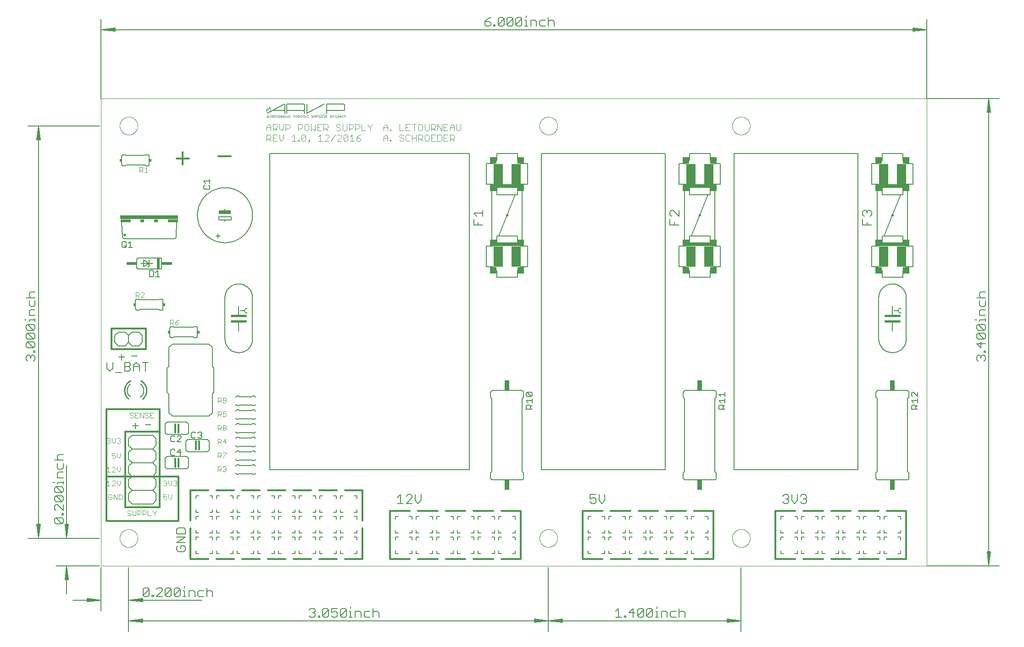
<source format=gto>
G75*
%MOIN*%
%OFA0B0*%
%FSLAX25Y25*%
%IPPOS*%
%LPD*%
%AMOC8*
5,1,8,0,0,1.08239X$1,22.5*
%
%ADD10C,0.00000*%
%ADD11C,0.00512*%
%ADD12C,0.00600*%
%ADD13C,0.00300*%
%ADD14C,0.01200*%
%ADD15C,0.00400*%
%ADD16C,0.00500*%
%ADD17R,0.09000X0.02500*%
%ADD18R,0.05000X0.05000*%
%ADD19R,0.20000X0.02500*%
%ADD20R,0.07000X0.15000*%
%ADD21C,0.01000*%
%ADD22R,0.01500X0.02000*%
%ADD23C,0.02000*%
%ADD24R,0.42000X0.03000*%
%ADD25R,0.07500X0.02000*%
%ADD26R,0.03000X0.02000*%
%ADD27R,0.02000X0.08000*%
%ADD28C,0.00200*%
%ADD29C,0.01600*%
%ADD30R,0.03200X0.07600*%
D10*
X0240000Y0265000D02*
X0240000Y0605000D01*
X0840000Y0605000D01*
X0840000Y0265000D01*
X0240000Y0265000D01*
X0253500Y0285000D02*
X0253502Y0285161D01*
X0253508Y0285321D01*
X0253518Y0285482D01*
X0253532Y0285642D01*
X0253550Y0285802D01*
X0253571Y0285961D01*
X0253597Y0286120D01*
X0253627Y0286278D01*
X0253660Y0286435D01*
X0253698Y0286592D01*
X0253739Y0286747D01*
X0253784Y0286901D01*
X0253833Y0287054D01*
X0253886Y0287206D01*
X0253942Y0287357D01*
X0254003Y0287506D01*
X0254066Y0287654D01*
X0254134Y0287800D01*
X0254205Y0287944D01*
X0254279Y0288086D01*
X0254357Y0288227D01*
X0254439Y0288365D01*
X0254524Y0288502D01*
X0254612Y0288636D01*
X0254704Y0288768D01*
X0254799Y0288898D01*
X0254897Y0289026D01*
X0254998Y0289151D01*
X0255102Y0289273D01*
X0255209Y0289393D01*
X0255319Y0289510D01*
X0255432Y0289625D01*
X0255548Y0289736D01*
X0255667Y0289845D01*
X0255788Y0289950D01*
X0255912Y0290053D01*
X0256038Y0290153D01*
X0256166Y0290249D01*
X0256297Y0290342D01*
X0256431Y0290432D01*
X0256566Y0290519D01*
X0256704Y0290602D01*
X0256843Y0290682D01*
X0256985Y0290758D01*
X0257128Y0290831D01*
X0257273Y0290900D01*
X0257420Y0290966D01*
X0257568Y0291028D01*
X0257718Y0291086D01*
X0257869Y0291141D01*
X0258022Y0291192D01*
X0258176Y0291239D01*
X0258331Y0291282D01*
X0258487Y0291321D01*
X0258643Y0291357D01*
X0258801Y0291388D01*
X0258959Y0291416D01*
X0259118Y0291440D01*
X0259278Y0291460D01*
X0259438Y0291476D01*
X0259598Y0291488D01*
X0259759Y0291496D01*
X0259920Y0291500D01*
X0260080Y0291500D01*
X0260241Y0291496D01*
X0260402Y0291488D01*
X0260562Y0291476D01*
X0260722Y0291460D01*
X0260882Y0291440D01*
X0261041Y0291416D01*
X0261199Y0291388D01*
X0261357Y0291357D01*
X0261513Y0291321D01*
X0261669Y0291282D01*
X0261824Y0291239D01*
X0261978Y0291192D01*
X0262131Y0291141D01*
X0262282Y0291086D01*
X0262432Y0291028D01*
X0262580Y0290966D01*
X0262727Y0290900D01*
X0262872Y0290831D01*
X0263015Y0290758D01*
X0263157Y0290682D01*
X0263296Y0290602D01*
X0263434Y0290519D01*
X0263569Y0290432D01*
X0263703Y0290342D01*
X0263834Y0290249D01*
X0263962Y0290153D01*
X0264088Y0290053D01*
X0264212Y0289950D01*
X0264333Y0289845D01*
X0264452Y0289736D01*
X0264568Y0289625D01*
X0264681Y0289510D01*
X0264791Y0289393D01*
X0264898Y0289273D01*
X0265002Y0289151D01*
X0265103Y0289026D01*
X0265201Y0288898D01*
X0265296Y0288768D01*
X0265388Y0288636D01*
X0265476Y0288502D01*
X0265561Y0288365D01*
X0265643Y0288227D01*
X0265721Y0288086D01*
X0265795Y0287944D01*
X0265866Y0287800D01*
X0265934Y0287654D01*
X0265997Y0287506D01*
X0266058Y0287357D01*
X0266114Y0287206D01*
X0266167Y0287054D01*
X0266216Y0286901D01*
X0266261Y0286747D01*
X0266302Y0286592D01*
X0266340Y0286435D01*
X0266373Y0286278D01*
X0266403Y0286120D01*
X0266429Y0285961D01*
X0266450Y0285802D01*
X0266468Y0285642D01*
X0266482Y0285482D01*
X0266492Y0285321D01*
X0266498Y0285161D01*
X0266500Y0285000D01*
X0266498Y0284839D01*
X0266492Y0284679D01*
X0266482Y0284518D01*
X0266468Y0284358D01*
X0266450Y0284198D01*
X0266429Y0284039D01*
X0266403Y0283880D01*
X0266373Y0283722D01*
X0266340Y0283565D01*
X0266302Y0283408D01*
X0266261Y0283253D01*
X0266216Y0283099D01*
X0266167Y0282946D01*
X0266114Y0282794D01*
X0266058Y0282643D01*
X0265997Y0282494D01*
X0265934Y0282346D01*
X0265866Y0282200D01*
X0265795Y0282056D01*
X0265721Y0281914D01*
X0265643Y0281773D01*
X0265561Y0281635D01*
X0265476Y0281498D01*
X0265388Y0281364D01*
X0265296Y0281232D01*
X0265201Y0281102D01*
X0265103Y0280974D01*
X0265002Y0280849D01*
X0264898Y0280727D01*
X0264791Y0280607D01*
X0264681Y0280490D01*
X0264568Y0280375D01*
X0264452Y0280264D01*
X0264333Y0280155D01*
X0264212Y0280050D01*
X0264088Y0279947D01*
X0263962Y0279847D01*
X0263834Y0279751D01*
X0263703Y0279658D01*
X0263569Y0279568D01*
X0263434Y0279481D01*
X0263296Y0279398D01*
X0263157Y0279318D01*
X0263015Y0279242D01*
X0262872Y0279169D01*
X0262727Y0279100D01*
X0262580Y0279034D01*
X0262432Y0278972D01*
X0262282Y0278914D01*
X0262131Y0278859D01*
X0261978Y0278808D01*
X0261824Y0278761D01*
X0261669Y0278718D01*
X0261513Y0278679D01*
X0261357Y0278643D01*
X0261199Y0278612D01*
X0261041Y0278584D01*
X0260882Y0278560D01*
X0260722Y0278540D01*
X0260562Y0278524D01*
X0260402Y0278512D01*
X0260241Y0278504D01*
X0260080Y0278500D01*
X0259920Y0278500D01*
X0259759Y0278504D01*
X0259598Y0278512D01*
X0259438Y0278524D01*
X0259278Y0278540D01*
X0259118Y0278560D01*
X0258959Y0278584D01*
X0258801Y0278612D01*
X0258643Y0278643D01*
X0258487Y0278679D01*
X0258331Y0278718D01*
X0258176Y0278761D01*
X0258022Y0278808D01*
X0257869Y0278859D01*
X0257718Y0278914D01*
X0257568Y0278972D01*
X0257420Y0279034D01*
X0257273Y0279100D01*
X0257128Y0279169D01*
X0256985Y0279242D01*
X0256843Y0279318D01*
X0256704Y0279398D01*
X0256566Y0279481D01*
X0256431Y0279568D01*
X0256297Y0279658D01*
X0256166Y0279751D01*
X0256038Y0279847D01*
X0255912Y0279947D01*
X0255788Y0280050D01*
X0255667Y0280155D01*
X0255548Y0280264D01*
X0255432Y0280375D01*
X0255319Y0280490D01*
X0255209Y0280607D01*
X0255102Y0280727D01*
X0254998Y0280849D01*
X0254897Y0280974D01*
X0254799Y0281102D01*
X0254704Y0281232D01*
X0254612Y0281364D01*
X0254524Y0281498D01*
X0254439Y0281635D01*
X0254357Y0281773D01*
X0254279Y0281914D01*
X0254205Y0282056D01*
X0254134Y0282200D01*
X0254066Y0282346D01*
X0254003Y0282494D01*
X0253942Y0282643D01*
X0253886Y0282794D01*
X0253833Y0282946D01*
X0253784Y0283099D01*
X0253739Y0283253D01*
X0253698Y0283408D01*
X0253660Y0283565D01*
X0253627Y0283722D01*
X0253597Y0283880D01*
X0253571Y0284039D01*
X0253550Y0284198D01*
X0253532Y0284358D01*
X0253518Y0284518D01*
X0253508Y0284679D01*
X0253502Y0284839D01*
X0253500Y0285000D01*
X0558500Y0285000D02*
X0558502Y0285161D01*
X0558508Y0285321D01*
X0558518Y0285482D01*
X0558532Y0285642D01*
X0558550Y0285802D01*
X0558571Y0285961D01*
X0558597Y0286120D01*
X0558627Y0286278D01*
X0558660Y0286435D01*
X0558698Y0286592D01*
X0558739Y0286747D01*
X0558784Y0286901D01*
X0558833Y0287054D01*
X0558886Y0287206D01*
X0558942Y0287357D01*
X0559003Y0287506D01*
X0559066Y0287654D01*
X0559134Y0287800D01*
X0559205Y0287944D01*
X0559279Y0288086D01*
X0559357Y0288227D01*
X0559439Y0288365D01*
X0559524Y0288502D01*
X0559612Y0288636D01*
X0559704Y0288768D01*
X0559799Y0288898D01*
X0559897Y0289026D01*
X0559998Y0289151D01*
X0560102Y0289273D01*
X0560209Y0289393D01*
X0560319Y0289510D01*
X0560432Y0289625D01*
X0560548Y0289736D01*
X0560667Y0289845D01*
X0560788Y0289950D01*
X0560912Y0290053D01*
X0561038Y0290153D01*
X0561166Y0290249D01*
X0561297Y0290342D01*
X0561431Y0290432D01*
X0561566Y0290519D01*
X0561704Y0290602D01*
X0561843Y0290682D01*
X0561985Y0290758D01*
X0562128Y0290831D01*
X0562273Y0290900D01*
X0562420Y0290966D01*
X0562568Y0291028D01*
X0562718Y0291086D01*
X0562869Y0291141D01*
X0563022Y0291192D01*
X0563176Y0291239D01*
X0563331Y0291282D01*
X0563487Y0291321D01*
X0563643Y0291357D01*
X0563801Y0291388D01*
X0563959Y0291416D01*
X0564118Y0291440D01*
X0564278Y0291460D01*
X0564438Y0291476D01*
X0564598Y0291488D01*
X0564759Y0291496D01*
X0564920Y0291500D01*
X0565080Y0291500D01*
X0565241Y0291496D01*
X0565402Y0291488D01*
X0565562Y0291476D01*
X0565722Y0291460D01*
X0565882Y0291440D01*
X0566041Y0291416D01*
X0566199Y0291388D01*
X0566357Y0291357D01*
X0566513Y0291321D01*
X0566669Y0291282D01*
X0566824Y0291239D01*
X0566978Y0291192D01*
X0567131Y0291141D01*
X0567282Y0291086D01*
X0567432Y0291028D01*
X0567580Y0290966D01*
X0567727Y0290900D01*
X0567872Y0290831D01*
X0568015Y0290758D01*
X0568157Y0290682D01*
X0568296Y0290602D01*
X0568434Y0290519D01*
X0568569Y0290432D01*
X0568703Y0290342D01*
X0568834Y0290249D01*
X0568962Y0290153D01*
X0569088Y0290053D01*
X0569212Y0289950D01*
X0569333Y0289845D01*
X0569452Y0289736D01*
X0569568Y0289625D01*
X0569681Y0289510D01*
X0569791Y0289393D01*
X0569898Y0289273D01*
X0570002Y0289151D01*
X0570103Y0289026D01*
X0570201Y0288898D01*
X0570296Y0288768D01*
X0570388Y0288636D01*
X0570476Y0288502D01*
X0570561Y0288365D01*
X0570643Y0288227D01*
X0570721Y0288086D01*
X0570795Y0287944D01*
X0570866Y0287800D01*
X0570934Y0287654D01*
X0570997Y0287506D01*
X0571058Y0287357D01*
X0571114Y0287206D01*
X0571167Y0287054D01*
X0571216Y0286901D01*
X0571261Y0286747D01*
X0571302Y0286592D01*
X0571340Y0286435D01*
X0571373Y0286278D01*
X0571403Y0286120D01*
X0571429Y0285961D01*
X0571450Y0285802D01*
X0571468Y0285642D01*
X0571482Y0285482D01*
X0571492Y0285321D01*
X0571498Y0285161D01*
X0571500Y0285000D01*
X0571498Y0284839D01*
X0571492Y0284679D01*
X0571482Y0284518D01*
X0571468Y0284358D01*
X0571450Y0284198D01*
X0571429Y0284039D01*
X0571403Y0283880D01*
X0571373Y0283722D01*
X0571340Y0283565D01*
X0571302Y0283408D01*
X0571261Y0283253D01*
X0571216Y0283099D01*
X0571167Y0282946D01*
X0571114Y0282794D01*
X0571058Y0282643D01*
X0570997Y0282494D01*
X0570934Y0282346D01*
X0570866Y0282200D01*
X0570795Y0282056D01*
X0570721Y0281914D01*
X0570643Y0281773D01*
X0570561Y0281635D01*
X0570476Y0281498D01*
X0570388Y0281364D01*
X0570296Y0281232D01*
X0570201Y0281102D01*
X0570103Y0280974D01*
X0570002Y0280849D01*
X0569898Y0280727D01*
X0569791Y0280607D01*
X0569681Y0280490D01*
X0569568Y0280375D01*
X0569452Y0280264D01*
X0569333Y0280155D01*
X0569212Y0280050D01*
X0569088Y0279947D01*
X0568962Y0279847D01*
X0568834Y0279751D01*
X0568703Y0279658D01*
X0568569Y0279568D01*
X0568434Y0279481D01*
X0568296Y0279398D01*
X0568157Y0279318D01*
X0568015Y0279242D01*
X0567872Y0279169D01*
X0567727Y0279100D01*
X0567580Y0279034D01*
X0567432Y0278972D01*
X0567282Y0278914D01*
X0567131Y0278859D01*
X0566978Y0278808D01*
X0566824Y0278761D01*
X0566669Y0278718D01*
X0566513Y0278679D01*
X0566357Y0278643D01*
X0566199Y0278612D01*
X0566041Y0278584D01*
X0565882Y0278560D01*
X0565722Y0278540D01*
X0565562Y0278524D01*
X0565402Y0278512D01*
X0565241Y0278504D01*
X0565080Y0278500D01*
X0564920Y0278500D01*
X0564759Y0278504D01*
X0564598Y0278512D01*
X0564438Y0278524D01*
X0564278Y0278540D01*
X0564118Y0278560D01*
X0563959Y0278584D01*
X0563801Y0278612D01*
X0563643Y0278643D01*
X0563487Y0278679D01*
X0563331Y0278718D01*
X0563176Y0278761D01*
X0563022Y0278808D01*
X0562869Y0278859D01*
X0562718Y0278914D01*
X0562568Y0278972D01*
X0562420Y0279034D01*
X0562273Y0279100D01*
X0562128Y0279169D01*
X0561985Y0279242D01*
X0561843Y0279318D01*
X0561704Y0279398D01*
X0561566Y0279481D01*
X0561431Y0279568D01*
X0561297Y0279658D01*
X0561166Y0279751D01*
X0561038Y0279847D01*
X0560912Y0279947D01*
X0560788Y0280050D01*
X0560667Y0280155D01*
X0560548Y0280264D01*
X0560432Y0280375D01*
X0560319Y0280490D01*
X0560209Y0280607D01*
X0560102Y0280727D01*
X0559998Y0280849D01*
X0559897Y0280974D01*
X0559799Y0281102D01*
X0559704Y0281232D01*
X0559612Y0281364D01*
X0559524Y0281498D01*
X0559439Y0281635D01*
X0559357Y0281773D01*
X0559279Y0281914D01*
X0559205Y0282056D01*
X0559134Y0282200D01*
X0559066Y0282346D01*
X0559003Y0282494D01*
X0558942Y0282643D01*
X0558886Y0282794D01*
X0558833Y0282946D01*
X0558784Y0283099D01*
X0558739Y0283253D01*
X0558698Y0283408D01*
X0558660Y0283565D01*
X0558627Y0283722D01*
X0558597Y0283880D01*
X0558571Y0284039D01*
X0558550Y0284198D01*
X0558532Y0284358D01*
X0558518Y0284518D01*
X0558508Y0284679D01*
X0558502Y0284839D01*
X0558500Y0285000D01*
X0698500Y0285000D02*
X0698502Y0285161D01*
X0698508Y0285321D01*
X0698518Y0285482D01*
X0698532Y0285642D01*
X0698550Y0285802D01*
X0698571Y0285961D01*
X0698597Y0286120D01*
X0698627Y0286278D01*
X0698660Y0286435D01*
X0698698Y0286592D01*
X0698739Y0286747D01*
X0698784Y0286901D01*
X0698833Y0287054D01*
X0698886Y0287206D01*
X0698942Y0287357D01*
X0699003Y0287506D01*
X0699066Y0287654D01*
X0699134Y0287800D01*
X0699205Y0287944D01*
X0699279Y0288086D01*
X0699357Y0288227D01*
X0699439Y0288365D01*
X0699524Y0288502D01*
X0699612Y0288636D01*
X0699704Y0288768D01*
X0699799Y0288898D01*
X0699897Y0289026D01*
X0699998Y0289151D01*
X0700102Y0289273D01*
X0700209Y0289393D01*
X0700319Y0289510D01*
X0700432Y0289625D01*
X0700548Y0289736D01*
X0700667Y0289845D01*
X0700788Y0289950D01*
X0700912Y0290053D01*
X0701038Y0290153D01*
X0701166Y0290249D01*
X0701297Y0290342D01*
X0701431Y0290432D01*
X0701566Y0290519D01*
X0701704Y0290602D01*
X0701843Y0290682D01*
X0701985Y0290758D01*
X0702128Y0290831D01*
X0702273Y0290900D01*
X0702420Y0290966D01*
X0702568Y0291028D01*
X0702718Y0291086D01*
X0702869Y0291141D01*
X0703022Y0291192D01*
X0703176Y0291239D01*
X0703331Y0291282D01*
X0703487Y0291321D01*
X0703643Y0291357D01*
X0703801Y0291388D01*
X0703959Y0291416D01*
X0704118Y0291440D01*
X0704278Y0291460D01*
X0704438Y0291476D01*
X0704598Y0291488D01*
X0704759Y0291496D01*
X0704920Y0291500D01*
X0705080Y0291500D01*
X0705241Y0291496D01*
X0705402Y0291488D01*
X0705562Y0291476D01*
X0705722Y0291460D01*
X0705882Y0291440D01*
X0706041Y0291416D01*
X0706199Y0291388D01*
X0706357Y0291357D01*
X0706513Y0291321D01*
X0706669Y0291282D01*
X0706824Y0291239D01*
X0706978Y0291192D01*
X0707131Y0291141D01*
X0707282Y0291086D01*
X0707432Y0291028D01*
X0707580Y0290966D01*
X0707727Y0290900D01*
X0707872Y0290831D01*
X0708015Y0290758D01*
X0708157Y0290682D01*
X0708296Y0290602D01*
X0708434Y0290519D01*
X0708569Y0290432D01*
X0708703Y0290342D01*
X0708834Y0290249D01*
X0708962Y0290153D01*
X0709088Y0290053D01*
X0709212Y0289950D01*
X0709333Y0289845D01*
X0709452Y0289736D01*
X0709568Y0289625D01*
X0709681Y0289510D01*
X0709791Y0289393D01*
X0709898Y0289273D01*
X0710002Y0289151D01*
X0710103Y0289026D01*
X0710201Y0288898D01*
X0710296Y0288768D01*
X0710388Y0288636D01*
X0710476Y0288502D01*
X0710561Y0288365D01*
X0710643Y0288227D01*
X0710721Y0288086D01*
X0710795Y0287944D01*
X0710866Y0287800D01*
X0710934Y0287654D01*
X0710997Y0287506D01*
X0711058Y0287357D01*
X0711114Y0287206D01*
X0711167Y0287054D01*
X0711216Y0286901D01*
X0711261Y0286747D01*
X0711302Y0286592D01*
X0711340Y0286435D01*
X0711373Y0286278D01*
X0711403Y0286120D01*
X0711429Y0285961D01*
X0711450Y0285802D01*
X0711468Y0285642D01*
X0711482Y0285482D01*
X0711492Y0285321D01*
X0711498Y0285161D01*
X0711500Y0285000D01*
X0711498Y0284839D01*
X0711492Y0284679D01*
X0711482Y0284518D01*
X0711468Y0284358D01*
X0711450Y0284198D01*
X0711429Y0284039D01*
X0711403Y0283880D01*
X0711373Y0283722D01*
X0711340Y0283565D01*
X0711302Y0283408D01*
X0711261Y0283253D01*
X0711216Y0283099D01*
X0711167Y0282946D01*
X0711114Y0282794D01*
X0711058Y0282643D01*
X0710997Y0282494D01*
X0710934Y0282346D01*
X0710866Y0282200D01*
X0710795Y0282056D01*
X0710721Y0281914D01*
X0710643Y0281773D01*
X0710561Y0281635D01*
X0710476Y0281498D01*
X0710388Y0281364D01*
X0710296Y0281232D01*
X0710201Y0281102D01*
X0710103Y0280974D01*
X0710002Y0280849D01*
X0709898Y0280727D01*
X0709791Y0280607D01*
X0709681Y0280490D01*
X0709568Y0280375D01*
X0709452Y0280264D01*
X0709333Y0280155D01*
X0709212Y0280050D01*
X0709088Y0279947D01*
X0708962Y0279847D01*
X0708834Y0279751D01*
X0708703Y0279658D01*
X0708569Y0279568D01*
X0708434Y0279481D01*
X0708296Y0279398D01*
X0708157Y0279318D01*
X0708015Y0279242D01*
X0707872Y0279169D01*
X0707727Y0279100D01*
X0707580Y0279034D01*
X0707432Y0278972D01*
X0707282Y0278914D01*
X0707131Y0278859D01*
X0706978Y0278808D01*
X0706824Y0278761D01*
X0706669Y0278718D01*
X0706513Y0278679D01*
X0706357Y0278643D01*
X0706199Y0278612D01*
X0706041Y0278584D01*
X0705882Y0278560D01*
X0705722Y0278540D01*
X0705562Y0278524D01*
X0705402Y0278512D01*
X0705241Y0278504D01*
X0705080Y0278500D01*
X0704920Y0278500D01*
X0704759Y0278504D01*
X0704598Y0278512D01*
X0704438Y0278524D01*
X0704278Y0278540D01*
X0704118Y0278560D01*
X0703959Y0278584D01*
X0703801Y0278612D01*
X0703643Y0278643D01*
X0703487Y0278679D01*
X0703331Y0278718D01*
X0703176Y0278761D01*
X0703022Y0278808D01*
X0702869Y0278859D01*
X0702718Y0278914D01*
X0702568Y0278972D01*
X0702420Y0279034D01*
X0702273Y0279100D01*
X0702128Y0279169D01*
X0701985Y0279242D01*
X0701843Y0279318D01*
X0701704Y0279398D01*
X0701566Y0279481D01*
X0701431Y0279568D01*
X0701297Y0279658D01*
X0701166Y0279751D01*
X0701038Y0279847D01*
X0700912Y0279947D01*
X0700788Y0280050D01*
X0700667Y0280155D01*
X0700548Y0280264D01*
X0700432Y0280375D01*
X0700319Y0280490D01*
X0700209Y0280607D01*
X0700102Y0280727D01*
X0699998Y0280849D01*
X0699897Y0280974D01*
X0699799Y0281102D01*
X0699704Y0281232D01*
X0699612Y0281364D01*
X0699524Y0281498D01*
X0699439Y0281635D01*
X0699357Y0281773D01*
X0699279Y0281914D01*
X0699205Y0282056D01*
X0699134Y0282200D01*
X0699066Y0282346D01*
X0699003Y0282494D01*
X0698942Y0282643D01*
X0698886Y0282794D01*
X0698833Y0282946D01*
X0698784Y0283099D01*
X0698739Y0283253D01*
X0698698Y0283408D01*
X0698660Y0283565D01*
X0698627Y0283722D01*
X0698597Y0283880D01*
X0698571Y0284039D01*
X0698550Y0284198D01*
X0698532Y0284358D01*
X0698518Y0284518D01*
X0698508Y0284679D01*
X0698502Y0284839D01*
X0698500Y0285000D01*
X0698500Y0585000D02*
X0698502Y0585161D01*
X0698508Y0585321D01*
X0698518Y0585482D01*
X0698532Y0585642D01*
X0698550Y0585802D01*
X0698571Y0585961D01*
X0698597Y0586120D01*
X0698627Y0586278D01*
X0698660Y0586435D01*
X0698698Y0586592D01*
X0698739Y0586747D01*
X0698784Y0586901D01*
X0698833Y0587054D01*
X0698886Y0587206D01*
X0698942Y0587357D01*
X0699003Y0587506D01*
X0699066Y0587654D01*
X0699134Y0587800D01*
X0699205Y0587944D01*
X0699279Y0588086D01*
X0699357Y0588227D01*
X0699439Y0588365D01*
X0699524Y0588502D01*
X0699612Y0588636D01*
X0699704Y0588768D01*
X0699799Y0588898D01*
X0699897Y0589026D01*
X0699998Y0589151D01*
X0700102Y0589273D01*
X0700209Y0589393D01*
X0700319Y0589510D01*
X0700432Y0589625D01*
X0700548Y0589736D01*
X0700667Y0589845D01*
X0700788Y0589950D01*
X0700912Y0590053D01*
X0701038Y0590153D01*
X0701166Y0590249D01*
X0701297Y0590342D01*
X0701431Y0590432D01*
X0701566Y0590519D01*
X0701704Y0590602D01*
X0701843Y0590682D01*
X0701985Y0590758D01*
X0702128Y0590831D01*
X0702273Y0590900D01*
X0702420Y0590966D01*
X0702568Y0591028D01*
X0702718Y0591086D01*
X0702869Y0591141D01*
X0703022Y0591192D01*
X0703176Y0591239D01*
X0703331Y0591282D01*
X0703487Y0591321D01*
X0703643Y0591357D01*
X0703801Y0591388D01*
X0703959Y0591416D01*
X0704118Y0591440D01*
X0704278Y0591460D01*
X0704438Y0591476D01*
X0704598Y0591488D01*
X0704759Y0591496D01*
X0704920Y0591500D01*
X0705080Y0591500D01*
X0705241Y0591496D01*
X0705402Y0591488D01*
X0705562Y0591476D01*
X0705722Y0591460D01*
X0705882Y0591440D01*
X0706041Y0591416D01*
X0706199Y0591388D01*
X0706357Y0591357D01*
X0706513Y0591321D01*
X0706669Y0591282D01*
X0706824Y0591239D01*
X0706978Y0591192D01*
X0707131Y0591141D01*
X0707282Y0591086D01*
X0707432Y0591028D01*
X0707580Y0590966D01*
X0707727Y0590900D01*
X0707872Y0590831D01*
X0708015Y0590758D01*
X0708157Y0590682D01*
X0708296Y0590602D01*
X0708434Y0590519D01*
X0708569Y0590432D01*
X0708703Y0590342D01*
X0708834Y0590249D01*
X0708962Y0590153D01*
X0709088Y0590053D01*
X0709212Y0589950D01*
X0709333Y0589845D01*
X0709452Y0589736D01*
X0709568Y0589625D01*
X0709681Y0589510D01*
X0709791Y0589393D01*
X0709898Y0589273D01*
X0710002Y0589151D01*
X0710103Y0589026D01*
X0710201Y0588898D01*
X0710296Y0588768D01*
X0710388Y0588636D01*
X0710476Y0588502D01*
X0710561Y0588365D01*
X0710643Y0588227D01*
X0710721Y0588086D01*
X0710795Y0587944D01*
X0710866Y0587800D01*
X0710934Y0587654D01*
X0710997Y0587506D01*
X0711058Y0587357D01*
X0711114Y0587206D01*
X0711167Y0587054D01*
X0711216Y0586901D01*
X0711261Y0586747D01*
X0711302Y0586592D01*
X0711340Y0586435D01*
X0711373Y0586278D01*
X0711403Y0586120D01*
X0711429Y0585961D01*
X0711450Y0585802D01*
X0711468Y0585642D01*
X0711482Y0585482D01*
X0711492Y0585321D01*
X0711498Y0585161D01*
X0711500Y0585000D01*
X0711498Y0584839D01*
X0711492Y0584679D01*
X0711482Y0584518D01*
X0711468Y0584358D01*
X0711450Y0584198D01*
X0711429Y0584039D01*
X0711403Y0583880D01*
X0711373Y0583722D01*
X0711340Y0583565D01*
X0711302Y0583408D01*
X0711261Y0583253D01*
X0711216Y0583099D01*
X0711167Y0582946D01*
X0711114Y0582794D01*
X0711058Y0582643D01*
X0710997Y0582494D01*
X0710934Y0582346D01*
X0710866Y0582200D01*
X0710795Y0582056D01*
X0710721Y0581914D01*
X0710643Y0581773D01*
X0710561Y0581635D01*
X0710476Y0581498D01*
X0710388Y0581364D01*
X0710296Y0581232D01*
X0710201Y0581102D01*
X0710103Y0580974D01*
X0710002Y0580849D01*
X0709898Y0580727D01*
X0709791Y0580607D01*
X0709681Y0580490D01*
X0709568Y0580375D01*
X0709452Y0580264D01*
X0709333Y0580155D01*
X0709212Y0580050D01*
X0709088Y0579947D01*
X0708962Y0579847D01*
X0708834Y0579751D01*
X0708703Y0579658D01*
X0708569Y0579568D01*
X0708434Y0579481D01*
X0708296Y0579398D01*
X0708157Y0579318D01*
X0708015Y0579242D01*
X0707872Y0579169D01*
X0707727Y0579100D01*
X0707580Y0579034D01*
X0707432Y0578972D01*
X0707282Y0578914D01*
X0707131Y0578859D01*
X0706978Y0578808D01*
X0706824Y0578761D01*
X0706669Y0578718D01*
X0706513Y0578679D01*
X0706357Y0578643D01*
X0706199Y0578612D01*
X0706041Y0578584D01*
X0705882Y0578560D01*
X0705722Y0578540D01*
X0705562Y0578524D01*
X0705402Y0578512D01*
X0705241Y0578504D01*
X0705080Y0578500D01*
X0704920Y0578500D01*
X0704759Y0578504D01*
X0704598Y0578512D01*
X0704438Y0578524D01*
X0704278Y0578540D01*
X0704118Y0578560D01*
X0703959Y0578584D01*
X0703801Y0578612D01*
X0703643Y0578643D01*
X0703487Y0578679D01*
X0703331Y0578718D01*
X0703176Y0578761D01*
X0703022Y0578808D01*
X0702869Y0578859D01*
X0702718Y0578914D01*
X0702568Y0578972D01*
X0702420Y0579034D01*
X0702273Y0579100D01*
X0702128Y0579169D01*
X0701985Y0579242D01*
X0701843Y0579318D01*
X0701704Y0579398D01*
X0701566Y0579481D01*
X0701431Y0579568D01*
X0701297Y0579658D01*
X0701166Y0579751D01*
X0701038Y0579847D01*
X0700912Y0579947D01*
X0700788Y0580050D01*
X0700667Y0580155D01*
X0700548Y0580264D01*
X0700432Y0580375D01*
X0700319Y0580490D01*
X0700209Y0580607D01*
X0700102Y0580727D01*
X0699998Y0580849D01*
X0699897Y0580974D01*
X0699799Y0581102D01*
X0699704Y0581232D01*
X0699612Y0581364D01*
X0699524Y0581498D01*
X0699439Y0581635D01*
X0699357Y0581773D01*
X0699279Y0581914D01*
X0699205Y0582056D01*
X0699134Y0582200D01*
X0699066Y0582346D01*
X0699003Y0582494D01*
X0698942Y0582643D01*
X0698886Y0582794D01*
X0698833Y0582946D01*
X0698784Y0583099D01*
X0698739Y0583253D01*
X0698698Y0583408D01*
X0698660Y0583565D01*
X0698627Y0583722D01*
X0698597Y0583880D01*
X0698571Y0584039D01*
X0698550Y0584198D01*
X0698532Y0584358D01*
X0698518Y0584518D01*
X0698508Y0584679D01*
X0698502Y0584839D01*
X0698500Y0585000D01*
X0558500Y0585000D02*
X0558502Y0585161D01*
X0558508Y0585321D01*
X0558518Y0585482D01*
X0558532Y0585642D01*
X0558550Y0585802D01*
X0558571Y0585961D01*
X0558597Y0586120D01*
X0558627Y0586278D01*
X0558660Y0586435D01*
X0558698Y0586592D01*
X0558739Y0586747D01*
X0558784Y0586901D01*
X0558833Y0587054D01*
X0558886Y0587206D01*
X0558942Y0587357D01*
X0559003Y0587506D01*
X0559066Y0587654D01*
X0559134Y0587800D01*
X0559205Y0587944D01*
X0559279Y0588086D01*
X0559357Y0588227D01*
X0559439Y0588365D01*
X0559524Y0588502D01*
X0559612Y0588636D01*
X0559704Y0588768D01*
X0559799Y0588898D01*
X0559897Y0589026D01*
X0559998Y0589151D01*
X0560102Y0589273D01*
X0560209Y0589393D01*
X0560319Y0589510D01*
X0560432Y0589625D01*
X0560548Y0589736D01*
X0560667Y0589845D01*
X0560788Y0589950D01*
X0560912Y0590053D01*
X0561038Y0590153D01*
X0561166Y0590249D01*
X0561297Y0590342D01*
X0561431Y0590432D01*
X0561566Y0590519D01*
X0561704Y0590602D01*
X0561843Y0590682D01*
X0561985Y0590758D01*
X0562128Y0590831D01*
X0562273Y0590900D01*
X0562420Y0590966D01*
X0562568Y0591028D01*
X0562718Y0591086D01*
X0562869Y0591141D01*
X0563022Y0591192D01*
X0563176Y0591239D01*
X0563331Y0591282D01*
X0563487Y0591321D01*
X0563643Y0591357D01*
X0563801Y0591388D01*
X0563959Y0591416D01*
X0564118Y0591440D01*
X0564278Y0591460D01*
X0564438Y0591476D01*
X0564598Y0591488D01*
X0564759Y0591496D01*
X0564920Y0591500D01*
X0565080Y0591500D01*
X0565241Y0591496D01*
X0565402Y0591488D01*
X0565562Y0591476D01*
X0565722Y0591460D01*
X0565882Y0591440D01*
X0566041Y0591416D01*
X0566199Y0591388D01*
X0566357Y0591357D01*
X0566513Y0591321D01*
X0566669Y0591282D01*
X0566824Y0591239D01*
X0566978Y0591192D01*
X0567131Y0591141D01*
X0567282Y0591086D01*
X0567432Y0591028D01*
X0567580Y0590966D01*
X0567727Y0590900D01*
X0567872Y0590831D01*
X0568015Y0590758D01*
X0568157Y0590682D01*
X0568296Y0590602D01*
X0568434Y0590519D01*
X0568569Y0590432D01*
X0568703Y0590342D01*
X0568834Y0590249D01*
X0568962Y0590153D01*
X0569088Y0590053D01*
X0569212Y0589950D01*
X0569333Y0589845D01*
X0569452Y0589736D01*
X0569568Y0589625D01*
X0569681Y0589510D01*
X0569791Y0589393D01*
X0569898Y0589273D01*
X0570002Y0589151D01*
X0570103Y0589026D01*
X0570201Y0588898D01*
X0570296Y0588768D01*
X0570388Y0588636D01*
X0570476Y0588502D01*
X0570561Y0588365D01*
X0570643Y0588227D01*
X0570721Y0588086D01*
X0570795Y0587944D01*
X0570866Y0587800D01*
X0570934Y0587654D01*
X0570997Y0587506D01*
X0571058Y0587357D01*
X0571114Y0587206D01*
X0571167Y0587054D01*
X0571216Y0586901D01*
X0571261Y0586747D01*
X0571302Y0586592D01*
X0571340Y0586435D01*
X0571373Y0586278D01*
X0571403Y0586120D01*
X0571429Y0585961D01*
X0571450Y0585802D01*
X0571468Y0585642D01*
X0571482Y0585482D01*
X0571492Y0585321D01*
X0571498Y0585161D01*
X0571500Y0585000D01*
X0571498Y0584839D01*
X0571492Y0584679D01*
X0571482Y0584518D01*
X0571468Y0584358D01*
X0571450Y0584198D01*
X0571429Y0584039D01*
X0571403Y0583880D01*
X0571373Y0583722D01*
X0571340Y0583565D01*
X0571302Y0583408D01*
X0571261Y0583253D01*
X0571216Y0583099D01*
X0571167Y0582946D01*
X0571114Y0582794D01*
X0571058Y0582643D01*
X0570997Y0582494D01*
X0570934Y0582346D01*
X0570866Y0582200D01*
X0570795Y0582056D01*
X0570721Y0581914D01*
X0570643Y0581773D01*
X0570561Y0581635D01*
X0570476Y0581498D01*
X0570388Y0581364D01*
X0570296Y0581232D01*
X0570201Y0581102D01*
X0570103Y0580974D01*
X0570002Y0580849D01*
X0569898Y0580727D01*
X0569791Y0580607D01*
X0569681Y0580490D01*
X0569568Y0580375D01*
X0569452Y0580264D01*
X0569333Y0580155D01*
X0569212Y0580050D01*
X0569088Y0579947D01*
X0568962Y0579847D01*
X0568834Y0579751D01*
X0568703Y0579658D01*
X0568569Y0579568D01*
X0568434Y0579481D01*
X0568296Y0579398D01*
X0568157Y0579318D01*
X0568015Y0579242D01*
X0567872Y0579169D01*
X0567727Y0579100D01*
X0567580Y0579034D01*
X0567432Y0578972D01*
X0567282Y0578914D01*
X0567131Y0578859D01*
X0566978Y0578808D01*
X0566824Y0578761D01*
X0566669Y0578718D01*
X0566513Y0578679D01*
X0566357Y0578643D01*
X0566199Y0578612D01*
X0566041Y0578584D01*
X0565882Y0578560D01*
X0565722Y0578540D01*
X0565562Y0578524D01*
X0565402Y0578512D01*
X0565241Y0578504D01*
X0565080Y0578500D01*
X0564920Y0578500D01*
X0564759Y0578504D01*
X0564598Y0578512D01*
X0564438Y0578524D01*
X0564278Y0578540D01*
X0564118Y0578560D01*
X0563959Y0578584D01*
X0563801Y0578612D01*
X0563643Y0578643D01*
X0563487Y0578679D01*
X0563331Y0578718D01*
X0563176Y0578761D01*
X0563022Y0578808D01*
X0562869Y0578859D01*
X0562718Y0578914D01*
X0562568Y0578972D01*
X0562420Y0579034D01*
X0562273Y0579100D01*
X0562128Y0579169D01*
X0561985Y0579242D01*
X0561843Y0579318D01*
X0561704Y0579398D01*
X0561566Y0579481D01*
X0561431Y0579568D01*
X0561297Y0579658D01*
X0561166Y0579751D01*
X0561038Y0579847D01*
X0560912Y0579947D01*
X0560788Y0580050D01*
X0560667Y0580155D01*
X0560548Y0580264D01*
X0560432Y0580375D01*
X0560319Y0580490D01*
X0560209Y0580607D01*
X0560102Y0580727D01*
X0559998Y0580849D01*
X0559897Y0580974D01*
X0559799Y0581102D01*
X0559704Y0581232D01*
X0559612Y0581364D01*
X0559524Y0581498D01*
X0559439Y0581635D01*
X0559357Y0581773D01*
X0559279Y0581914D01*
X0559205Y0582056D01*
X0559134Y0582200D01*
X0559066Y0582346D01*
X0559003Y0582494D01*
X0558942Y0582643D01*
X0558886Y0582794D01*
X0558833Y0582946D01*
X0558784Y0583099D01*
X0558739Y0583253D01*
X0558698Y0583408D01*
X0558660Y0583565D01*
X0558627Y0583722D01*
X0558597Y0583880D01*
X0558571Y0584039D01*
X0558550Y0584198D01*
X0558532Y0584358D01*
X0558518Y0584518D01*
X0558508Y0584679D01*
X0558502Y0584839D01*
X0558500Y0585000D01*
X0253500Y0585000D02*
X0253502Y0585161D01*
X0253508Y0585321D01*
X0253518Y0585482D01*
X0253532Y0585642D01*
X0253550Y0585802D01*
X0253571Y0585961D01*
X0253597Y0586120D01*
X0253627Y0586278D01*
X0253660Y0586435D01*
X0253698Y0586592D01*
X0253739Y0586747D01*
X0253784Y0586901D01*
X0253833Y0587054D01*
X0253886Y0587206D01*
X0253942Y0587357D01*
X0254003Y0587506D01*
X0254066Y0587654D01*
X0254134Y0587800D01*
X0254205Y0587944D01*
X0254279Y0588086D01*
X0254357Y0588227D01*
X0254439Y0588365D01*
X0254524Y0588502D01*
X0254612Y0588636D01*
X0254704Y0588768D01*
X0254799Y0588898D01*
X0254897Y0589026D01*
X0254998Y0589151D01*
X0255102Y0589273D01*
X0255209Y0589393D01*
X0255319Y0589510D01*
X0255432Y0589625D01*
X0255548Y0589736D01*
X0255667Y0589845D01*
X0255788Y0589950D01*
X0255912Y0590053D01*
X0256038Y0590153D01*
X0256166Y0590249D01*
X0256297Y0590342D01*
X0256431Y0590432D01*
X0256566Y0590519D01*
X0256704Y0590602D01*
X0256843Y0590682D01*
X0256985Y0590758D01*
X0257128Y0590831D01*
X0257273Y0590900D01*
X0257420Y0590966D01*
X0257568Y0591028D01*
X0257718Y0591086D01*
X0257869Y0591141D01*
X0258022Y0591192D01*
X0258176Y0591239D01*
X0258331Y0591282D01*
X0258487Y0591321D01*
X0258643Y0591357D01*
X0258801Y0591388D01*
X0258959Y0591416D01*
X0259118Y0591440D01*
X0259278Y0591460D01*
X0259438Y0591476D01*
X0259598Y0591488D01*
X0259759Y0591496D01*
X0259920Y0591500D01*
X0260080Y0591500D01*
X0260241Y0591496D01*
X0260402Y0591488D01*
X0260562Y0591476D01*
X0260722Y0591460D01*
X0260882Y0591440D01*
X0261041Y0591416D01*
X0261199Y0591388D01*
X0261357Y0591357D01*
X0261513Y0591321D01*
X0261669Y0591282D01*
X0261824Y0591239D01*
X0261978Y0591192D01*
X0262131Y0591141D01*
X0262282Y0591086D01*
X0262432Y0591028D01*
X0262580Y0590966D01*
X0262727Y0590900D01*
X0262872Y0590831D01*
X0263015Y0590758D01*
X0263157Y0590682D01*
X0263296Y0590602D01*
X0263434Y0590519D01*
X0263569Y0590432D01*
X0263703Y0590342D01*
X0263834Y0590249D01*
X0263962Y0590153D01*
X0264088Y0590053D01*
X0264212Y0589950D01*
X0264333Y0589845D01*
X0264452Y0589736D01*
X0264568Y0589625D01*
X0264681Y0589510D01*
X0264791Y0589393D01*
X0264898Y0589273D01*
X0265002Y0589151D01*
X0265103Y0589026D01*
X0265201Y0588898D01*
X0265296Y0588768D01*
X0265388Y0588636D01*
X0265476Y0588502D01*
X0265561Y0588365D01*
X0265643Y0588227D01*
X0265721Y0588086D01*
X0265795Y0587944D01*
X0265866Y0587800D01*
X0265934Y0587654D01*
X0265997Y0587506D01*
X0266058Y0587357D01*
X0266114Y0587206D01*
X0266167Y0587054D01*
X0266216Y0586901D01*
X0266261Y0586747D01*
X0266302Y0586592D01*
X0266340Y0586435D01*
X0266373Y0586278D01*
X0266403Y0586120D01*
X0266429Y0585961D01*
X0266450Y0585802D01*
X0266468Y0585642D01*
X0266482Y0585482D01*
X0266492Y0585321D01*
X0266498Y0585161D01*
X0266500Y0585000D01*
X0266498Y0584839D01*
X0266492Y0584679D01*
X0266482Y0584518D01*
X0266468Y0584358D01*
X0266450Y0584198D01*
X0266429Y0584039D01*
X0266403Y0583880D01*
X0266373Y0583722D01*
X0266340Y0583565D01*
X0266302Y0583408D01*
X0266261Y0583253D01*
X0266216Y0583099D01*
X0266167Y0582946D01*
X0266114Y0582794D01*
X0266058Y0582643D01*
X0265997Y0582494D01*
X0265934Y0582346D01*
X0265866Y0582200D01*
X0265795Y0582056D01*
X0265721Y0581914D01*
X0265643Y0581773D01*
X0265561Y0581635D01*
X0265476Y0581498D01*
X0265388Y0581364D01*
X0265296Y0581232D01*
X0265201Y0581102D01*
X0265103Y0580974D01*
X0265002Y0580849D01*
X0264898Y0580727D01*
X0264791Y0580607D01*
X0264681Y0580490D01*
X0264568Y0580375D01*
X0264452Y0580264D01*
X0264333Y0580155D01*
X0264212Y0580050D01*
X0264088Y0579947D01*
X0263962Y0579847D01*
X0263834Y0579751D01*
X0263703Y0579658D01*
X0263569Y0579568D01*
X0263434Y0579481D01*
X0263296Y0579398D01*
X0263157Y0579318D01*
X0263015Y0579242D01*
X0262872Y0579169D01*
X0262727Y0579100D01*
X0262580Y0579034D01*
X0262432Y0578972D01*
X0262282Y0578914D01*
X0262131Y0578859D01*
X0261978Y0578808D01*
X0261824Y0578761D01*
X0261669Y0578718D01*
X0261513Y0578679D01*
X0261357Y0578643D01*
X0261199Y0578612D01*
X0261041Y0578584D01*
X0260882Y0578560D01*
X0260722Y0578540D01*
X0260562Y0578524D01*
X0260402Y0578512D01*
X0260241Y0578504D01*
X0260080Y0578500D01*
X0259920Y0578500D01*
X0259759Y0578504D01*
X0259598Y0578512D01*
X0259438Y0578524D01*
X0259278Y0578540D01*
X0259118Y0578560D01*
X0258959Y0578584D01*
X0258801Y0578612D01*
X0258643Y0578643D01*
X0258487Y0578679D01*
X0258331Y0578718D01*
X0258176Y0578761D01*
X0258022Y0578808D01*
X0257869Y0578859D01*
X0257718Y0578914D01*
X0257568Y0578972D01*
X0257420Y0579034D01*
X0257273Y0579100D01*
X0257128Y0579169D01*
X0256985Y0579242D01*
X0256843Y0579318D01*
X0256704Y0579398D01*
X0256566Y0579481D01*
X0256431Y0579568D01*
X0256297Y0579658D01*
X0256166Y0579751D01*
X0256038Y0579847D01*
X0255912Y0579947D01*
X0255788Y0580050D01*
X0255667Y0580155D01*
X0255548Y0580264D01*
X0255432Y0580375D01*
X0255319Y0580490D01*
X0255209Y0580607D01*
X0255102Y0580727D01*
X0254998Y0580849D01*
X0254897Y0580974D01*
X0254799Y0581102D01*
X0254704Y0581232D01*
X0254612Y0581364D01*
X0254524Y0581498D01*
X0254439Y0581635D01*
X0254357Y0581773D01*
X0254279Y0581914D01*
X0254205Y0582056D01*
X0254134Y0582200D01*
X0254066Y0582346D01*
X0254003Y0582494D01*
X0253942Y0582643D01*
X0253886Y0582794D01*
X0253833Y0582946D01*
X0253784Y0583099D01*
X0253739Y0583253D01*
X0253698Y0583408D01*
X0253660Y0583565D01*
X0253627Y0583722D01*
X0253597Y0583880D01*
X0253571Y0584039D01*
X0253550Y0584198D01*
X0253532Y0584358D01*
X0253518Y0584518D01*
X0253508Y0584679D01*
X0253502Y0584839D01*
X0253500Y0585000D01*
D11*
X0260000Y0264000D02*
X0260000Y0217323D01*
X0260256Y0225000D02*
X0270236Y0223976D01*
X0270236Y0223743D02*
X0260256Y0225000D01*
X0270236Y0226024D01*
X0270236Y0226257D02*
X0270236Y0223743D01*
X0270236Y0224488D02*
X0260256Y0225000D01*
X0270236Y0225512D01*
X0270236Y0226257D02*
X0260256Y0225000D01*
X0564744Y0225000D01*
X0554764Y0223976D01*
X0554764Y0223743D02*
X0564744Y0225000D01*
X0554764Y0226024D01*
X0554764Y0226257D02*
X0554764Y0223743D01*
X0554764Y0224488D02*
X0564744Y0225000D01*
X0554764Y0225512D01*
X0554764Y0226257D02*
X0564744Y0225000D01*
X0565256Y0225000D02*
X0575236Y0223976D01*
X0575236Y0223743D02*
X0565256Y0225000D01*
X0575236Y0226024D01*
X0575236Y0226257D02*
X0575236Y0223743D01*
X0575236Y0224488D02*
X0565256Y0225000D01*
X0575236Y0225512D01*
X0575236Y0226257D02*
X0565256Y0225000D01*
X0704744Y0225000D01*
X0694764Y0223976D01*
X0694764Y0223743D02*
X0704744Y0225000D01*
X0694764Y0226024D01*
X0694764Y0226257D02*
X0694764Y0223743D01*
X0694764Y0224488D02*
X0704744Y0225000D01*
X0694764Y0225512D01*
X0694764Y0226257D02*
X0704744Y0225000D01*
X0705000Y0217323D02*
X0705000Y0264000D01*
X0840000Y0265000D02*
X0892677Y0265000D01*
X0885000Y0265256D02*
X0886024Y0275236D01*
X0886257Y0275236D02*
X0885000Y0265256D01*
X0883976Y0275236D01*
X0883743Y0275236D02*
X0886257Y0275236D01*
X0885512Y0275236D02*
X0885000Y0265256D01*
X0884488Y0275236D01*
X0883743Y0275236D02*
X0885000Y0265256D01*
X0885000Y0604744D01*
X0886024Y0594764D01*
X0886257Y0594764D02*
X0885000Y0604744D01*
X0883976Y0594764D01*
X0883743Y0594764D02*
X0886257Y0594764D01*
X0885512Y0594764D02*
X0885000Y0604744D01*
X0884488Y0594764D01*
X0883743Y0594764D02*
X0885000Y0604744D01*
X0892677Y0605000D02*
X0840000Y0605000D01*
X0840000Y0662677D01*
X0839744Y0655000D02*
X0829764Y0653976D01*
X0829764Y0653743D02*
X0839744Y0655000D01*
X0829764Y0656024D01*
X0829764Y0656257D02*
X0829764Y0653743D01*
X0829764Y0654488D02*
X0839744Y0655000D01*
X0829764Y0655512D01*
X0829764Y0656257D02*
X0839744Y0655000D01*
X0240256Y0655000D01*
X0250236Y0653976D01*
X0250236Y0653743D02*
X0240256Y0655000D01*
X0250236Y0656024D01*
X0250236Y0656257D02*
X0250236Y0653743D01*
X0250236Y0654488D02*
X0240256Y0655000D01*
X0250236Y0655512D01*
X0250236Y0656257D02*
X0240256Y0655000D01*
X0240000Y0662677D02*
X0240000Y0605000D01*
X0239000Y0585000D02*
X0186900Y0585000D01*
X0194577Y0584744D02*
X0195601Y0574764D01*
X0195834Y0574764D02*
X0194577Y0584744D01*
X0193553Y0574764D01*
X0193320Y0574764D02*
X0195834Y0574764D01*
X0195089Y0574764D02*
X0194577Y0584744D01*
X0194065Y0574764D01*
X0193320Y0574764D02*
X0194577Y0584744D01*
X0194577Y0285256D01*
X0195601Y0295236D01*
X0195834Y0295236D02*
X0194577Y0285256D01*
X0193553Y0295236D01*
X0193320Y0295236D02*
X0195834Y0295236D01*
X0195089Y0295236D02*
X0194577Y0285256D01*
X0194065Y0295236D01*
X0193320Y0295236D02*
X0194577Y0285256D01*
X0186900Y0285000D02*
X0239000Y0285000D01*
X0207323Y0285000D01*
X0215000Y0285256D02*
X0216024Y0295236D01*
X0216257Y0295236D02*
X0215000Y0285256D01*
X0213976Y0295236D01*
X0213743Y0295236D02*
X0216257Y0295236D01*
X0215512Y0295236D02*
X0215000Y0285256D01*
X0214488Y0295236D01*
X0213743Y0295236D02*
X0215000Y0285256D01*
X0215000Y0338284D01*
X0215000Y0264744D02*
X0216024Y0254764D01*
X0216257Y0254764D02*
X0215000Y0264744D01*
X0213976Y0254764D01*
X0213743Y0254764D02*
X0216257Y0254764D01*
X0215512Y0254764D02*
X0215000Y0264744D01*
X0214488Y0254764D01*
X0213743Y0254764D02*
X0215000Y0264744D01*
X0215000Y0244528D01*
X0219528Y0240000D02*
X0239744Y0240000D01*
X0229764Y0238976D01*
X0229764Y0238743D02*
X0239744Y0240000D01*
X0229764Y0241024D01*
X0229764Y0241257D02*
X0229764Y0238743D01*
X0229764Y0239488D02*
X0239744Y0240000D01*
X0229764Y0240512D01*
X0229764Y0241257D02*
X0239744Y0240000D01*
X0240000Y0232323D02*
X0240000Y0264000D01*
X0239000Y0265000D02*
X0207323Y0265000D01*
X0260000Y0264000D02*
X0260000Y0232323D01*
X0260256Y0240000D02*
X0270236Y0238976D01*
X0270236Y0238743D02*
X0260256Y0240000D01*
X0270236Y0241024D01*
X0270236Y0241257D02*
X0270236Y0238743D01*
X0270236Y0239488D02*
X0260256Y0240000D01*
X0270236Y0240512D01*
X0270236Y0241257D02*
X0260256Y0240000D01*
X0313284Y0240000D01*
X0565000Y0217323D02*
X0565000Y0264000D01*
X0565000Y0217323D01*
D12*
X0613776Y0227562D02*
X0618046Y0227562D01*
X0615911Y0227562D02*
X0615911Y0233967D01*
X0613776Y0231832D01*
X0620221Y0228629D02*
X0621289Y0228629D01*
X0621289Y0227562D01*
X0620221Y0227562D01*
X0620221Y0228629D01*
X0623444Y0230765D02*
X0627715Y0230765D01*
X0629890Y0232900D02*
X0630957Y0233967D01*
X0633092Y0233967D01*
X0634160Y0232900D01*
X0629890Y0228629D01*
X0630957Y0227562D01*
X0633092Y0227562D01*
X0634160Y0228629D01*
X0634160Y0232900D01*
X0636335Y0232900D02*
X0637403Y0233967D01*
X0639538Y0233967D01*
X0640606Y0232900D01*
X0636335Y0228629D01*
X0637403Y0227562D01*
X0639538Y0227562D01*
X0640606Y0228629D01*
X0640606Y0232900D01*
X0642781Y0231832D02*
X0643848Y0231832D01*
X0643848Y0227562D01*
X0642781Y0227562D02*
X0644916Y0227562D01*
X0647078Y0227562D02*
X0647078Y0231832D01*
X0650280Y0231832D01*
X0651348Y0230765D01*
X0651348Y0227562D01*
X0653523Y0228629D02*
X0654591Y0227562D01*
X0657794Y0227562D01*
X0659969Y0227562D02*
X0659969Y0233967D01*
X0661036Y0231832D02*
X0663171Y0231832D01*
X0664239Y0230765D01*
X0664239Y0227562D01*
X0659969Y0230765D02*
X0661036Y0231832D01*
X0657794Y0231832D02*
X0654591Y0231832D01*
X0653523Y0230765D01*
X0653523Y0228629D01*
X0643848Y0233967D02*
X0643848Y0235035D01*
X0636335Y0232900D02*
X0636335Y0228629D01*
X0629890Y0228629D02*
X0629890Y0232900D01*
X0626647Y0233967D02*
X0623444Y0230765D01*
X0626647Y0227562D02*
X0626647Y0233967D01*
X0626000Y0274000D02*
X0624000Y0274000D01*
X0624000Y0276000D01*
X0621000Y0276000D02*
X0621000Y0274000D01*
X0619000Y0274000D01*
X0611000Y0274000D02*
X0609000Y0274000D01*
X0609000Y0276000D01*
X0606000Y0276000D02*
X0606000Y0274000D01*
X0604000Y0274000D01*
X0596000Y0274000D02*
X0594000Y0274000D01*
X0594000Y0276000D01*
X0594000Y0284000D02*
X0594000Y0286000D01*
X0596000Y0286000D01*
X0596000Y0289000D02*
X0594000Y0289000D01*
X0594000Y0291000D01*
X0594000Y0299000D02*
X0594000Y0301000D01*
X0596000Y0301000D01*
X0604000Y0301000D02*
X0606000Y0301000D01*
X0606000Y0299000D01*
X0609000Y0299000D02*
X0609000Y0301000D01*
X0611000Y0301000D01*
X0619000Y0301000D02*
X0621000Y0301000D01*
X0621000Y0299000D01*
X0624000Y0299000D02*
X0624000Y0301000D01*
X0626000Y0301000D01*
X0634000Y0301000D02*
X0636000Y0301000D01*
X0636000Y0299000D01*
X0639000Y0299000D02*
X0639000Y0301000D01*
X0641000Y0301000D01*
X0649000Y0301000D02*
X0651000Y0301000D01*
X0651000Y0299000D01*
X0654000Y0299000D02*
X0654000Y0301000D01*
X0656000Y0301000D01*
X0664000Y0301000D02*
X0666000Y0301000D01*
X0666000Y0299000D01*
X0669000Y0299000D02*
X0669000Y0301000D01*
X0671000Y0301000D01*
X0679000Y0301000D02*
X0681000Y0301000D01*
X0681000Y0299000D01*
X0681000Y0291000D02*
X0681000Y0289000D01*
X0679000Y0289000D01*
X0679000Y0286000D02*
X0681000Y0286000D01*
X0681000Y0284000D01*
X0681000Y0276000D02*
X0681000Y0274000D01*
X0679000Y0274000D01*
X0671000Y0274000D02*
X0669000Y0274000D01*
X0669000Y0276000D01*
X0666000Y0276000D02*
X0666000Y0274000D01*
X0664000Y0274000D01*
X0656000Y0274000D02*
X0654000Y0274000D01*
X0654000Y0276000D01*
X0651000Y0276000D02*
X0651000Y0274000D01*
X0649000Y0274000D01*
X0641000Y0274000D02*
X0639000Y0274000D01*
X0639000Y0276000D01*
X0636000Y0276000D02*
X0636000Y0274000D01*
X0634000Y0274000D01*
X0636000Y0284000D02*
X0636000Y0286000D01*
X0634000Y0286000D01*
X0634000Y0289000D02*
X0636000Y0289000D01*
X0636000Y0291000D01*
X0639000Y0291000D02*
X0639000Y0289000D01*
X0641000Y0289000D01*
X0641000Y0286000D02*
X0639000Y0286000D01*
X0639000Y0284000D01*
X0649000Y0286000D02*
X0651000Y0286000D01*
X0651000Y0284000D01*
X0654000Y0284000D02*
X0654000Y0286000D01*
X0656000Y0286000D01*
X0656000Y0289000D02*
X0654000Y0289000D01*
X0654000Y0291000D01*
X0651000Y0291000D02*
X0651000Y0289000D01*
X0649000Y0289000D01*
X0664000Y0289000D02*
X0666000Y0289000D01*
X0666000Y0291000D01*
X0669000Y0291000D02*
X0669000Y0289000D01*
X0671000Y0289000D01*
X0671000Y0286000D02*
X0669000Y0286000D01*
X0669000Y0284000D01*
X0666000Y0284000D02*
X0666000Y0286000D01*
X0664000Y0286000D01*
X0626000Y0286000D02*
X0624000Y0286000D01*
X0624000Y0284000D01*
X0621000Y0284000D02*
X0621000Y0286000D01*
X0619000Y0286000D01*
X0619000Y0289000D02*
X0621000Y0289000D01*
X0621000Y0291000D01*
X0624000Y0291000D02*
X0624000Y0289000D01*
X0626000Y0289000D01*
X0611000Y0289000D02*
X0609000Y0289000D01*
X0609000Y0291000D01*
X0606000Y0291000D02*
X0606000Y0289000D01*
X0604000Y0289000D01*
X0604000Y0286000D02*
X0606000Y0286000D01*
X0606000Y0284000D01*
X0609000Y0284000D02*
X0609000Y0286000D01*
X0611000Y0286000D01*
X0603881Y0310300D02*
X0606016Y0312435D01*
X0606016Y0316705D01*
X0601745Y0316705D02*
X0601745Y0312435D01*
X0603881Y0310300D01*
X0599570Y0311368D02*
X0598503Y0310300D01*
X0596368Y0310300D01*
X0595300Y0311368D01*
X0595300Y0313503D02*
X0597435Y0314570D01*
X0598503Y0314570D01*
X0599570Y0313503D01*
X0599570Y0311368D01*
X0595300Y0313503D02*
X0595300Y0316705D01*
X0599570Y0316705D01*
X0547000Y0329000D02*
X0547000Y0332500D01*
X0546000Y0333500D01*
X0546000Y0386500D01*
X0547000Y0387500D01*
X0547000Y0391000D01*
X0546998Y0391076D01*
X0546992Y0391152D01*
X0546983Y0391227D01*
X0546969Y0391302D01*
X0546952Y0391376D01*
X0546931Y0391449D01*
X0546907Y0391521D01*
X0546878Y0391592D01*
X0546847Y0391661D01*
X0546812Y0391728D01*
X0546773Y0391793D01*
X0546731Y0391857D01*
X0546686Y0391918D01*
X0546638Y0391977D01*
X0546587Y0392033D01*
X0546533Y0392087D01*
X0546477Y0392138D01*
X0546418Y0392186D01*
X0546357Y0392231D01*
X0546293Y0392273D01*
X0546228Y0392312D01*
X0546161Y0392347D01*
X0546092Y0392378D01*
X0546021Y0392407D01*
X0545949Y0392431D01*
X0545876Y0392452D01*
X0545802Y0392469D01*
X0545727Y0392483D01*
X0545652Y0392492D01*
X0545576Y0392498D01*
X0545500Y0392500D01*
X0524500Y0392500D01*
X0524424Y0392498D01*
X0524348Y0392492D01*
X0524273Y0392483D01*
X0524198Y0392469D01*
X0524124Y0392452D01*
X0524051Y0392431D01*
X0523979Y0392407D01*
X0523908Y0392378D01*
X0523839Y0392347D01*
X0523772Y0392312D01*
X0523707Y0392273D01*
X0523643Y0392231D01*
X0523582Y0392186D01*
X0523523Y0392138D01*
X0523467Y0392087D01*
X0523413Y0392033D01*
X0523362Y0391977D01*
X0523314Y0391918D01*
X0523269Y0391857D01*
X0523227Y0391793D01*
X0523188Y0391728D01*
X0523153Y0391661D01*
X0523122Y0391592D01*
X0523093Y0391521D01*
X0523069Y0391449D01*
X0523048Y0391376D01*
X0523031Y0391302D01*
X0523017Y0391227D01*
X0523008Y0391152D01*
X0523002Y0391076D01*
X0523000Y0391000D01*
X0523000Y0387500D01*
X0524000Y0386500D01*
X0524000Y0333500D01*
X0523000Y0332500D01*
X0523000Y0329000D01*
X0523002Y0328924D01*
X0523008Y0328848D01*
X0523017Y0328773D01*
X0523031Y0328698D01*
X0523048Y0328624D01*
X0523069Y0328551D01*
X0523093Y0328479D01*
X0523122Y0328408D01*
X0523153Y0328339D01*
X0523188Y0328272D01*
X0523227Y0328207D01*
X0523269Y0328143D01*
X0523314Y0328082D01*
X0523362Y0328023D01*
X0523413Y0327967D01*
X0523467Y0327913D01*
X0523523Y0327862D01*
X0523582Y0327814D01*
X0523643Y0327769D01*
X0523707Y0327727D01*
X0523772Y0327688D01*
X0523839Y0327653D01*
X0523908Y0327622D01*
X0523979Y0327593D01*
X0524051Y0327569D01*
X0524124Y0327548D01*
X0524198Y0327531D01*
X0524273Y0327517D01*
X0524348Y0327508D01*
X0524424Y0327502D01*
X0524500Y0327500D01*
X0545500Y0327500D01*
X0545576Y0327502D01*
X0545652Y0327508D01*
X0545727Y0327517D01*
X0545802Y0327531D01*
X0545876Y0327548D01*
X0545949Y0327569D01*
X0546021Y0327593D01*
X0546092Y0327622D01*
X0546161Y0327653D01*
X0546228Y0327688D01*
X0546293Y0327727D01*
X0546357Y0327769D01*
X0546418Y0327814D01*
X0546477Y0327862D01*
X0546533Y0327913D01*
X0546587Y0327967D01*
X0546638Y0328023D01*
X0546686Y0328082D01*
X0546731Y0328143D01*
X0546773Y0328207D01*
X0546812Y0328272D01*
X0546847Y0328339D01*
X0546878Y0328408D01*
X0546907Y0328479D01*
X0546931Y0328551D01*
X0546952Y0328624D01*
X0546969Y0328698D01*
X0546983Y0328773D01*
X0546992Y0328848D01*
X0546998Y0328924D01*
X0547000Y0329000D01*
X0541000Y0301000D02*
X0541000Y0299000D01*
X0541000Y0301000D02*
X0539000Y0301000D01*
X0531000Y0301000D02*
X0529000Y0301000D01*
X0529000Y0299000D01*
X0526000Y0299000D02*
X0526000Y0301000D01*
X0524000Y0301000D01*
X0516000Y0301000D02*
X0514000Y0301000D01*
X0514000Y0299000D01*
X0511000Y0299000D02*
X0511000Y0301000D01*
X0509000Y0301000D01*
X0501000Y0301000D02*
X0499000Y0301000D01*
X0499000Y0299000D01*
X0496000Y0299000D02*
X0496000Y0301000D01*
X0494000Y0301000D01*
X0486000Y0301000D02*
X0484000Y0301000D01*
X0484000Y0299000D01*
X0481000Y0299000D02*
X0481000Y0301000D01*
X0479000Y0301000D01*
X0471000Y0301000D02*
X0469000Y0301000D01*
X0469000Y0299000D01*
X0466000Y0299000D02*
X0466000Y0301000D01*
X0464000Y0301000D01*
X0456000Y0301000D02*
X0454000Y0301000D01*
X0454000Y0299000D01*
X0454000Y0291000D02*
X0454000Y0289000D01*
X0456000Y0289000D01*
X0456000Y0286000D02*
X0454000Y0286000D01*
X0454000Y0284000D01*
X0454000Y0276000D02*
X0454000Y0274000D01*
X0456000Y0274000D01*
X0464000Y0274000D02*
X0466000Y0274000D01*
X0466000Y0276000D01*
X0469000Y0276000D02*
X0469000Y0274000D01*
X0471000Y0274000D01*
X0479000Y0274000D02*
X0481000Y0274000D01*
X0481000Y0276000D01*
X0484000Y0276000D02*
X0484000Y0274000D01*
X0486000Y0274000D01*
X0494000Y0274000D02*
X0496000Y0274000D01*
X0496000Y0276000D01*
X0499000Y0276000D02*
X0499000Y0274000D01*
X0501000Y0274000D01*
X0509000Y0274000D02*
X0511000Y0274000D01*
X0511000Y0276000D01*
X0514000Y0276000D02*
X0514000Y0274000D01*
X0516000Y0274000D01*
X0524000Y0274000D02*
X0526000Y0274000D01*
X0526000Y0276000D01*
X0529000Y0276000D02*
X0529000Y0274000D01*
X0531000Y0274000D01*
X0539000Y0274000D02*
X0541000Y0274000D01*
X0541000Y0276000D01*
X0541000Y0284000D02*
X0541000Y0286000D01*
X0539000Y0286000D01*
X0539000Y0289000D02*
X0541000Y0289000D01*
X0541000Y0291000D01*
X0531000Y0289000D02*
X0529000Y0289000D01*
X0529000Y0291000D01*
X0526000Y0291000D02*
X0526000Y0289000D01*
X0524000Y0289000D01*
X0524000Y0286000D02*
X0526000Y0286000D01*
X0526000Y0284000D01*
X0529000Y0284000D02*
X0529000Y0286000D01*
X0531000Y0286000D01*
X0516000Y0286000D02*
X0514000Y0286000D01*
X0514000Y0284000D01*
X0511000Y0284000D02*
X0511000Y0286000D01*
X0509000Y0286000D01*
X0509000Y0289000D02*
X0511000Y0289000D01*
X0511000Y0291000D01*
X0514000Y0291000D02*
X0514000Y0289000D01*
X0516000Y0289000D01*
X0501000Y0289000D02*
X0499000Y0289000D01*
X0499000Y0291000D01*
X0496000Y0291000D02*
X0496000Y0289000D01*
X0494000Y0289000D01*
X0494000Y0286000D02*
X0496000Y0286000D01*
X0496000Y0284000D01*
X0499000Y0284000D02*
X0499000Y0286000D01*
X0501000Y0286000D01*
X0486000Y0286000D02*
X0484000Y0286000D01*
X0484000Y0284000D01*
X0481000Y0284000D02*
X0481000Y0286000D01*
X0479000Y0286000D01*
X0479000Y0289000D02*
X0481000Y0289000D01*
X0481000Y0291000D01*
X0484000Y0291000D02*
X0484000Y0289000D01*
X0486000Y0289000D01*
X0471000Y0289000D02*
X0469000Y0289000D01*
X0469000Y0291000D01*
X0466000Y0291000D02*
X0466000Y0289000D01*
X0464000Y0289000D01*
X0464000Y0286000D02*
X0466000Y0286000D01*
X0466000Y0284000D01*
X0469000Y0284000D02*
X0469000Y0286000D01*
X0471000Y0286000D01*
X0470326Y0310300D02*
X0472461Y0312435D01*
X0472461Y0316705D01*
X0468191Y0316705D02*
X0468191Y0312435D01*
X0470326Y0310300D01*
X0466016Y0310300D02*
X0461745Y0310300D01*
X0466016Y0314570D01*
X0466016Y0315638D01*
X0464948Y0316705D01*
X0462813Y0316705D01*
X0461745Y0315638D01*
X0457435Y0316705D02*
X0457435Y0310300D01*
X0455300Y0310300D02*
X0459570Y0310300D01*
X0455300Y0314570D02*
X0457435Y0316705D01*
X0426000Y0316000D02*
X0426000Y0314000D01*
X0426000Y0316000D02*
X0424000Y0316000D01*
X0416000Y0316000D02*
X0414000Y0316000D01*
X0414000Y0314000D01*
X0411000Y0314000D02*
X0411000Y0316000D01*
X0409000Y0316000D01*
X0401000Y0316000D02*
X0399000Y0316000D01*
X0399000Y0314000D01*
X0396000Y0314000D02*
X0396000Y0316000D01*
X0394000Y0316000D01*
X0386000Y0316000D02*
X0384000Y0316000D01*
X0384000Y0314000D01*
X0381000Y0314000D02*
X0381000Y0316000D01*
X0379000Y0316000D01*
X0371000Y0316000D02*
X0369000Y0316000D01*
X0369000Y0314000D01*
X0366000Y0314000D02*
X0366000Y0316000D01*
X0364000Y0316000D01*
X0356000Y0316000D02*
X0354000Y0316000D01*
X0354000Y0314000D01*
X0351000Y0314000D02*
X0351000Y0316000D01*
X0349000Y0316000D01*
X0341000Y0316000D02*
X0339000Y0316000D01*
X0339000Y0314000D01*
X0336000Y0314000D02*
X0336000Y0316000D01*
X0334000Y0316000D01*
X0326000Y0316000D02*
X0324000Y0316000D01*
X0324000Y0314000D01*
X0321000Y0314000D02*
X0321000Y0316000D01*
X0319000Y0316000D01*
X0311000Y0316000D02*
X0309000Y0316000D01*
X0309000Y0314000D01*
X0309000Y0306000D02*
X0309000Y0304000D01*
X0311000Y0304000D01*
X0311000Y0301000D02*
X0309000Y0301000D01*
X0309000Y0299000D01*
X0309000Y0291000D02*
X0309000Y0289000D01*
X0311000Y0289000D01*
X0311000Y0286000D02*
X0309000Y0286000D01*
X0309000Y0284000D01*
X0309000Y0276000D02*
X0309000Y0274000D01*
X0311000Y0274000D01*
X0319000Y0274000D02*
X0321000Y0274000D01*
X0321000Y0276000D01*
X0324000Y0276000D02*
X0324000Y0274000D01*
X0326000Y0274000D01*
X0334000Y0274000D02*
X0336000Y0274000D01*
X0336000Y0276000D01*
X0339000Y0276000D02*
X0339000Y0274000D01*
X0341000Y0274000D01*
X0349000Y0274000D02*
X0351000Y0274000D01*
X0351000Y0276000D01*
X0354000Y0276000D02*
X0354000Y0274000D01*
X0356000Y0274000D01*
X0364000Y0274000D02*
X0366000Y0274000D01*
X0366000Y0276000D01*
X0369000Y0276000D02*
X0369000Y0274000D01*
X0371000Y0274000D01*
X0379000Y0274000D02*
X0381000Y0274000D01*
X0381000Y0276000D01*
X0384000Y0276000D02*
X0384000Y0274000D01*
X0386000Y0274000D01*
X0394000Y0274000D02*
X0396000Y0274000D01*
X0396000Y0276000D01*
X0399000Y0276000D02*
X0399000Y0274000D01*
X0401000Y0274000D01*
X0409000Y0274000D02*
X0411000Y0274000D01*
X0411000Y0276000D01*
X0414000Y0276000D02*
X0414000Y0274000D01*
X0416000Y0274000D01*
X0424000Y0274000D02*
X0426000Y0274000D01*
X0426000Y0276000D01*
X0426000Y0284000D02*
X0426000Y0286000D01*
X0424000Y0286000D01*
X0424000Y0289000D02*
X0426000Y0289000D01*
X0426000Y0291000D01*
X0426000Y0299000D02*
X0426000Y0301000D01*
X0424000Y0301000D01*
X0424000Y0304000D02*
X0426000Y0304000D01*
X0426000Y0306000D01*
X0416000Y0304000D02*
X0414000Y0304000D01*
X0414000Y0306000D01*
X0411000Y0306000D02*
X0411000Y0304000D01*
X0409000Y0304000D01*
X0409000Y0301000D02*
X0411000Y0301000D01*
X0411000Y0299000D01*
X0414000Y0299000D02*
X0414000Y0301000D01*
X0416000Y0301000D01*
X0414000Y0291000D02*
X0414000Y0289000D01*
X0416000Y0289000D01*
X0416000Y0286000D02*
X0414000Y0286000D01*
X0414000Y0284000D01*
X0411000Y0284000D02*
X0411000Y0286000D01*
X0409000Y0286000D01*
X0409000Y0289000D02*
X0411000Y0289000D01*
X0411000Y0291000D01*
X0401000Y0289000D02*
X0399000Y0289000D01*
X0399000Y0291000D01*
X0396000Y0291000D02*
X0396000Y0289000D01*
X0394000Y0289000D01*
X0394000Y0286000D02*
X0396000Y0286000D01*
X0396000Y0284000D01*
X0399000Y0284000D02*
X0399000Y0286000D01*
X0401000Y0286000D01*
X0399000Y0299000D02*
X0399000Y0301000D01*
X0401000Y0301000D01*
X0401000Y0304000D02*
X0399000Y0304000D01*
X0399000Y0306000D01*
X0396000Y0306000D02*
X0396000Y0304000D01*
X0394000Y0304000D01*
X0394000Y0301000D02*
X0396000Y0301000D01*
X0396000Y0299000D01*
X0386000Y0301000D02*
X0384000Y0301000D01*
X0384000Y0299000D01*
X0381000Y0299000D02*
X0381000Y0301000D01*
X0379000Y0301000D01*
X0379000Y0304000D02*
X0381000Y0304000D01*
X0381000Y0306000D01*
X0384000Y0306000D02*
X0384000Y0304000D01*
X0386000Y0304000D01*
X0371000Y0304000D02*
X0369000Y0304000D01*
X0369000Y0306000D01*
X0366000Y0306000D02*
X0366000Y0304000D01*
X0364000Y0304000D01*
X0364000Y0301000D02*
X0366000Y0301000D01*
X0366000Y0299000D01*
X0369000Y0299000D02*
X0369000Y0301000D01*
X0371000Y0301000D01*
X0369000Y0291000D02*
X0369000Y0289000D01*
X0371000Y0289000D01*
X0371000Y0286000D02*
X0369000Y0286000D01*
X0369000Y0284000D01*
X0366000Y0284000D02*
X0366000Y0286000D01*
X0364000Y0286000D01*
X0364000Y0289000D02*
X0366000Y0289000D01*
X0366000Y0291000D01*
X0356000Y0289000D02*
X0354000Y0289000D01*
X0354000Y0291000D01*
X0351000Y0291000D02*
X0351000Y0289000D01*
X0349000Y0289000D01*
X0349000Y0286000D02*
X0351000Y0286000D01*
X0351000Y0284000D01*
X0354000Y0284000D02*
X0354000Y0286000D01*
X0356000Y0286000D01*
X0341000Y0286000D02*
X0339000Y0286000D01*
X0339000Y0284000D01*
X0336000Y0284000D02*
X0336000Y0286000D01*
X0334000Y0286000D01*
X0334000Y0289000D02*
X0336000Y0289000D01*
X0336000Y0291000D01*
X0339000Y0291000D02*
X0339000Y0289000D01*
X0341000Y0289000D01*
X0339000Y0299000D02*
X0339000Y0301000D01*
X0341000Y0301000D01*
X0341000Y0304000D02*
X0339000Y0304000D01*
X0339000Y0306000D01*
X0336000Y0306000D02*
X0336000Y0304000D01*
X0334000Y0304000D01*
X0334000Y0301000D02*
X0336000Y0301000D01*
X0336000Y0299000D01*
X0326000Y0301000D02*
X0324000Y0301000D01*
X0324000Y0299000D01*
X0321000Y0299000D02*
X0321000Y0301000D01*
X0319000Y0301000D01*
X0319000Y0304000D02*
X0321000Y0304000D01*
X0321000Y0306000D01*
X0324000Y0306000D02*
X0324000Y0304000D01*
X0326000Y0304000D01*
X0324000Y0291000D02*
X0324000Y0289000D01*
X0326000Y0289000D01*
X0326000Y0286000D02*
X0324000Y0286000D01*
X0324000Y0284000D01*
X0321000Y0284000D02*
X0321000Y0286000D01*
X0319000Y0286000D01*
X0319000Y0289000D02*
X0321000Y0289000D01*
X0321000Y0291000D01*
X0301157Y0291394D02*
X0300089Y0292461D01*
X0295819Y0292461D01*
X0294751Y0291394D01*
X0294751Y0288191D01*
X0301157Y0288191D01*
X0301157Y0291394D01*
X0301157Y0286016D02*
X0294751Y0286016D01*
X0294751Y0281745D02*
X0301157Y0286016D01*
X0301157Y0281745D02*
X0294751Y0281745D01*
X0295819Y0279570D02*
X0294751Y0278503D01*
X0294751Y0276368D01*
X0295819Y0275300D01*
X0300089Y0275300D01*
X0301157Y0276368D01*
X0301157Y0278503D01*
X0300089Y0279570D01*
X0297954Y0279570D01*
X0297954Y0277435D01*
X0300609Y0250035D02*
X0300609Y0248967D01*
X0300609Y0246832D02*
X0300609Y0242562D01*
X0301676Y0242562D02*
X0299541Y0242562D01*
X0297366Y0243629D02*
X0296298Y0242562D01*
X0294163Y0242562D01*
X0293095Y0243629D01*
X0297366Y0247900D01*
X0297366Y0243629D01*
X0299541Y0246832D02*
X0300609Y0246832D01*
X0303838Y0246832D02*
X0307041Y0246832D01*
X0308108Y0245765D01*
X0308108Y0242562D01*
X0310283Y0243629D02*
X0311351Y0242562D01*
X0314554Y0242562D01*
X0316729Y0242562D02*
X0316729Y0248967D01*
X0317797Y0246832D02*
X0319932Y0246832D01*
X0320999Y0245765D01*
X0320999Y0242562D01*
X0316729Y0245765D02*
X0317797Y0246832D01*
X0314554Y0246832D02*
X0311351Y0246832D01*
X0310283Y0245765D01*
X0310283Y0243629D01*
X0303838Y0242562D02*
X0303838Y0246832D01*
X0297366Y0247900D02*
X0296298Y0248967D01*
X0294163Y0248967D01*
X0293095Y0247900D01*
X0293095Y0243629D01*
X0290920Y0243629D02*
X0289853Y0242562D01*
X0287718Y0242562D01*
X0286650Y0243629D01*
X0290920Y0247900D01*
X0290920Y0243629D01*
X0286650Y0243629D02*
X0286650Y0247900D01*
X0287718Y0248967D01*
X0289853Y0248967D01*
X0290920Y0247900D01*
X0284475Y0247900D02*
X0283407Y0248967D01*
X0281272Y0248967D01*
X0280204Y0247900D01*
X0284475Y0247900D02*
X0284475Y0246832D01*
X0280204Y0242562D01*
X0284475Y0242562D01*
X0278049Y0242562D02*
X0276982Y0242562D01*
X0276982Y0243629D01*
X0278049Y0243629D01*
X0278049Y0242562D01*
X0274807Y0243629D02*
X0273739Y0242562D01*
X0271604Y0242562D01*
X0270536Y0243629D01*
X0274807Y0247900D01*
X0274807Y0243629D01*
X0274807Y0247900D02*
X0273739Y0248967D01*
X0271604Y0248967D01*
X0270536Y0247900D01*
X0270536Y0243629D01*
X0212438Y0296604D02*
X0211371Y0295536D01*
X0207100Y0299807D01*
X0211371Y0299807D01*
X0212438Y0298739D01*
X0212438Y0296604D01*
X0211371Y0295536D02*
X0207100Y0295536D01*
X0206033Y0296604D01*
X0206033Y0298739D01*
X0207100Y0299807D01*
X0211371Y0301982D02*
X0211371Y0303049D01*
X0212438Y0303049D01*
X0212438Y0301982D01*
X0211371Y0301982D01*
X0212438Y0305204D02*
X0208168Y0309475D01*
X0207100Y0309475D01*
X0206033Y0308407D01*
X0206033Y0306272D01*
X0207100Y0305204D01*
X0212438Y0305204D02*
X0212438Y0309475D01*
X0211371Y0311650D02*
X0207100Y0315920D01*
X0211371Y0315920D01*
X0212438Y0314853D01*
X0212438Y0312718D01*
X0211371Y0311650D01*
X0207100Y0311650D01*
X0206033Y0312718D01*
X0206033Y0314853D01*
X0207100Y0315920D01*
X0207100Y0318095D02*
X0206033Y0319163D01*
X0206033Y0321298D01*
X0207100Y0322366D01*
X0211371Y0318095D01*
X0212438Y0319163D01*
X0212438Y0321298D01*
X0211371Y0322366D01*
X0207100Y0322366D01*
X0208168Y0324541D02*
X0208168Y0325609D01*
X0212438Y0325609D01*
X0212438Y0326676D02*
X0212438Y0324541D01*
X0212438Y0328838D02*
X0208168Y0328838D01*
X0208168Y0332041D01*
X0209235Y0333108D01*
X0212438Y0333108D01*
X0211371Y0335283D02*
X0209235Y0335283D01*
X0208168Y0336351D01*
X0208168Y0339554D01*
X0209235Y0341729D02*
X0208168Y0342797D01*
X0208168Y0344932D01*
X0209235Y0345999D01*
X0212438Y0345999D01*
X0212438Y0341729D02*
X0206033Y0341729D01*
X0212438Y0339554D02*
X0212438Y0336351D01*
X0211371Y0335283D01*
X0206033Y0325609D02*
X0204965Y0325609D01*
X0207100Y0318095D02*
X0211371Y0318095D01*
X0260000Y0317500D02*
X0262500Y0320000D01*
X0277500Y0320000D01*
X0280000Y0322500D01*
X0280000Y0327500D01*
X0277500Y0330000D01*
X0262500Y0330000D01*
X0260000Y0332500D01*
X0260000Y0337500D01*
X0262500Y0340000D01*
X0277500Y0340000D01*
X0280000Y0342500D01*
X0280000Y0347500D01*
X0277500Y0350000D01*
X0280000Y0352500D01*
X0280000Y0357500D01*
X0277500Y0360000D01*
X0262500Y0360000D01*
X0260000Y0357500D01*
X0260000Y0352500D01*
X0262500Y0350000D01*
X0277500Y0350000D01*
X0286500Y0342500D02*
X0286500Y0337500D01*
X0286502Y0337413D01*
X0286508Y0337326D01*
X0286517Y0337239D01*
X0286530Y0337153D01*
X0286547Y0337067D01*
X0286568Y0336982D01*
X0286593Y0336899D01*
X0286621Y0336816D01*
X0286652Y0336735D01*
X0286687Y0336655D01*
X0286726Y0336577D01*
X0286768Y0336500D01*
X0286813Y0336425D01*
X0286862Y0336353D01*
X0286913Y0336282D01*
X0286968Y0336214D01*
X0287025Y0336149D01*
X0287086Y0336086D01*
X0287149Y0336025D01*
X0287214Y0335968D01*
X0287282Y0335913D01*
X0287353Y0335862D01*
X0287425Y0335813D01*
X0287500Y0335768D01*
X0287577Y0335726D01*
X0287655Y0335687D01*
X0287735Y0335652D01*
X0287816Y0335621D01*
X0287899Y0335593D01*
X0287982Y0335568D01*
X0288067Y0335547D01*
X0288153Y0335530D01*
X0288239Y0335517D01*
X0288326Y0335508D01*
X0288413Y0335502D01*
X0288500Y0335500D01*
X0301500Y0335500D01*
X0301587Y0335502D01*
X0301674Y0335508D01*
X0301761Y0335517D01*
X0301847Y0335530D01*
X0301933Y0335547D01*
X0302018Y0335568D01*
X0302101Y0335593D01*
X0302184Y0335621D01*
X0302265Y0335652D01*
X0302345Y0335687D01*
X0302423Y0335726D01*
X0302500Y0335768D01*
X0302575Y0335813D01*
X0302647Y0335862D01*
X0302718Y0335913D01*
X0302786Y0335968D01*
X0302851Y0336025D01*
X0302914Y0336086D01*
X0302975Y0336149D01*
X0303032Y0336214D01*
X0303087Y0336282D01*
X0303138Y0336353D01*
X0303187Y0336425D01*
X0303232Y0336500D01*
X0303274Y0336577D01*
X0303313Y0336655D01*
X0303348Y0336735D01*
X0303379Y0336816D01*
X0303407Y0336899D01*
X0303432Y0336982D01*
X0303453Y0337067D01*
X0303470Y0337153D01*
X0303483Y0337239D01*
X0303492Y0337326D01*
X0303498Y0337413D01*
X0303500Y0337500D01*
X0303500Y0342500D01*
X0303498Y0342587D01*
X0303492Y0342674D01*
X0303483Y0342761D01*
X0303470Y0342847D01*
X0303453Y0342933D01*
X0303432Y0343018D01*
X0303407Y0343101D01*
X0303379Y0343184D01*
X0303348Y0343265D01*
X0303313Y0343345D01*
X0303274Y0343423D01*
X0303232Y0343500D01*
X0303187Y0343575D01*
X0303138Y0343647D01*
X0303087Y0343718D01*
X0303032Y0343786D01*
X0302975Y0343851D01*
X0302914Y0343914D01*
X0302851Y0343975D01*
X0302786Y0344032D01*
X0302718Y0344087D01*
X0302647Y0344138D01*
X0302575Y0344187D01*
X0302500Y0344232D01*
X0302423Y0344274D01*
X0302345Y0344313D01*
X0302265Y0344348D01*
X0302184Y0344379D01*
X0302101Y0344407D01*
X0302018Y0344432D01*
X0301933Y0344453D01*
X0301847Y0344470D01*
X0301761Y0344483D01*
X0301674Y0344492D01*
X0301587Y0344498D01*
X0301500Y0344500D01*
X0288500Y0344500D01*
X0288413Y0344498D01*
X0288326Y0344492D01*
X0288239Y0344483D01*
X0288153Y0344470D01*
X0288067Y0344453D01*
X0287982Y0344432D01*
X0287899Y0344407D01*
X0287816Y0344379D01*
X0287735Y0344348D01*
X0287655Y0344313D01*
X0287577Y0344274D01*
X0287500Y0344232D01*
X0287425Y0344187D01*
X0287353Y0344138D01*
X0287282Y0344087D01*
X0287214Y0344032D01*
X0287149Y0343975D01*
X0287086Y0343914D01*
X0287025Y0343851D01*
X0286968Y0343786D01*
X0286913Y0343718D01*
X0286862Y0343647D01*
X0286813Y0343575D01*
X0286768Y0343500D01*
X0286726Y0343423D01*
X0286687Y0343345D01*
X0286652Y0343265D01*
X0286621Y0343184D01*
X0286593Y0343101D01*
X0286568Y0343018D01*
X0286547Y0342933D01*
X0286530Y0342847D01*
X0286517Y0342761D01*
X0286508Y0342674D01*
X0286502Y0342587D01*
X0286500Y0342500D01*
X0280000Y0337500D02*
X0280000Y0332500D01*
X0277500Y0330000D01*
X0280000Y0337500D02*
X0277500Y0340000D01*
X0262500Y0340000D02*
X0260000Y0342500D01*
X0260000Y0347500D01*
X0262500Y0350000D01*
X0264997Y0364577D02*
X0264997Y0368848D01*
X0262862Y0366712D02*
X0267132Y0366712D01*
X0272077Y0367503D02*
X0276348Y0367503D01*
X0286500Y0367500D02*
X0286500Y0362500D01*
X0286502Y0362413D01*
X0286508Y0362326D01*
X0286517Y0362239D01*
X0286530Y0362153D01*
X0286547Y0362067D01*
X0286568Y0361982D01*
X0286593Y0361899D01*
X0286621Y0361816D01*
X0286652Y0361735D01*
X0286687Y0361655D01*
X0286726Y0361577D01*
X0286768Y0361500D01*
X0286813Y0361425D01*
X0286862Y0361353D01*
X0286913Y0361282D01*
X0286968Y0361214D01*
X0287025Y0361149D01*
X0287086Y0361086D01*
X0287149Y0361025D01*
X0287214Y0360968D01*
X0287282Y0360913D01*
X0287353Y0360862D01*
X0287425Y0360813D01*
X0287500Y0360768D01*
X0287577Y0360726D01*
X0287655Y0360687D01*
X0287735Y0360652D01*
X0287816Y0360621D01*
X0287899Y0360593D01*
X0287982Y0360568D01*
X0288067Y0360547D01*
X0288153Y0360530D01*
X0288239Y0360517D01*
X0288326Y0360508D01*
X0288413Y0360502D01*
X0288500Y0360500D01*
X0301500Y0360500D01*
X0301587Y0360502D01*
X0301674Y0360508D01*
X0301761Y0360517D01*
X0301847Y0360530D01*
X0301933Y0360547D01*
X0302018Y0360568D01*
X0302101Y0360593D01*
X0302184Y0360621D01*
X0302265Y0360652D01*
X0302345Y0360687D01*
X0302423Y0360726D01*
X0302500Y0360768D01*
X0302575Y0360813D01*
X0302647Y0360862D01*
X0302718Y0360913D01*
X0302786Y0360968D01*
X0302851Y0361025D01*
X0302914Y0361086D01*
X0302975Y0361149D01*
X0303032Y0361214D01*
X0303087Y0361282D01*
X0303138Y0361353D01*
X0303187Y0361425D01*
X0303232Y0361500D01*
X0303274Y0361577D01*
X0303313Y0361655D01*
X0303348Y0361735D01*
X0303379Y0361816D01*
X0303407Y0361899D01*
X0303432Y0361982D01*
X0303453Y0362067D01*
X0303470Y0362153D01*
X0303483Y0362239D01*
X0303492Y0362326D01*
X0303498Y0362413D01*
X0303500Y0362500D01*
X0303500Y0367500D01*
X0303498Y0367587D01*
X0303492Y0367674D01*
X0303483Y0367761D01*
X0303470Y0367847D01*
X0303453Y0367933D01*
X0303432Y0368018D01*
X0303407Y0368101D01*
X0303379Y0368184D01*
X0303348Y0368265D01*
X0303313Y0368345D01*
X0303274Y0368423D01*
X0303232Y0368500D01*
X0303187Y0368575D01*
X0303138Y0368647D01*
X0303087Y0368718D01*
X0303032Y0368786D01*
X0302975Y0368851D01*
X0302914Y0368914D01*
X0302851Y0368975D01*
X0302786Y0369032D01*
X0302718Y0369087D01*
X0302647Y0369138D01*
X0302575Y0369187D01*
X0302500Y0369232D01*
X0302423Y0369274D01*
X0302345Y0369313D01*
X0302265Y0369348D01*
X0302184Y0369379D01*
X0302101Y0369407D01*
X0302018Y0369432D01*
X0301933Y0369453D01*
X0301847Y0369470D01*
X0301761Y0369483D01*
X0301674Y0369492D01*
X0301587Y0369498D01*
X0301500Y0369500D01*
X0288500Y0369500D01*
X0288413Y0369498D01*
X0288326Y0369492D01*
X0288239Y0369483D01*
X0288153Y0369470D01*
X0288067Y0369453D01*
X0287982Y0369432D01*
X0287899Y0369407D01*
X0287816Y0369379D01*
X0287735Y0369348D01*
X0287655Y0369313D01*
X0287577Y0369274D01*
X0287500Y0369232D01*
X0287425Y0369187D01*
X0287353Y0369138D01*
X0287282Y0369087D01*
X0287214Y0369032D01*
X0287149Y0368975D01*
X0287086Y0368914D01*
X0287025Y0368851D01*
X0286968Y0368786D01*
X0286913Y0368718D01*
X0286862Y0368647D01*
X0286813Y0368575D01*
X0286768Y0368500D01*
X0286726Y0368423D01*
X0286687Y0368345D01*
X0286652Y0368265D01*
X0286621Y0368184D01*
X0286593Y0368101D01*
X0286568Y0368018D01*
X0286547Y0367933D01*
X0286530Y0367847D01*
X0286517Y0367761D01*
X0286508Y0367674D01*
X0286502Y0367587D01*
X0286500Y0367500D01*
X0291800Y0373700D02*
X0289300Y0376200D01*
X0289300Y0390100D01*
X0288000Y0391000D01*
X0288000Y0409000D01*
X0289200Y0409800D01*
X0289200Y0423800D01*
X0291700Y0426300D01*
X0318300Y0426300D01*
X0320800Y0423800D01*
X0320800Y0409800D01*
X0322000Y0409000D01*
X0322000Y0391000D01*
X0320700Y0390200D01*
X0320700Y0376200D01*
X0318200Y0373700D01*
X0291800Y0373700D01*
X0259000Y0392500D02*
X0259002Y0392652D01*
X0259008Y0392803D01*
X0259017Y0392954D01*
X0259031Y0393106D01*
X0259048Y0393256D01*
X0259069Y0393406D01*
X0259094Y0393556D01*
X0259122Y0393705D01*
X0259155Y0393853D01*
X0259191Y0394000D01*
X0259230Y0394147D01*
X0259274Y0394292D01*
X0259321Y0394436D01*
X0259372Y0394579D01*
X0259426Y0394720D01*
X0259484Y0394861D01*
X0259545Y0394999D01*
X0259610Y0395136D01*
X0259679Y0395272D01*
X0259750Y0395405D01*
X0259825Y0395537D01*
X0259904Y0395667D01*
X0259985Y0395794D01*
X0260070Y0395920D01*
X0260158Y0396044D01*
X0260249Y0396165D01*
X0260343Y0396284D01*
X0260441Y0396400D01*
X0260541Y0396514D01*
X0260643Y0396626D01*
X0260749Y0396734D01*
X0260857Y0396840D01*
X0260968Y0396944D01*
X0261082Y0397044D01*
X0261198Y0397142D01*
X0261317Y0397236D01*
X0271000Y0392500D02*
X0270998Y0392346D01*
X0270992Y0392192D01*
X0270982Y0392038D01*
X0270968Y0391884D01*
X0270951Y0391731D01*
X0270929Y0391579D01*
X0270903Y0391427D01*
X0270874Y0391275D01*
X0270840Y0391125D01*
X0270803Y0390975D01*
X0270762Y0390827D01*
X0270717Y0390679D01*
X0270668Y0390533D01*
X0270616Y0390388D01*
X0270560Y0390245D01*
X0270500Y0390102D01*
X0270437Y0389962D01*
X0270370Y0389823D01*
X0270299Y0389686D01*
X0270225Y0389551D01*
X0270148Y0389418D01*
X0270067Y0389286D01*
X0269983Y0389157D01*
X0269895Y0389030D01*
X0269804Y0388906D01*
X0269711Y0388784D01*
X0269613Y0388664D01*
X0269513Y0388547D01*
X0269410Y0388432D01*
X0269304Y0388320D01*
X0269196Y0388211D01*
X0269084Y0388105D01*
X0268970Y0388001D01*
X0268853Y0387901D01*
X0268734Y0387803D01*
X0268612Y0387709D01*
X0268487Y0387618D01*
X0271000Y0392500D02*
X0270998Y0392650D01*
X0270992Y0392801D01*
X0270983Y0392951D01*
X0270970Y0393100D01*
X0270953Y0393250D01*
X0270932Y0393399D01*
X0270908Y0393547D01*
X0270880Y0393695D01*
X0270848Y0393842D01*
X0270813Y0393988D01*
X0270773Y0394133D01*
X0270731Y0394277D01*
X0270684Y0394420D01*
X0270634Y0394562D01*
X0270581Y0394703D01*
X0270524Y0394842D01*
X0270464Y0394980D01*
X0270400Y0395116D01*
X0270333Y0395250D01*
X0270262Y0395383D01*
X0270188Y0395514D01*
X0270111Y0395643D01*
X0270030Y0395770D01*
X0269947Y0395895D01*
X0269860Y0396018D01*
X0269771Y0396139D01*
X0269678Y0396257D01*
X0269582Y0396373D01*
X0269484Y0396487D01*
X0269383Y0396598D01*
X0269278Y0396707D01*
X0269172Y0396812D01*
X0269062Y0396916D01*
X0268950Y0397016D01*
X0268836Y0397114D01*
X0268719Y0397208D01*
X0268600Y0397300D01*
X0259000Y0392500D02*
X0259002Y0392348D01*
X0259008Y0392197D01*
X0259017Y0392046D01*
X0259031Y0391894D01*
X0259048Y0391744D01*
X0259069Y0391594D01*
X0259094Y0391444D01*
X0259122Y0391295D01*
X0259155Y0391147D01*
X0259191Y0391000D01*
X0259230Y0390853D01*
X0259274Y0390708D01*
X0259321Y0390564D01*
X0259372Y0390421D01*
X0259426Y0390280D01*
X0259484Y0390139D01*
X0259545Y0390001D01*
X0259610Y0389864D01*
X0259679Y0389728D01*
X0259750Y0389595D01*
X0259825Y0389463D01*
X0259904Y0389333D01*
X0259985Y0389206D01*
X0260070Y0389080D01*
X0260158Y0388956D01*
X0260249Y0388835D01*
X0260343Y0388716D01*
X0260441Y0388600D01*
X0260541Y0388486D01*
X0260643Y0388374D01*
X0260749Y0388266D01*
X0260857Y0388160D01*
X0260968Y0388056D01*
X0261082Y0387956D01*
X0261198Y0387858D01*
X0261317Y0387764D01*
X0260280Y0406550D02*
X0257077Y0406550D01*
X0257077Y0412955D01*
X0260280Y0412955D01*
X0261348Y0411888D01*
X0261348Y0410820D01*
X0260280Y0409753D01*
X0257077Y0409753D01*
X0260280Y0409753D02*
X0261348Y0408685D01*
X0261348Y0407618D01*
X0260280Y0406550D01*
X0263523Y0406550D02*
X0263523Y0410820D01*
X0265658Y0412955D01*
X0267793Y0410820D01*
X0267793Y0406550D01*
X0267793Y0409753D02*
X0263523Y0409753D01*
X0269968Y0412955D02*
X0274239Y0412955D01*
X0272103Y0412955D02*
X0272103Y0406550D01*
X0266348Y0417503D02*
X0262077Y0417503D01*
X0257132Y0416712D02*
X0252862Y0416712D01*
X0254997Y0414577D02*
X0254997Y0418848D01*
X0252500Y0425000D02*
X0257500Y0425000D01*
X0260000Y0427500D01*
X0262500Y0425000D01*
X0267500Y0425000D01*
X0270000Y0427500D01*
X0270000Y0432500D01*
X0267500Y0435000D01*
X0262500Y0435000D01*
X0260000Y0432500D01*
X0260000Y0427500D01*
X0260000Y0432500D02*
X0257500Y0435000D01*
X0252500Y0435000D01*
X0250000Y0432500D01*
X0250000Y0427500D01*
X0252500Y0425000D01*
X0248457Y0412955D02*
X0248457Y0408685D01*
X0246321Y0406550D01*
X0244186Y0408685D01*
X0244186Y0412955D01*
X0250632Y0405482D02*
X0254902Y0405482D01*
X0290000Y0432000D02*
X0290000Y0438000D01*
X0290002Y0438060D01*
X0290007Y0438121D01*
X0290016Y0438180D01*
X0290029Y0438239D01*
X0290045Y0438298D01*
X0290065Y0438355D01*
X0290088Y0438410D01*
X0290115Y0438465D01*
X0290144Y0438517D01*
X0290177Y0438568D01*
X0290213Y0438617D01*
X0290251Y0438663D01*
X0290293Y0438707D01*
X0290337Y0438749D01*
X0290383Y0438787D01*
X0290432Y0438823D01*
X0290483Y0438856D01*
X0290535Y0438885D01*
X0290590Y0438912D01*
X0290645Y0438935D01*
X0290702Y0438955D01*
X0290761Y0438971D01*
X0290820Y0438984D01*
X0290879Y0438993D01*
X0290940Y0438998D01*
X0291000Y0439000D01*
X0292500Y0439000D01*
X0293000Y0438500D01*
X0307000Y0438500D01*
X0307500Y0439000D01*
X0309000Y0439000D01*
X0309060Y0438998D01*
X0309121Y0438993D01*
X0309180Y0438984D01*
X0309239Y0438971D01*
X0309298Y0438955D01*
X0309355Y0438935D01*
X0309410Y0438912D01*
X0309465Y0438885D01*
X0309517Y0438856D01*
X0309568Y0438823D01*
X0309617Y0438787D01*
X0309663Y0438749D01*
X0309707Y0438707D01*
X0309749Y0438663D01*
X0309787Y0438617D01*
X0309823Y0438568D01*
X0309856Y0438517D01*
X0309885Y0438465D01*
X0309912Y0438410D01*
X0309935Y0438355D01*
X0309955Y0438298D01*
X0309971Y0438239D01*
X0309984Y0438180D01*
X0309993Y0438121D01*
X0309998Y0438060D01*
X0310000Y0438000D01*
X0310000Y0432000D01*
X0309998Y0431940D01*
X0309993Y0431879D01*
X0309984Y0431820D01*
X0309971Y0431761D01*
X0309955Y0431702D01*
X0309935Y0431645D01*
X0309912Y0431590D01*
X0309885Y0431535D01*
X0309856Y0431483D01*
X0309823Y0431432D01*
X0309787Y0431383D01*
X0309749Y0431337D01*
X0309707Y0431293D01*
X0309663Y0431251D01*
X0309617Y0431213D01*
X0309568Y0431177D01*
X0309517Y0431144D01*
X0309465Y0431115D01*
X0309410Y0431088D01*
X0309355Y0431065D01*
X0309298Y0431045D01*
X0309239Y0431029D01*
X0309180Y0431016D01*
X0309121Y0431007D01*
X0309060Y0431002D01*
X0309000Y0431000D01*
X0307500Y0431000D01*
X0307000Y0431500D01*
X0293000Y0431500D01*
X0292500Y0431000D01*
X0291000Y0431000D01*
X0290940Y0431002D01*
X0290879Y0431007D01*
X0290820Y0431016D01*
X0290761Y0431029D01*
X0290702Y0431045D01*
X0290645Y0431065D01*
X0290590Y0431088D01*
X0290535Y0431115D01*
X0290483Y0431144D01*
X0290432Y0431177D01*
X0290383Y0431213D01*
X0290337Y0431251D01*
X0290293Y0431293D01*
X0290251Y0431337D01*
X0290213Y0431383D01*
X0290177Y0431432D01*
X0290144Y0431483D01*
X0290115Y0431535D01*
X0290088Y0431590D01*
X0290065Y0431645D01*
X0290045Y0431702D01*
X0290029Y0431761D01*
X0290016Y0431820D01*
X0290007Y0431879D01*
X0290002Y0431940D01*
X0290000Y0432000D01*
X0284000Y0451000D02*
X0282500Y0451000D01*
X0282000Y0451500D01*
X0268000Y0451500D01*
X0267500Y0451000D01*
X0266000Y0451000D01*
X0265940Y0451002D01*
X0265879Y0451007D01*
X0265820Y0451016D01*
X0265761Y0451029D01*
X0265702Y0451045D01*
X0265645Y0451065D01*
X0265590Y0451088D01*
X0265535Y0451115D01*
X0265483Y0451144D01*
X0265432Y0451177D01*
X0265383Y0451213D01*
X0265337Y0451251D01*
X0265293Y0451293D01*
X0265251Y0451337D01*
X0265213Y0451383D01*
X0265177Y0451432D01*
X0265144Y0451483D01*
X0265115Y0451535D01*
X0265088Y0451590D01*
X0265065Y0451645D01*
X0265045Y0451702D01*
X0265029Y0451761D01*
X0265016Y0451820D01*
X0265007Y0451879D01*
X0265002Y0451940D01*
X0265000Y0452000D01*
X0265000Y0458000D01*
X0265002Y0458060D01*
X0265007Y0458121D01*
X0265016Y0458180D01*
X0265029Y0458239D01*
X0265045Y0458298D01*
X0265065Y0458355D01*
X0265088Y0458410D01*
X0265115Y0458465D01*
X0265144Y0458517D01*
X0265177Y0458568D01*
X0265213Y0458617D01*
X0265251Y0458663D01*
X0265293Y0458707D01*
X0265337Y0458749D01*
X0265383Y0458787D01*
X0265432Y0458823D01*
X0265483Y0458856D01*
X0265535Y0458885D01*
X0265590Y0458912D01*
X0265645Y0458935D01*
X0265702Y0458955D01*
X0265761Y0458971D01*
X0265820Y0458984D01*
X0265879Y0458993D01*
X0265940Y0458998D01*
X0266000Y0459000D01*
X0267500Y0459000D01*
X0268000Y0458500D01*
X0282000Y0458500D01*
X0282500Y0459000D01*
X0284000Y0459000D01*
X0284060Y0458998D01*
X0284121Y0458993D01*
X0284180Y0458984D01*
X0284239Y0458971D01*
X0284298Y0458955D01*
X0284355Y0458935D01*
X0284410Y0458912D01*
X0284465Y0458885D01*
X0284517Y0458856D01*
X0284568Y0458823D01*
X0284617Y0458787D01*
X0284663Y0458749D01*
X0284707Y0458707D01*
X0284749Y0458663D01*
X0284787Y0458617D01*
X0284823Y0458568D01*
X0284856Y0458517D01*
X0284885Y0458465D01*
X0284912Y0458410D01*
X0284935Y0458355D01*
X0284955Y0458298D01*
X0284971Y0458239D01*
X0284984Y0458180D01*
X0284993Y0458121D01*
X0284998Y0458060D01*
X0285000Y0458000D01*
X0285000Y0452000D01*
X0284998Y0451940D01*
X0284993Y0451879D01*
X0284984Y0451820D01*
X0284971Y0451761D01*
X0284955Y0451702D01*
X0284935Y0451645D01*
X0284912Y0451590D01*
X0284885Y0451535D01*
X0284856Y0451483D01*
X0284823Y0451432D01*
X0284787Y0451383D01*
X0284749Y0451337D01*
X0284707Y0451293D01*
X0284663Y0451251D01*
X0284617Y0451213D01*
X0284568Y0451177D01*
X0284517Y0451144D01*
X0284465Y0451115D01*
X0284410Y0451088D01*
X0284355Y0451065D01*
X0284298Y0451045D01*
X0284239Y0451029D01*
X0284180Y0451016D01*
X0284121Y0451007D01*
X0284060Y0451002D01*
X0284000Y0451000D01*
X0283000Y0481000D02*
X0267000Y0481000D01*
X0266940Y0481002D01*
X0266879Y0481007D01*
X0266820Y0481016D01*
X0266761Y0481029D01*
X0266702Y0481045D01*
X0266645Y0481065D01*
X0266590Y0481088D01*
X0266535Y0481115D01*
X0266483Y0481144D01*
X0266432Y0481177D01*
X0266383Y0481213D01*
X0266337Y0481251D01*
X0266293Y0481293D01*
X0266251Y0481337D01*
X0266213Y0481383D01*
X0266177Y0481432D01*
X0266144Y0481483D01*
X0266115Y0481535D01*
X0266088Y0481590D01*
X0266065Y0481645D01*
X0266045Y0481702D01*
X0266029Y0481761D01*
X0266016Y0481820D01*
X0266007Y0481879D01*
X0266002Y0481940D01*
X0266000Y0482000D01*
X0266000Y0488000D01*
X0266002Y0488060D01*
X0266007Y0488121D01*
X0266016Y0488180D01*
X0266029Y0488239D01*
X0266045Y0488298D01*
X0266065Y0488355D01*
X0266088Y0488410D01*
X0266115Y0488465D01*
X0266144Y0488517D01*
X0266177Y0488568D01*
X0266213Y0488617D01*
X0266251Y0488663D01*
X0266293Y0488707D01*
X0266337Y0488749D01*
X0266383Y0488787D01*
X0266432Y0488823D01*
X0266483Y0488856D01*
X0266535Y0488885D01*
X0266590Y0488912D01*
X0266645Y0488935D01*
X0266702Y0488955D01*
X0266761Y0488971D01*
X0266820Y0488984D01*
X0266879Y0488993D01*
X0266940Y0488998D01*
X0267000Y0489000D01*
X0283000Y0489000D01*
X0283060Y0488998D01*
X0283121Y0488993D01*
X0283180Y0488984D01*
X0283239Y0488971D01*
X0283298Y0488955D01*
X0283355Y0488935D01*
X0283410Y0488912D01*
X0283465Y0488885D01*
X0283517Y0488856D01*
X0283568Y0488823D01*
X0283617Y0488787D01*
X0283663Y0488749D01*
X0283707Y0488707D01*
X0283749Y0488663D01*
X0283787Y0488617D01*
X0283823Y0488568D01*
X0283856Y0488517D01*
X0283885Y0488465D01*
X0283912Y0488410D01*
X0283935Y0488355D01*
X0283955Y0488298D01*
X0283971Y0488239D01*
X0283984Y0488180D01*
X0283993Y0488121D01*
X0283998Y0488060D01*
X0284000Y0488000D01*
X0284000Y0482000D01*
X0283998Y0481940D01*
X0283993Y0481879D01*
X0283984Y0481820D01*
X0283971Y0481761D01*
X0283955Y0481702D01*
X0283935Y0481645D01*
X0283912Y0481590D01*
X0283885Y0481535D01*
X0283856Y0481483D01*
X0283823Y0481432D01*
X0283787Y0481383D01*
X0283749Y0481337D01*
X0283707Y0481293D01*
X0283663Y0481251D01*
X0283617Y0481213D01*
X0283568Y0481177D01*
X0283517Y0481144D01*
X0283465Y0481115D01*
X0283410Y0481088D01*
X0283355Y0481065D01*
X0283298Y0481045D01*
X0283239Y0481029D01*
X0283180Y0481016D01*
X0283121Y0481007D01*
X0283060Y0481002D01*
X0283000Y0481000D01*
X0277500Y0485000D02*
X0275000Y0485000D01*
X0275000Y0482500D01*
X0274000Y0482500D01*
X0275000Y0485000D02*
X0275000Y0487500D01*
X0275000Y0485000D02*
X0271000Y0482500D01*
X0271000Y0487500D01*
X0275000Y0485000D01*
X0269000Y0485000D01*
X0256500Y0503000D02*
X0255500Y0504000D01*
X0255000Y0515500D01*
X0256500Y0503000D02*
X0293500Y0503000D01*
X0294500Y0504000D01*
X0295000Y0515500D01*
X0323500Y0505000D02*
X0326500Y0505000D01*
X0325000Y0506500D02*
X0325000Y0503500D01*
X0330000Y0515500D02*
X0330000Y0516500D01*
X0325500Y0516500D01*
X0325500Y0519000D01*
X0334500Y0519000D01*
X0334500Y0516500D01*
X0330000Y0516500D01*
X0310000Y0520000D02*
X0310006Y0520491D01*
X0310024Y0520981D01*
X0310054Y0521471D01*
X0310096Y0521960D01*
X0310150Y0522448D01*
X0310216Y0522935D01*
X0310294Y0523419D01*
X0310384Y0523902D01*
X0310486Y0524382D01*
X0310599Y0524860D01*
X0310724Y0525334D01*
X0310861Y0525806D01*
X0311009Y0526274D01*
X0311169Y0526738D01*
X0311340Y0527198D01*
X0311522Y0527654D01*
X0311716Y0528105D01*
X0311920Y0528551D01*
X0312136Y0528992D01*
X0312362Y0529428D01*
X0312598Y0529858D01*
X0312845Y0530282D01*
X0313103Y0530700D01*
X0313371Y0531111D01*
X0313648Y0531516D01*
X0313936Y0531914D01*
X0314233Y0532305D01*
X0314540Y0532688D01*
X0314856Y0533063D01*
X0315181Y0533431D01*
X0315515Y0533791D01*
X0315858Y0534142D01*
X0316209Y0534485D01*
X0316569Y0534819D01*
X0316937Y0535144D01*
X0317312Y0535460D01*
X0317695Y0535767D01*
X0318086Y0536064D01*
X0318484Y0536352D01*
X0318889Y0536629D01*
X0319300Y0536897D01*
X0319718Y0537155D01*
X0320142Y0537402D01*
X0320572Y0537638D01*
X0321008Y0537864D01*
X0321449Y0538080D01*
X0321895Y0538284D01*
X0322346Y0538478D01*
X0322802Y0538660D01*
X0323262Y0538831D01*
X0323726Y0538991D01*
X0324194Y0539139D01*
X0324666Y0539276D01*
X0325140Y0539401D01*
X0325618Y0539514D01*
X0326098Y0539616D01*
X0326581Y0539706D01*
X0327065Y0539784D01*
X0327552Y0539850D01*
X0328040Y0539904D01*
X0328529Y0539946D01*
X0329019Y0539976D01*
X0329509Y0539994D01*
X0330000Y0540000D01*
X0330491Y0539994D01*
X0330981Y0539976D01*
X0331471Y0539946D01*
X0331960Y0539904D01*
X0332448Y0539850D01*
X0332935Y0539784D01*
X0333419Y0539706D01*
X0333902Y0539616D01*
X0334382Y0539514D01*
X0334860Y0539401D01*
X0335334Y0539276D01*
X0335806Y0539139D01*
X0336274Y0538991D01*
X0336738Y0538831D01*
X0337198Y0538660D01*
X0337654Y0538478D01*
X0338105Y0538284D01*
X0338551Y0538080D01*
X0338992Y0537864D01*
X0339428Y0537638D01*
X0339858Y0537402D01*
X0340282Y0537155D01*
X0340700Y0536897D01*
X0341111Y0536629D01*
X0341516Y0536352D01*
X0341914Y0536064D01*
X0342305Y0535767D01*
X0342688Y0535460D01*
X0343063Y0535144D01*
X0343431Y0534819D01*
X0343791Y0534485D01*
X0344142Y0534142D01*
X0344485Y0533791D01*
X0344819Y0533431D01*
X0345144Y0533063D01*
X0345460Y0532688D01*
X0345767Y0532305D01*
X0346064Y0531914D01*
X0346352Y0531516D01*
X0346629Y0531111D01*
X0346897Y0530700D01*
X0347155Y0530282D01*
X0347402Y0529858D01*
X0347638Y0529428D01*
X0347864Y0528992D01*
X0348080Y0528551D01*
X0348284Y0528105D01*
X0348478Y0527654D01*
X0348660Y0527198D01*
X0348831Y0526738D01*
X0348991Y0526274D01*
X0349139Y0525806D01*
X0349276Y0525334D01*
X0349401Y0524860D01*
X0349514Y0524382D01*
X0349616Y0523902D01*
X0349706Y0523419D01*
X0349784Y0522935D01*
X0349850Y0522448D01*
X0349904Y0521960D01*
X0349946Y0521471D01*
X0349976Y0520981D01*
X0349994Y0520491D01*
X0350000Y0520000D01*
X0349994Y0519509D01*
X0349976Y0519019D01*
X0349946Y0518529D01*
X0349904Y0518040D01*
X0349850Y0517552D01*
X0349784Y0517065D01*
X0349706Y0516581D01*
X0349616Y0516098D01*
X0349514Y0515618D01*
X0349401Y0515140D01*
X0349276Y0514666D01*
X0349139Y0514194D01*
X0348991Y0513726D01*
X0348831Y0513262D01*
X0348660Y0512802D01*
X0348478Y0512346D01*
X0348284Y0511895D01*
X0348080Y0511449D01*
X0347864Y0511008D01*
X0347638Y0510572D01*
X0347402Y0510142D01*
X0347155Y0509718D01*
X0346897Y0509300D01*
X0346629Y0508889D01*
X0346352Y0508484D01*
X0346064Y0508086D01*
X0345767Y0507695D01*
X0345460Y0507312D01*
X0345144Y0506937D01*
X0344819Y0506569D01*
X0344485Y0506209D01*
X0344142Y0505858D01*
X0343791Y0505515D01*
X0343431Y0505181D01*
X0343063Y0504856D01*
X0342688Y0504540D01*
X0342305Y0504233D01*
X0341914Y0503936D01*
X0341516Y0503648D01*
X0341111Y0503371D01*
X0340700Y0503103D01*
X0340282Y0502845D01*
X0339858Y0502598D01*
X0339428Y0502362D01*
X0338992Y0502136D01*
X0338551Y0501920D01*
X0338105Y0501716D01*
X0337654Y0501522D01*
X0337198Y0501340D01*
X0336738Y0501169D01*
X0336274Y0501009D01*
X0335806Y0500861D01*
X0335334Y0500724D01*
X0334860Y0500599D01*
X0334382Y0500486D01*
X0333902Y0500384D01*
X0333419Y0500294D01*
X0332935Y0500216D01*
X0332448Y0500150D01*
X0331960Y0500096D01*
X0331471Y0500054D01*
X0330981Y0500024D01*
X0330491Y0500006D01*
X0330000Y0500000D01*
X0329509Y0500006D01*
X0329019Y0500024D01*
X0328529Y0500054D01*
X0328040Y0500096D01*
X0327552Y0500150D01*
X0327065Y0500216D01*
X0326581Y0500294D01*
X0326098Y0500384D01*
X0325618Y0500486D01*
X0325140Y0500599D01*
X0324666Y0500724D01*
X0324194Y0500861D01*
X0323726Y0501009D01*
X0323262Y0501169D01*
X0322802Y0501340D01*
X0322346Y0501522D01*
X0321895Y0501716D01*
X0321449Y0501920D01*
X0321008Y0502136D01*
X0320572Y0502362D01*
X0320142Y0502598D01*
X0319718Y0502845D01*
X0319300Y0503103D01*
X0318889Y0503371D01*
X0318484Y0503648D01*
X0318086Y0503936D01*
X0317695Y0504233D01*
X0317312Y0504540D01*
X0316937Y0504856D01*
X0316569Y0505181D01*
X0316209Y0505515D01*
X0315858Y0505858D01*
X0315515Y0506209D01*
X0315181Y0506569D01*
X0314856Y0506937D01*
X0314540Y0507312D01*
X0314233Y0507695D01*
X0313936Y0508086D01*
X0313648Y0508484D01*
X0313371Y0508889D01*
X0313103Y0509300D01*
X0312845Y0509718D01*
X0312598Y0510142D01*
X0312362Y0510572D01*
X0312136Y0511008D01*
X0311920Y0511449D01*
X0311716Y0511895D01*
X0311522Y0512346D01*
X0311340Y0512802D01*
X0311169Y0513262D01*
X0311009Y0513726D01*
X0310861Y0514194D01*
X0310724Y0514666D01*
X0310599Y0515140D01*
X0310486Y0515618D01*
X0310384Y0516098D01*
X0310294Y0516581D01*
X0310216Y0517065D01*
X0310150Y0517552D01*
X0310096Y0518040D01*
X0310054Y0518529D01*
X0310024Y0519019D01*
X0310006Y0519509D01*
X0310000Y0520000D01*
X0330000Y0522500D02*
X0330000Y0524500D01*
X0275000Y0557000D02*
X0275000Y0563000D01*
X0274998Y0563060D01*
X0274993Y0563121D01*
X0274984Y0563180D01*
X0274971Y0563239D01*
X0274955Y0563298D01*
X0274935Y0563355D01*
X0274912Y0563410D01*
X0274885Y0563465D01*
X0274856Y0563517D01*
X0274823Y0563568D01*
X0274787Y0563617D01*
X0274749Y0563663D01*
X0274707Y0563707D01*
X0274663Y0563749D01*
X0274617Y0563787D01*
X0274568Y0563823D01*
X0274517Y0563856D01*
X0274465Y0563885D01*
X0274410Y0563912D01*
X0274355Y0563935D01*
X0274298Y0563955D01*
X0274239Y0563971D01*
X0274180Y0563984D01*
X0274121Y0563993D01*
X0274060Y0563998D01*
X0274000Y0564000D01*
X0272500Y0564000D01*
X0272000Y0563500D01*
X0258000Y0563500D01*
X0257500Y0564000D01*
X0256000Y0564000D01*
X0255940Y0563998D01*
X0255879Y0563993D01*
X0255820Y0563984D01*
X0255761Y0563971D01*
X0255702Y0563955D01*
X0255645Y0563935D01*
X0255590Y0563912D01*
X0255535Y0563885D01*
X0255483Y0563856D01*
X0255432Y0563823D01*
X0255383Y0563787D01*
X0255337Y0563749D01*
X0255293Y0563707D01*
X0255251Y0563663D01*
X0255213Y0563617D01*
X0255177Y0563568D01*
X0255144Y0563517D01*
X0255115Y0563465D01*
X0255088Y0563410D01*
X0255065Y0563355D01*
X0255045Y0563298D01*
X0255029Y0563239D01*
X0255016Y0563180D01*
X0255007Y0563121D01*
X0255002Y0563060D01*
X0255000Y0563000D01*
X0255000Y0557000D01*
X0255002Y0556940D01*
X0255007Y0556879D01*
X0255016Y0556820D01*
X0255029Y0556761D01*
X0255045Y0556702D01*
X0255065Y0556645D01*
X0255088Y0556590D01*
X0255115Y0556535D01*
X0255144Y0556483D01*
X0255177Y0556432D01*
X0255213Y0556383D01*
X0255251Y0556337D01*
X0255293Y0556293D01*
X0255337Y0556251D01*
X0255383Y0556213D01*
X0255432Y0556177D01*
X0255483Y0556144D01*
X0255535Y0556115D01*
X0255590Y0556088D01*
X0255645Y0556065D01*
X0255702Y0556045D01*
X0255761Y0556029D01*
X0255820Y0556016D01*
X0255879Y0556007D01*
X0255940Y0556002D01*
X0256000Y0556000D01*
X0257500Y0556000D01*
X0258000Y0556500D01*
X0272000Y0556500D01*
X0272500Y0556000D01*
X0274000Y0556000D01*
X0274060Y0556002D01*
X0274121Y0556007D01*
X0274180Y0556016D01*
X0274239Y0556029D01*
X0274298Y0556045D01*
X0274355Y0556065D01*
X0274410Y0556088D01*
X0274465Y0556115D01*
X0274517Y0556144D01*
X0274568Y0556177D01*
X0274617Y0556213D01*
X0274663Y0556251D01*
X0274707Y0556293D01*
X0274749Y0556337D01*
X0274787Y0556383D01*
X0274823Y0556432D01*
X0274856Y0556483D01*
X0274885Y0556535D01*
X0274912Y0556590D01*
X0274935Y0556645D01*
X0274955Y0556702D01*
X0274971Y0556761D01*
X0274984Y0556820D01*
X0274993Y0556879D01*
X0274998Y0556940D01*
X0275000Y0557000D01*
X0330000Y0460000D02*
X0330000Y0430000D01*
X0330003Y0429756D01*
X0330012Y0429513D01*
X0330027Y0429270D01*
X0330047Y0429027D01*
X0330074Y0428785D01*
X0330107Y0428544D01*
X0330145Y0428304D01*
X0330189Y0428064D01*
X0330239Y0427826D01*
X0330295Y0427589D01*
X0330357Y0427353D01*
X0330424Y0427119D01*
X0330497Y0426887D01*
X0330576Y0426656D01*
X0330660Y0426428D01*
X0330750Y0426201D01*
X0330845Y0425977D01*
X0330946Y0425755D01*
X0331052Y0425536D01*
X0331163Y0425320D01*
X0331280Y0425106D01*
X0331401Y0424895D01*
X0331528Y0424687D01*
X0331660Y0424482D01*
X0331797Y0424281D01*
X0331939Y0424083D01*
X0332085Y0423888D01*
X0332236Y0423697D01*
X0332392Y0423510D01*
X0332552Y0423327D01*
X0332717Y0423147D01*
X0332886Y0422972D01*
X0333059Y0422801D01*
X0333237Y0422634D01*
X0333418Y0422472D01*
X0333603Y0422314D01*
X0333792Y0422160D01*
X0333985Y0422011D01*
X0334181Y0421867D01*
X0334381Y0421728D01*
X0334584Y0421593D01*
X0334791Y0421464D01*
X0335000Y0421340D01*
X0335212Y0421221D01*
X0335428Y0421107D01*
X0335645Y0420998D01*
X0335866Y0420895D01*
X0336089Y0420797D01*
X0336314Y0420704D01*
X0336542Y0420617D01*
X0336771Y0420536D01*
X0337003Y0420460D01*
X0337236Y0420390D01*
X0337471Y0420325D01*
X0337707Y0420266D01*
X0337945Y0420213D01*
X0338184Y0420166D01*
X0338424Y0420125D01*
X0338665Y0420090D01*
X0338906Y0420060D01*
X0339149Y0420036D01*
X0339392Y0420019D01*
X0339635Y0420007D01*
X0339878Y0420001D01*
X0340122Y0420001D01*
X0340365Y0420007D01*
X0340608Y0420019D01*
X0340851Y0420036D01*
X0341094Y0420060D01*
X0341335Y0420090D01*
X0341576Y0420125D01*
X0341816Y0420166D01*
X0342055Y0420213D01*
X0342293Y0420266D01*
X0342529Y0420325D01*
X0342764Y0420390D01*
X0342997Y0420460D01*
X0343229Y0420536D01*
X0343458Y0420617D01*
X0343686Y0420704D01*
X0343911Y0420797D01*
X0344134Y0420895D01*
X0344355Y0420998D01*
X0344572Y0421107D01*
X0344788Y0421221D01*
X0345000Y0421340D01*
X0345209Y0421464D01*
X0345416Y0421593D01*
X0345619Y0421728D01*
X0345819Y0421867D01*
X0346015Y0422011D01*
X0346208Y0422160D01*
X0346397Y0422314D01*
X0346582Y0422472D01*
X0346763Y0422634D01*
X0346941Y0422801D01*
X0347114Y0422972D01*
X0347283Y0423147D01*
X0347448Y0423327D01*
X0347608Y0423510D01*
X0347764Y0423697D01*
X0347915Y0423888D01*
X0348061Y0424083D01*
X0348203Y0424281D01*
X0348340Y0424482D01*
X0348472Y0424687D01*
X0348599Y0424895D01*
X0348720Y0425106D01*
X0348837Y0425320D01*
X0348948Y0425536D01*
X0349054Y0425755D01*
X0349155Y0425977D01*
X0349250Y0426201D01*
X0349340Y0426428D01*
X0349424Y0426656D01*
X0349503Y0426887D01*
X0349576Y0427119D01*
X0349643Y0427353D01*
X0349705Y0427589D01*
X0349761Y0427826D01*
X0349811Y0428064D01*
X0349855Y0428304D01*
X0349893Y0428544D01*
X0349926Y0428785D01*
X0349953Y0429027D01*
X0349973Y0429270D01*
X0349988Y0429513D01*
X0349997Y0429756D01*
X0350000Y0430000D01*
X0350000Y0460000D01*
X0346200Y0452200D02*
X0345300Y0452200D01*
X0343700Y0450600D01*
X0345300Y0449000D01*
X0346200Y0449000D01*
X0343700Y0450600D02*
X0341300Y0450600D01*
X0340000Y0454000D02*
X0340000Y0447000D01*
X0340000Y0443000D02*
X0340000Y0436000D01*
X0350000Y0460000D02*
X0349997Y0460244D01*
X0349988Y0460487D01*
X0349973Y0460730D01*
X0349953Y0460973D01*
X0349926Y0461215D01*
X0349893Y0461456D01*
X0349855Y0461696D01*
X0349811Y0461936D01*
X0349761Y0462174D01*
X0349705Y0462411D01*
X0349643Y0462647D01*
X0349576Y0462881D01*
X0349503Y0463113D01*
X0349424Y0463344D01*
X0349340Y0463572D01*
X0349250Y0463799D01*
X0349155Y0464023D01*
X0349054Y0464245D01*
X0348948Y0464464D01*
X0348837Y0464680D01*
X0348720Y0464894D01*
X0348599Y0465105D01*
X0348472Y0465313D01*
X0348340Y0465518D01*
X0348203Y0465719D01*
X0348061Y0465917D01*
X0347915Y0466112D01*
X0347764Y0466303D01*
X0347608Y0466490D01*
X0347448Y0466673D01*
X0347283Y0466853D01*
X0347114Y0467028D01*
X0346941Y0467199D01*
X0346763Y0467366D01*
X0346582Y0467528D01*
X0346397Y0467686D01*
X0346208Y0467840D01*
X0346015Y0467989D01*
X0345819Y0468133D01*
X0345619Y0468272D01*
X0345416Y0468407D01*
X0345209Y0468536D01*
X0345000Y0468660D01*
X0344788Y0468779D01*
X0344572Y0468893D01*
X0344355Y0469002D01*
X0344134Y0469105D01*
X0343911Y0469203D01*
X0343686Y0469296D01*
X0343458Y0469383D01*
X0343229Y0469464D01*
X0342997Y0469540D01*
X0342764Y0469610D01*
X0342529Y0469675D01*
X0342293Y0469734D01*
X0342055Y0469787D01*
X0341816Y0469834D01*
X0341576Y0469875D01*
X0341335Y0469910D01*
X0341094Y0469940D01*
X0340851Y0469964D01*
X0340608Y0469981D01*
X0340365Y0469993D01*
X0340122Y0469999D01*
X0339878Y0469999D01*
X0339635Y0469993D01*
X0339392Y0469981D01*
X0339149Y0469964D01*
X0338906Y0469940D01*
X0338665Y0469910D01*
X0338424Y0469875D01*
X0338184Y0469834D01*
X0337945Y0469787D01*
X0337707Y0469734D01*
X0337471Y0469675D01*
X0337236Y0469610D01*
X0337003Y0469540D01*
X0336771Y0469464D01*
X0336542Y0469383D01*
X0336314Y0469296D01*
X0336089Y0469203D01*
X0335866Y0469105D01*
X0335645Y0469002D01*
X0335428Y0468893D01*
X0335212Y0468779D01*
X0335000Y0468660D01*
X0334791Y0468536D01*
X0334584Y0468407D01*
X0334381Y0468272D01*
X0334181Y0468133D01*
X0333985Y0467989D01*
X0333792Y0467840D01*
X0333603Y0467686D01*
X0333418Y0467528D01*
X0333237Y0467366D01*
X0333059Y0467199D01*
X0332886Y0467028D01*
X0332717Y0466853D01*
X0332552Y0466673D01*
X0332392Y0466490D01*
X0332236Y0466303D01*
X0332085Y0466112D01*
X0331939Y0465917D01*
X0331797Y0465719D01*
X0331660Y0465518D01*
X0331528Y0465313D01*
X0331401Y0465105D01*
X0331280Y0464894D01*
X0331163Y0464680D01*
X0331052Y0464464D01*
X0330946Y0464245D01*
X0330845Y0464023D01*
X0330750Y0463799D01*
X0330660Y0463572D01*
X0330576Y0463344D01*
X0330497Y0463113D01*
X0330424Y0462881D01*
X0330357Y0462647D01*
X0330295Y0462411D01*
X0330239Y0462174D01*
X0330189Y0461936D01*
X0330145Y0461696D01*
X0330107Y0461456D01*
X0330074Y0461215D01*
X0330047Y0460973D01*
X0330027Y0460730D01*
X0330012Y0460487D01*
X0330003Y0460244D01*
X0330000Y0460000D01*
X0339000Y0388500D02*
X0340000Y0388500D01*
X0340500Y0388000D01*
X0349500Y0388000D01*
X0350000Y0388500D01*
X0351000Y0388500D01*
X0351060Y0388498D01*
X0351121Y0388493D01*
X0351180Y0388484D01*
X0351239Y0388471D01*
X0351298Y0388455D01*
X0351355Y0388435D01*
X0351410Y0388412D01*
X0351465Y0388385D01*
X0351517Y0388356D01*
X0351568Y0388323D01*
X0351617Y0388287D01*
X0351663Y0388249D01*
X0351707Y0388207D01*
X0351749Y0388163D01*
X0351787Y0388117D01*
X0351823Y0388068D01*
X0351856Y0388017D01*
X0351885Y0387965D01*
X0351912Y0387910D01*
X0351935Y0387855D01*
X0351955Y0387798D01*
X0351971Y0387739D01*
X0351984Y0387680D01*
X0351993Y0387621D01*
X0351998Y0387560D01*
X0352000Y0387500D01*
X0352000Y0382500D02*
X0351998Y0382440D01*
X0351993Y0382379D01*
X0351984Y0382320D01*
X0351971Y0382261D01*
X0351955Y0382202D01*
X0351935Y0382145D01*
X0351912Y0382090D01*
X0351885Y0382035D01*
X0351856Y0381983D01*
X0351823Y0381932D01*
X0351787Y0381883D01*
X0351749Y0381837D01*
X0351707Y0381793D01*
X0351663Y0381751D01*
X0351617Y0381713D01*
X0351568Y0381677D01*
X0351517Y0381644D01*
X0351465Y0381615D01*
X0351410Y0381588D01*
X0351355Y0381565D01*
X0351298Y0381545D01*
X0351239Y0381529D01*
X0351180Y0381516D01*
X0351121Y0381507D01*
X0351060Y0381502D01*
X0351000Y0381500D01*
X0350000Y0381500D01*
X0349500Y0382000D01*
X0340500Y0382000D01*
X0340000Y0381500D01*
X0339000Y0381500D01*
X0338940Y0381502D01*
X0338879Y0381507D01*
X0338820Y0381516D01*
X0338761Y0381529D01*
X0338702Y0381545D01*
X0338645Y0381565D01*
X0338590Y0381588D01*
X0338535Y0381615D01*
X0338483Y0381644D01*
X0338432Y0381677D01*
X0338383Y0381713D01*
X0338337Y0381751D01*
X0338293Y0381793D01*
X0338251Y0381837D01*
X0338213Y0381883D01*
X0338177Y0381932D01*
X0338144Y0381983D01*
X0338115Y0382035D01*
X0338088Y0382090D01*
X0338065Y0382145D01*
X0338045Y0382202D01*
X0338029Y0382261D01*
X0338016Y0382320D01*
X0338007Y0382379D01*
X0338002Y0382440D01*
X0338000Y0382500D01*
X0339000Y0378500D02*
X0340000Y0378500D01*
X0340500Y0378000D01*
X0349500Y0378000D01*
X0350000Y0378500D01*
X0351000Y0378500D01*
X0351060Y0378498D01*
X0351121Y0378493D01*
X0351180Y0378484D01*
X0351239Y0378471D01*
X0351298Y0378455D01*
X0351355Y0378435D01*
X0351410Y0378412D01*
X0351465Y0378385D01*
X0351517Y0378356D01*
X0351568Y0378323D01*
X0351617Y0378287D01*
X0351663Y0378249D01*
X0351707Y0378207D01*
X0351749Y0378163D01*
X0351787Y0378117D01*
X0351823Y0378068D01*
X0351856Y0378017D01*
X0351885Y0377965D01*
X0351912Y0377910D01*
X0351935Y0377855D01*
X0351955Y0377798D01*
X0351971Y0377739D01*
X0351984Y0377680D01*
X0351993Y0377621D01*
X0351998Y0377560D01*
X0352000Y0377500D01*
X0352000Y0372500D02*
X0351998Y0372440D01*
X0351993Y0372379D01*
X0351984Y0372320D01*
X0351971Y0372261D01*
X0351955Y0372202D01*
X0351935Y0372145D01*
X0351912Y0372090D01*
X0351885Y0372035D01*
X0351856Y0371983D01*
X0351823Y0371932D01*
X0351787Y0371883D01*
X0351749Y0371837D01*
X0351707Y0371793D01*
X0351663Y0371751D01*
X0351617Y0371713D01*
X0351568Y0371677D01*
X0351517Y0371644D01*
X0351465Y0371615D01*
X0351410Y0371588D01*
X0351355Y0371565D01*
X0351298Y0371545D01*
X0351239Y0371529D01*
X0351180Y0371516D01*
X0351121Y0371507D01*
X0351060Y0371502D01*
X0351000Y0371500D01*
X0350000Y0371500D01*
X0349500Y0372000D01*
X0340500Y0372000D01*
X0340000Y0371500D01*
X0339000Y0371500D01*
X0338940Y0371502D01*
X0338879Y0371507D01*
X0338820Y0371516D01*
X0338761Y0371529D01*
X0338702Y0371545D01*
X0338645Y0371565D01*
X0338590Y0371588D01*
X0338535Y0371615D01*
X0338483Y0371644D01*
X0338432Y0371677D01*
X0338383Y0371713D01*
X0338337Y0371751D01*
X0338293Y0371793D01*
X0338251Y0371837D01*
X0338213Y0371883D01*
X0338177Y0371932D01*
X0338144Y0371983D01*
X0338115Y0372035D01*
X0338088Y0372090D01*
X0338065Y0372145D01*
X0338045Y0372202D01*
X0338029Y0372261D01*
X0338016Y0372320D01*
X0338007Y0372379D01*
X0338002Y0372440D01*
X0338000Y0372500D01*
X0339000Y0368500D02*
X0340000Y0368500D01*
X0340500Y0368000D01*
X0349500Y0368000D01*
X0350000Y0368500D01*
X0351000Y0368500D01*
X0351060Y0368498D01*
X0351121Y0368493D01*
X0351180Y0368484D01*
X0351239Y0368471D01*
X0351298Y0368455D01*
X0351355Y0368435D01*
X0351410Y0368412D01*
X0351465Y0368385D01*
X0351517Y0368356D01*
X0351568Y0368323D01*
X0351617Y0368287D01*
X0351663Y0368249D01*
X0351707Y0368207D01*
X0351749Y0368163D01*
X0351787Y0368117D01*
X0351823Y0368068D01*
X0351856Y0368017D01*
X0351885Y0367965D01*
X0351912Y0367910D01*
X0351935Y0367855D01*
X0351955Y0367798D01*
X0351971Y0367739D01*
X0351984Y0367680D01*
X0351993Y0367621D01*
X0351998Y0367560D01*
X0352000Y0367500D01*
X0352000Y0362500D02*
X0351998Y0362440D01*
X0351993Y0362379D01*
X0351984Y0362320D01*
X0351971Y0362261D01*
X0351955Y0362202D01*
X0351935Y0362145D01*
X0351912Y0362090D01*
X0351885Y0362035D01*
X0351856Y0361983D01*
X0351823Y0361932D01*
X0351787Y0361883D01*
X0351749Y0361837D01*
X0351707Y0361793D01*
X0351663Y0361751D01*
X0351617Y0361713D01*
X0351568Y0361677D01*
X0351517Y0361644D01*
X0351465Y0361615D01*
X0351410Y0361588D01*
X0351355Y0361565D01*
X0351298Y0361545D01*
X0351239Y0361529D01*
X0351180Y0361516D01*
X0351121Y0361507D01*
X0351060Y0361502D01*
X0351000Y0361500D01*
X0350000Y0361500D01*
X0349500Y0362000D01*
X0340500Y0362000D01*
X0340000Y0361500D01*
X0339000Y0361500D01*
X0338940Y0361502D01*
X0338879Y0361507D01*
X0338820Y0361516D01*
X0338761Y0361529D01*
X0338702Y0361545D01*
X0338645Y0361565D01*
X0338590Y0361588D01*
X0338535Y0361615D01*
X0338483Y0361644D01*
X0338432Y0361677D01*
X0338383Y0361713D01*
X0338337Y0361751D01*
X0338293Y0361793D01*
X0338251Y0361837D01*
X0338213Y0361883D01*
X0338177Y0361932D01*
X0338144Y0361983D01*
X0338115Y0362035D01*
X0338088Y0362090D01*
X0338065Y0362145D01*
X0338045Y0362202D01*
X0338029Y0362261D01*
X0338016Y0362320D01*
X0338007Y0362379D01*
X0338002Y0362440D01*
X0338000Y0362500D01*
X0339000Y0358500D02*
X0340000Y0358500D01*
X0340500Y0358000D01*
X0349500Y0358000D01*
X0350000Y0358500D01*
X0351000Y0358500D01*
X0351060Y0358498D01*
X0351121Y0358493D01*
X0351180Y0358484D01*
X0351239Y0358471D01*
X0351298Y0358455D01*
X0351355Y0358435D01*
X0351410Y0358412D01*
X0351465Y0358385D01*
X0351517Y0358356D01*
X0351568Y0358323D01*
X0351617Y0358287D01*
X0351663Y0358249D01*
X0351707Y0358207D01*
X0351749Y0358163D01*
X0351787Y0358117D01*
X0351823Y0358068D01*
X0351856Y0358017D01*
X0351885Y0357965D01*
X0351912Y0357910D01*
X0351935Y0357855D01*
X0351955Y0357798D01*
X0351971Y0357739D01*
X0351984Y0357680D01*
X0351993Y0357621D01*
X0351998Y0357560D01*
X0352000Y0357500D01*
X0352000Y0352500D02*
X0351998Y0352440D01*
X0351993Y0352379D01*
X0351984Y0352320D01*
X0351971Y0352261D01*
X0351955Y0352202D01*
X0351935Y0352145D01*
X0351912Y0352090D01*
X0351885Y0352035D01*
X0351856Y0351983D01*
X0351823Y0351932D01*
X0351787Y0351883D01*
X0351749Y0351837D01*
X0351707Y0351793D01*
X0351663Y0351751D01*
X0351617Y0351713D01*
X0351568Y0351677D01*
X0351517Y0351644D01*
X0351465Y0351615D01*
X0351410Y0351588D01*
X0351355Y0351565D01*
X0351298Y0351545D01*
X0351239Y0351529D01*
X0351180Y0351516D01*
X0351121Y0351507D01*
X0351060Y0351502D01*
X0351000Y0351500D01*
X0350000Y0351500D01*
X0349500Y0352000D01*
X0340500Y0352000D01*
X0340000Y0351500D01*
X0339000Y0351500D01*
X0338940Y0351502D01*
X0338879Y0351507D01*
X0338820Y0351516D01*
X0338761Y0351529D01*
X0338702Y0351545D01*
X0338645Y0351565D01*
X0338590Y0351588D01*
X0338535Y0351615D01*
X0338483Y0351644D01*
X0338432Y0351677D01*
X0338383Y0351713D01*
X0338337Y0351751D01*
X0338293Y0351793D01*
X0338251Y0351837D01*
X0338213Y0351883D01*
X0338177Y0351932D01*
X0338144Y0351983D01*
X0338115Y0352035D01*
X0338088Y0352090D01*
X0338065Y0352145D01*
X0338045Y0352202D01*
X0338029Y0352261D01*
X0338016Y0352320D01*
X0338007Y0352379D01*
X0338002Y0352440D01*
X0338000Y0352500D01*
X0339000Y0348500D02*
X0340000Y0348500D01*
X0340500Y0348000D01*
X0349500Y0348000D01*
X0350000Y0348500D01*
X0351000Y0348500D01*
X0351060Y0348498D01*
X0351121Y0348493D01*
X0351180Y0348484D01*
X0351239Y0348471D01*
X0351298Y0348455D01*
X0351355Y0348435D01*
X0351410Y0348412D01*
X0351465Y0348385D01*
X0351517Y0348356D01*
X0351568Y0348323D01*
X0351617Y0348287D01*
X0351663Y0348249D01*
X0351707Y0348207D01*
X0351749Y0348163D01*
X0351787Y0348117D01*
X0351823Y0348068D01*
X0351856Y0348017D01*
X0351885Y0347965D01*
X0351912Y0347910D01*
X0351935Y0347855D01*
X0351955Y0347798D01*
X0351971Y0347739D01*
X0351984Y0347680D01*
X0351993Y0347621D01*
X0351998Y0347560D01*
X0352000Y0347500D01*
X0352000Y0342500D02*
X0351998Y0342440D01*
X0351993Y0342379D01*
X0351984Y0342320D01*
X0351971Y0342261D01*
X0351955Y0342202D01*
X0351935Y0342145D01*
X0351912Y0342090D01*
X0351885Y0342035D01*
X0351856Y0341983D01*
X0351823Y0341932D01*
X0351787Y0341883D01*
X0351749Y0341837D01*
X0351707Y0341793D01*
X0351663Y0341751D01*
X0351617Y0341713D01*
X0351568Y0341677D01*
X0351517Y0341644D01*
X0351465Y0341615D01*
X0351410Y0341588D01*
X0351355Y0341565D01*
X0351298Y0341545D01*
X0351239Y0341529D01*
X0351180Y0341516D01*
X0351121Y0341507D01*
X0351060Y0341502D01*
X0351000Y0341500D01*
X0350000Y0341500D01*
X0349500Y0342000D01*
X0340500Y0342000D01*
X0340000Y0341500D01*
X0339000Y0341500D01*
X0338940Y0341502D01*
X0338879Y0341507D01*
X0338820Y0341516D01*
X0338761Y0341529D01*
X0338702Y0341545D01*
X0338645Y0341565D01*
X0338590Y0341588D01*
X0338535Y0341615D01*
X0338483Y0341644D01*
X0338432Y0341677D01*
X0338383Y0341713D01*
X0338337Y0341751D01*
X0338293Y0341793D01*
X0338251Y0341837D01*
X0338213Y0341883D01*
X0338177Y0341932D01*
X0338144Y0341983D01*
X0338115Y0342035D01*
X0338088Y0342090D01*
X0338065Y0342145D01*
X0338045Y0342202D01*
X0338029Y0342261D01*
X0338016Y0342320D01*
X0338007Y0342379D01*
X0338002Y0342440D01*
X0338000Y0342500D01*
X0339000Y0338500D02*
X0340000Y0338500D01*
X0340500Y0338000D01*
X0349500Y0338000D01*
X0350000Y0338500D01*
X0351000Y0338500D01*
X0351060Y0338498D01*
X0351121Y0338493D01*
X0351180Y0338484D01*
X0351239Y0338471D01*
X0351298Y0338455D01*
X0351355Y0338435D01*
X0351410Y0338412D01*
X0351465Y0338385D01*
X0351517Y0338356D01*
X0351568Y0338323D01*
X0351617Y0338287D01*
X0351663Y0338249D01*
X0351707Y0338207D01*
X0351749Y0338163D01*
X0351787Y0338117D01*
X0351823Y0338068D01*
X0351856Y0338017D01*
X0351885Y0337965D01*
X0351912Y0337910D01*
X0351935Y0337855D01*
X0351955Y0337798D01*
X0351971Y0337739D01*
X0351984Y0337680D01*
X0351993Y0337621D01*
X0351998Y0337560D01*
X0352000Y0337500D01*
X0352000Y0332500D02*
X0351998Y0332440D01*
X0351993Y0332379D01*
X0351984Y0332320D01*
X0351971Y0332261D01*
X0351955Y0332202D01*
X0351935Y0332145D01*
X0351912Y0332090D01*
X0351885Y0332035D01*
X0351856Y0331983D01*
X0351823Y0331932D01*
X0351787Y0331883D01*
X0351749Y0331837D01*
X0351707Y0331793D01*
X0351663Y0331751D01*
X0351617Y0331713D01*
X0351568Y0331677D01*
X0351517Y0331644D01*
X0351465Y0331615D01*
X0351410Y0331588D01*
X0351355Y0331565D01*
X0351298Y0331545D01*
X0351239Y0331529D01*
X0351180Y0331516D01*
X0351121Y0331507D01*
X0351060Y0331502D01*
X0351000Y0331500D01*
X0350000Y0331500D01*
X0349500Y0332000D01*
X0340500Y0332000D01*
X0340000Y0331500D01*
X0339000Y0331500D01*
X0338940Y0331502D01*
X0338879Y0331507D01*
X0338820Y0331516D01*
X0338761Y0331529D01*
X0338702Y0331545D01*
X0338645Y0331565D01*
X0338590Y0331588D01*
X0338535Y0331615D01*
X0338483Y0331644D01*
X0338432Y0331677D01*
X0338383Y0331713D01*
X0338337Y0331751D01*
X0338293Y0331793D01*
X0338251Y0331837D01*
X0338213Y0331883D01*
X0338177Y0331932D01*
X0338144Y0331983D01*
X0338115Y0332035D01*
X0338088Y0332090D01*
X0338065Y0332145D01*
X0338045Y0332202D01*
X0338029Y0332261D01*
X0338016Y0332320D01*
X0338007Y0332379D01*
X0338002Y0332440D01*
X0338000Y0332500D01*
X0338000Y0337500D02*
X0338002Y0337560D01*
X0338007Y0337621D01*
X0338016Y0337680D01*
X0338029Y0337739D01*
X0338045Y0337798D01*
X0338065Y0337855D01*
X0338088Y0337910D01*
X0338115Y0337965D01*
X0338144Y0338017D01*
X0338177Y0338068D01*
X0338213Y0338117D01*
X0338251Y0338163D01*
X0338293Y0338207D01*
X0338337Y0338249D01*
X0338383Y0338287D01*
X0338432Y0338323D01*
X0338483Y0338356D01*
X0338535Y0338385D01*
X0338590Y0338412D01*
X0338645Y0338435D01*
X0338702Y0338455D01*
X0338761Y0338471D01*
X0338820Y0338484D01*
X0338879Y0338493D01*
X0338940Y0338498D01*
X0339000Y0338500D01*
X0338000Y0347500D02*
X0338002Y0347560D01*
X0338007Y0347621D01*
X0338016Y0347680D01*
X0338029Y0347739D01*
X0338045Y0347798D01*
X0338065Y0347855D01*
X0338088Y0347910D01*
X0338115Y0347965D01*
X0338144Y0348017D01*
X0338177Y0348068D01*
X0338213Y0348117D01*
X0338251Y0348163D01*
X0338293Y0348207D01*
X0338337Y0348249D01*
X0338383Y0348287D01*
X0338432Y0348323D01*
X0338483Y0348356D01*
X0338535Y0348385D01*
X0338590Y0348412D01*
X0338645Y0348435D01*
X0338702Y0348455D01*
X0338761Y0348471D01*
X0338820Y0348484D01*
X0338879Y0348493D01*
X0338940Y0348498D01*
X0339000Y0348500D01*
X0338000Y0357500D02*
X0338002Y0357560D01*
X0338007Y0357621D01*
X0338016Y0357680D01*
X0338029Y0357739D01*
X0338045Y0357798D01*
X0338065Y0357855D01*
X0338088Y0357910D01*
X0338115Y0357965D01*
X0338144Y0358017D01*
X0338177Y0358068D01*
X0338213Y0358117D01*
X0338251Y0358163D01*
X0338293Y0358207D01*
X0338337Y0358249D01*
X0338383Y0358287D01*
X0338432Y0358323D01*
X0338483Y0358356D01*
X0338535Y0358385D01*
X0338590Y0358412D01*
X0338645Y0358435D01*
X0338702Y0358455D01*
X0338761Y0358471D01*
X0338820Y0358484D01*
X0338879Y0358493D01*
X0338940Y0358498D01*
X0339000Y0358500D01*
X0338000Y0367500D02*
X0338002Y0367560D01*
X0338007Y0367621D01*
X0338016Y0367680D01*
X0338029Y0367739D01*
X0338045Y0367798D01*
X0338065Y0367855D01*
X0338088Y0367910D01*
X0338115Y0367965D01*
X0338144Y0368017D01*
X0338177Y0368068D01*
X0338213Y0368117D01*
X0338251Y0368163D01*
X0338293Y0368207D01*
X0338337Y0368249D01*
X0338383Y0368287D01*
X0338432Y0368323D01*
X0338483Y0368356D01*
X0338535Y0368385D01*
X0338590Y0368412D01*
X0338645Y0368435D01*
X0338702Y0368455D01*
X0338761Y0368471D01*
X0338820Y0368484D01*
X0338879Y0368493D01*
X0338940Y0368498D01*
X0339000Y0368500D01*
X0338000Y0377500D02*
X0338002Y0377560D01*
X0338007Y0377621D01*
X0338016Y0377680D01*
X0338029Y0377739D01*
X0338045Y0377798D01*
X0338065Y0377855D01*
X0338088Y0377910D01*
X0338115Y0377965D01*
X0338144Y0378017D01*
X0338177Y0378068D01*
X0338213Y0378117D01*
X0338251Y0378163D01*
X0338293Y0378207D01*
X0338337Y0378249D01*
X0338383Y0378287D01*
X0338432Y0378323D01*
X0338483Y0378356D01*
X0338535Y0378385D01*
X0338590Y0378412D01*
X0338645Y0378435D01*
X0338702Y0378455D01*
X0338761Y0378471D01*
X0338820Y0378484D01*
X0338879Y0378493D01*
X0338940Y0378498D01*
X0339000Y0378500D01*
X0338000Y0387500D02*
X0338002Y0387560D01*
X0338007Y0387621D01*
X0338016Y0387680D01*
X0338029Y0387739D01*
X0338045Y0387798D01*
X0338065Y0387855D01*
X0338088Y0387910D01*
X0338115Y0387965D01*
X0338144Y0388017D01*
X0338177Y0388068D01*
X0338213Y0388117D01*
X0338251Y0388163D01*
X0338293Y0388207D01*
X0338337Y0388249D01*
X0338383Y0388287D01*
X0338432Y0388323D01*
X0338483Y0388356D01*
X0338535Y0388385D01*
X0338590Y0388412D01*
X0338645Y0388435D01*
X0338702Y0388455D01*
X0338761Y0388471D01*
X0338820Y0388484D01*
X0338879Y0388493D01*
X0338940Y0388498D01*
X0339000Y0388500D01*
X0316500Y0357000D02*
X0303500Y0357000D01*
X0303413Y0356998D01*
X0303326Y0356992D01*
X0303239Y0356983D01*
X0303153Y0356970D01*
X0303067Y0356953D01*
X0302982Y0356932D01*
X0302899Y0356907D01*
X0302816Y0356879D01*
X0302735Y0356848D01*
X0302655Y0356813D01*
X0302577Y0356774D01*
X0302500Y0356732D01*
X0302425Y0356687D01*
X0302353Y0356638D01*
X0302282Y0356587D01*
X0302214Y0356532D01*
X0302149Y0356475D01*
X0302086Y0356414D01*
X0302025Y0356351D01*
X0301968Y0356286D01*
X0301913Y0356218D01*
X0301862Y0356147D01*
X0301813Y0356075D01*
X0301768Y0356000D01*
X0301726Y0355923D01*
X0301687Y0355845D01*
X0301652Y0355765D01*
X0301621Y0355684D01*
X0301593Y0355601D01*
X0301568Y0355518D01*
X0301547Y0355433D01*
X0301530Y0355347D01*
X0301517Y0355261D01*
X0301508Y0355174D01*
X0301502Y0355087D01*
X0301500Y0355000D01*
X0301500Y0350000D01*
X0301502Y0349913D01*
X0301508Y0349826D01*
X0301517Y0349739D01*
X0301530Y0349653D01*
X0301547Y0349567D01*
X0301568Y0349482D01*
X0301593Y0349399D01*
X0301621Y0349316D01*
X0301652Y0349235D01*
X0301687Y0349155D01*
X0301726Y0349077D01*
X0301768Y0349000D01*
X0301813Y0348925D01*
X0301862Y0348853D01*
X0301913Y0348782D01*
X0301968Y0348714D01*
X0302025Y0348649D01*
X0302086Y0348586D01*
X0302149Y0348525D01*
X0302214Y0348468D01*
X0302282Y0348413D01*
X0302353Y0348362D01*
X0302425Y0348313D01*
X0302500Y0348268D01*
X0302577Y0348226D01*
X0302655Y0348187D01*
X0302735Y0348152D01*
X0302816Y0348121D01*
X0302899Y0348093D01*
X0302982Y0348068D01*
X0303067Y0348047D01*
X0303153Y0348030D01*
X0303239Y0348017D01*
X0303326Y0348008D01*
X0303413Y0348002D01*
X0303500Y0348000D01*
X0316500Y0348000D01*
X0316587Y0348002D01*
X0316674Y0348008D01*
X0316761Y0348017D01*
X0316847Y0348030D01*
X0316933Y0348047D01*
X0317018Y0348068D01*
X0317101Y0348093D01*
X0317184Y0348121D01*
X0317265Y0348152D01*
X0317345Y0348187D01*
X0317423Y0348226D01*
X0317500Y0348268D01*
X0317575Y0348313D01*
X0317647Y0348362D01*
X0317718Y0348413D01*
X0317786Y0348468D01*
X0317851Y0348525D01*
X0317914Y0348586D01*
X0317975Y0348649D01*
X0318032Y0348714D01*
X0318087Y0348782D01*
X0318138Y0348853D01*
X0318187Y0348925D01*
X0318232Y0349000D01*
X0318274Y0349077D01*
X0318313Y0349155D01*
X0318348Y0349235D01*
X0318379Y0349316D01*
X0318407Y0349399D01*
X0318432Y0349482D01*
X0318453Y0349567D01*
X0318470Y0349653D01*
X0318483Y0349739D01*
X0318492Y0349826D01*
X0318498Y0349913D01*
X0318500Y0350000D01*
X0318500Y0355000D01*
X0318498Y0355087D01*
X0318492Y0355174D01*
X0318483Y0355261D01*
X0318470Y0355347D01*
X0318453Y0355433D01*
X0318432Y0355518D01*
X0318407Y0355601D01*
X0318379Y0355684D01*
X0318348Y0355765D01*
X0318313Y0355845D01*
X0318274Y0355923D01*
X0318232Y0356000D01*
X0318187Y0356075D01*
X0318138Y0356147D01*
X0318087Y0356218D01*
X0318032Y0356286D01*
X0317975Y0356351D01*
X0317914Y0356414D01*
X0317851Y0356475D01*
X0317786Y0356532D01*
X0317718Y0356587D01*
X0317647Y0356638D01*
X0317575Y0356687D01*
X0317500Y0356732D01*
X0317423Y0356774D01*
X0317345Y0356813D01*
X0317265Y0356848D01*
X0317184Y0356879D01*
X0317101Y0356907D01*
X0317018Y0356932D01*
X0316933Y0356953D01*
X0316847Y0356970D01*
X0316761Y0356983D01*
X0316674Y0356992D01*
X0316587Y0356998D01*
X0316500Y0357000D01*
X0277500Y0320000D02*
X0280000Y0317500D01*
X0280000Y0312500D01*
X0277500Y0310000D01*
X0262500Y0310000D01*
X0260000Y0312500D01*
X0260000Y0317500D01*
X0262500Y0320000D02*
X0260000Y0322500D01*
X0260000Y0327500D01*
X0262500Y0330000D01*
X0349000Y0304000D02*
X0351000Y0304000D01*
X0351000Y0306000D01*
X0354000Y0306000D02*
X0354000Y0304000D01*
X0356000Y0304000D01*
X0356000Y0301000D02*
X0354000Y0301000D01*
X0354000Y0299000D01*
X0351000Y0299000D02*
X0351000Y0301000D01*
X0349000Y0301000D01*
X0379000Y0289000D02*
X0381000Y0289000D01*
X0381000Y0291000D01*
X0384000Y0291000D02*
X0384000Y0289000D01*
X0386000Y0289000D01*
X0386000Y0286000D02*
X0384000Y0286000D01*
X0384000Y0284000D01*
X0381000Y0284000D02*
X0381000Y0286000D01*
X0379000Y0286000D01*
X0392344Y0233967D02*
X0394479Y0233967D01*
X0395546Y0232900D01*
X0395546Y0231832D01*
X0394479Y0230765D01*
X0395546Y0229697D01*
X0395546Y0228629D01*
X0394479Y0227562D01*
X0392344Y0227562D01*
X0391276Y0228629D01*
X0393411Y0230765D02*
X0394479Y0230765D01*
X0392344Y0233967D02*
X0391276Y0232900D01*
X0397721Y0228629D02*
X0398789Y0228629D01*
X0398789Y0227562D01*
X0397721Y0227562D01*
X0397721Y0228629D01*
X0400944Y0228629D02*
X0405215Y0232900D01*
X0405215Y0228629D01*
X0404147Y0227562D01*
X0402012Y0227562D01*
X0400944Y0228629D01*
X0400944Y0232900D01*
X0402012Y0233967D01*
X0404147Y0233967D01*
X0405215Y0232900D01*
X0407390Y0233967D02*
X0407390Y0230765D01*
X0409525Y0231832D01*
X0410592Y0231832D01*
X0411660Y0230765D01*
X0411660Y0228629D01*
X0410592Y0227562D01*
X0408457Y0227562D01*
X0407390Y0228629D01*
X0407390Y0233967D02*
X0411660Y0233967D01*
X0413835Y0232900D02*
X0414903Y0233967D01*
X0417038Y0233967D01*
X0418106Y0232900D01*
X0413835Y0228629D01*
X0414903Y0227562D01*
X0417038Y0227562D01*
X0418106Y0228629D01*
X0418106Y0232900D01*
X0420281Y0231832D02*
X0421348Y0231832D01*
X0421348Y0227562D01*
X0420281Y0227562D02*
X0422416Y0227562D01*
X0424578Y0227562D02*
X0424578Y0231832D01*
X0427780Y0231832D01*
X0428848Y0230765D01*
X0428848Y0227562D01*
X0431023Y0228629D02*
X0432091Y0227562D01*
X0435294Y0227562D01*
X0437469Y0227562D02*
X0437469Y0233967D01*
X0438536Y0231832D02*
X0440671Y0231832D01*
X0441739Y0230765D01*
X0441739Y0227562D01*
X0437469Y0230765D02*
X0438536Y0231832D01*
X0435294Y0231832D02*
X0432091Y0231832D01*
X0431023Y0230765D01*
X0431023Y0228629D01*
X0421348Y0233967D02*
X0421348Y0235035D01*
X0413835Y0232900D02*
X0413835Y0228629D01*
X0663000Y0329000D02*
X0663000Y0332500D01*
X0664000Y0333500D01*
X0664000Y0386500D01*
X0663000Y0387500D01*
X0663000Y0391000D01*
X0663002Y0391076D01*
X0663008Y0391152D01*
X0663017Y0391227D01*
X0663031Y0391302D01*
X0663048Y0391376D01*
X0663069Y0391449D01*
X0663093Y0391521D01*
X0663122Y0391592D01*
X0663153Y0391661D01*
X0663188Y0391728D01*
X0663227Y0391793D01*
X0663269Y0391857D01*
X0663314Y0391918D01*
X0663362Y0391977D01*
X0663413Y0392033D01*
X0663467Y0392087D01*
X0663523Y0392138D01*
X0663582Y0392186D01*
X0663643Y0392231D01*
X0663707Y0392273D01*
X0663772Y0392312D01*
X0663839Y0392347D01*
X0663908Y0392378D01*
X0663979Y0392407D01*
X0664051Y0392431D01*
X0664124Y0392452D01*
X0664198Y0392469D01*
X0664273Y0392483D01*
X0664348Y0392492D01*
X0664424Y0392498D01*
X0664500Y0392500D01*
X0685500Y0392500D01*
X0685576Y0392498D01*
X0685652Y0392492D01*
X0685727Y0392483D01*
X0685802Y0392469D01*
X0685876Y0392452D01*
X0685949Y0392431D01*
X0686021Y0392407D01*
X0686092Y0392378D01*
X0686161Y0392347D01*
X0686228Y0392312D01*
X0686293Y0392273D01*
X0686357Y0392231D01*
X0686418Y0392186D01*
X0686477Y0392138D01*
X0686533Y0392087D01*
X0686587Y0392033D01*
X0686638Y0391977D01*
X0686686Y0391918D01*
X0686731Y0391857D01*
X0686773Y0391793D01*
X0686812Y0391728D01*
X0686847Y0391661D01*
X0686878Y0391592D01*
X0686907Y0391521D01*
X0686931Y0391449D01*
X0686952Y0391376D01*
X0686969Y0391302D01*
X0686983Y0391227D01*
X0686992Y0391152D01*
X0686998Y0391076D01*
X0687000Y0391000D01*
X0687000Y0387500D01*
X0686000Y0386500D01*
X0686000Y0333500D01*
X0687000Y0332500D01*
X0687000Y0329000D01*
X0686998Y0328924D01*
X0686992Y0328848D01*
X0686983Y0328773D01*
X0686969Y0328698D01*
X0686952Y0328624D01*
X0686931Y0328551D01*
X0686907Y0328479D01*
X0686878Y0328408D01*
X0686847Y0328339D01*
X0686812Y0328272D01*
X0686773Y0328207D01*
X0686731Y0328143D01*
X0686686Y0328082D01*
X0686638Y0328023D01*
X0686587Y0327967D01*
X0686533Y0327913D01*
X0686477Y0327862D01*
X0686418Y0327814D01*
X0686357Y0327769D01*
X0686293Y0327727D01*
X0686228Y0327688D01*
X0686161Y0327653D01*
X0686092Y0327622D01*
X0686021Y0327593D01*
X0685949Y0327569D01*
X0685876Y0327548D01*
X0685802Y0327531D01*
X0685727Y0327517D01*
X0685652Y0327508D01*
X0685576Y0327502D01*
X0685500Y0327500D01*
X0664500Y0327500D01*
X0664424Y0327502D01*
X0664348Y0327508D01*
X0664273Y0327517D01*
X0664198Y0327531D01*
X0664124Y0327548D01*
X0664051Y0327569D01*
X0663979Y0327593D01*
X0663908Y0327622D01*
X0663839Y0327653D01*
X0663772Y0327688D01*
X0663707Y0327727D01*
X0663643Y0327769D01*
X0663582Y0327814D01*
X0663523Y0327862D01*
X0663467Y0327913D01*
X0663413Y0327967D01*
X0663362Y0328023D01*
X0663314Y0328082D01*
X0663269Y0328143D01*
X0663227Y0328207D01*
X0663188Y0328272D01*
X0663153Y0328339D01*
X0663122Y0328408D01*
X0663093Y0328479D01*
X0663069Y0328551D01*
X0663048Y0328624D01*
X0663031Y0328698D01*
X0663017Y0328773D01*
X0663008Y0328848D01*
X0663002Y0328924D01*
X0663000Y0329000D01*
X0735300Y0315638D02*
X0736368Y0316705D01*
X0738503Y0316705D01*
X0739570Y0315638D01*
X0739570Y0314570D01*
X0738503Y0313503D01*
X0739570Y0312435D01*
X0739570Y0311368D01*
X0738503Y0310300D01*
X0736368Y0310300D01*
X0735300Y0311368D01*
X0737435Y0313503D02*
X0738503Y0313503D01*
X0741745Y0312435D02*
X0743881Y0310300D01*
X0746016Y0312435D01*
X0746016Y0316705D01*
X0748191Y0315638D02*
X0749259Y0316705D01*
X0751394Y0316705D01*
X0752461Y0315638D01*
X0752461Y0314570D01*
X0751394Y0313503D01*
X0752461Y0312435D01*
X0752461Y0311368D01*
X0751394Y0310300D01*
X0749259Y0310300D01*
X0748191Y0311368D01*
X0750326Y0313503D02*
X0751394Y0313503D01*
X0741745Y0312435D02*
X0741745Y0316705D01*
X0744000Y0301000D02*
X0746000Y0301000D01*
X0746000Y0299000D01*
X0749000Y0299000D02*
X0749000Y0301000D01*
X0751000Y0301000D01*
X0759000Y0301000D02*
X0761000Y0301000D01*
X0761000Y0299000D01*
X0764000Y0299000D02*
X0764000Y0301000D01*
X0766000Y0301000D01*
X0774000Y0301000D02*
X0776000Y0301000D01*
X0776000Y0299000D01*
X0779000Y0299000D02*
X0779000Y0301000D01*
X0781000Y0301000D01*
X0789000Y0301000D02*
X0791000Y0301000D01*
X0791000Y0299000D01*
X0794000Y0299000D02*
X0794000Y0301000D01*
X0796000Y0301000D01*
X0804000Y0301000D02*
X0806000Y0301000D01*
X0806000Y0299000D01*
X0809000Y0299000D02*
X0809000Y0301000D01*
X0811000Y0301000D01*
X0819000Y0301000D02*
X0821000Y0301000D01*
X0821000Y0299000D01*
X0821000Y0291000D02*
X0821000Y0289000D01*
X0819000Y0289000D01*
X0819000Y0286000D02*
X0821000Y0286000D01*
X0821000Y0284000D01*
X0821000Y0276000D02*
X0821000Y0274000D01*
X0819000Y0274000D01*
X0811000Y0274000D02*
X0809000Y0274000D01*
X0809000Y0276000D01*
X0806000Y0276000D02*
X0806000Y0274000D01*
X0804000Y0274000D01*
X0796000Y0274000D02*
X0794000Y0274000D01*
X0794000Y0276000D01*
X0791000Y0276000D02*
X0791000Y0274000D01*
X0789000Y0274000D01*
X0781000Y0274000D02*
X0779000Y0274000D01*
X0779000Y0276000D01*
X0776000Y0276000D02*
X0776000Y0274000D01*
X0774000Y0274000D01*
X0766000Y0274000D02*
X0764000Y0274000D01*
X0764000Y0276000D01*
X0761000Y0276000D02*
X0761000Y0274000D01*
X0759000Y0274000D01*
X0751000Y0274000D02*
X0749000Y0274000D01*
X0749000Y0276000D01*
X0746000Y0276000D02*
X0746000Y0274000D01*
X0744000Y0274000D01*
X0736000Y0274000D02*
X0734000Y0274000D01*
X0734000Y0276000D01*
X0734000Y0284000D02*
X0734000Y0286000D01*
X0736000Y0286000D01*
X0736000Y0289000D02*
X0734000Y0289000D01*
X0734000Y0291000D01*
X0734000Y0299000D02*
X0734000Y0301000D01*
X0736000Y0301000D01*
X0746000Y0291000D02*
X0746000Y0289000D01*
X0744000Y0289000D01*
X0744000Y0286000D02*
X0746000Y0286000D01*
X0746000Y0284000D01*
X0749000Y0284000D02*
X0749000Y0286000D01*
X0751000Y0286000D01*
X0751000Y0289000D02*
X0749000Y0289000D01*
X0749000Y0291000D01*
X0759000Y0289000D02*
X0761000Y0289000D01*
X0761000Y0291000D01*
X0764000Y0291000D02*
X0764000Y0289000D01*
X0766000Y0289000D01*
X0766000Y0286000D02*
X0764000Y0286000D01*
X0764000Y0284000D01*
X0761000Y0284000D02*
X0761000Y0286000D01*
X0759000Y0286000D01*
X0774000Y0286000D02*
X0776000Y0286000D01*
X0776000Y0284000D01*
X0779000Y0284000D02*
X0779000Y0286000D01*
X0781000Y0286000D01*
X0781000Y0289000D02*
X0779000Y0289000D01*
X0779000Y0291000D01*
X0776000Y0291000D02*
X0776000Y0289000D01*
X0774000Y0289000D01*
X0789000Y0289000D02*
X0791000Y0289000D01*
X0791000Y0291000D01*
X0794000Y0291000D02*
X0794000Y0289000D01*
X0796000Y0289000D01*
X0796000Y0286000D02*
X0794000Y0286000D01*
X0794000Y0284000D01*
X0791000Y0284000D02*
X0791000Y0286000D01*
X0789000Y0286000D01*
X0804000Y0286000D02*
X0806000Y0286000D01*
X0806000Y0284000D01*
X0809000Y0284000D02*
X0809000Y0286000D01*
X0811000Y0286000D01*
X0811000Y0289000D02*
X0809000Y0289000D01*
X0809000Y0291000D01*
X0806000Y0291000D02*
X0806000Y0289000D01*
X0804000Y0289000D01*
X0804500Y0327500D02*
X0825500Y0327500D01*
X0825576Y0327502D01*
X0825652Y0327508D01*
X0825727Y0327517D01*
X0825802Y0327531D01*
X0825876Y0327548D01*
X0825949Y0327569D01*
X0826021Y0327593D01*
X0826092Y0327622D01*
X0826161Y0327653D01*
X0826228Y0327688D01*
X0826293Y0327727D01*
X0826357Y0327769D01*
X0826418Y0327814D01*
X0826477Y0327862D01*
X0826533Y0327913D01*
X0826587Y0327967D01*
X0826638Y0328023D01*
X0826686Y0328082D01*
X0826731Y0328143D01*
X0826773Y0328207D01*
X0826812Y0328272D01*
X0826847Y0328339D01*
X0826878Y0328408D01*
X0826907Y0328479D01*
X0826931Y0328551D01*
X0826952Y0328624D01*
X0826969Y0328698D01*
X0826983Y0328773D01*
X0826992Y0328848D01*
X0826998Y0328924D01*
X0827000Y0329000D01*
X0827000Y0332500D01*
X0826000Y0333500D01*
X0826000Y0386500D01*
X0827000Y0387500D01*
X0827000Y0391000D01*
X0826998Y0391076D01*
X0826992Y0391152D01*
X0826983Y0391227D01*
X0826969Y0391302D01*
X0826952Y0391376D01*
X0826931Y0391449D01*
X0826907Y0391521D01*
X0826878Y0391592D01*
X0826847Y0391661D01*
X0826812Y0391728D01*
X0826773Y0391793D01*
X0826731Y0391857D01*
X0826686Y0391918D01*
X0826638Y0391977D01*
X0826587Y0392033D01*
X0826533Y0392087D01*
X0826477Y0392138D01*
X0826418Y0392186D01*
X0826357Y0392231D01*
X0826293Y0392273D01*
X0826228Y0392312D01*
X0826161Y0392347D01*
X0826092Y0392378D01*
X0826021Y0392407D01*
X0825949Y0392431D01*
X0825876Y0392452D01*
X0825802Y0392469D01*
X0825727Y0392483D01*
X0825652Y0392492D01*
X0825576Y0392498D01*
X0825500Y0392500D01*
X0804500Y0392500D01*
X0804424Y0392498D01*
X0804348Y0392492D01*
X0804273Y0392483D01*
X0804198Y0392469D01*
X0804124Y0392452D01*
X0804051Y0392431D01*
X0803979Y0392407D01*
X0803908Y0392378D01*
X0803839Y0392347D01*
X0803772Y0392312D01*
X0803707Y0392273D01*
X0803643Y0392231D01*
X0803582Y0392186D01*
X0803523Y0392138D01*
X0803467Y0392087D01*
X0803413Y0392033D01*
X0803362Y0391977D01*
X0803314Y0391918D01*
X0803269Y0391857D01*
X0803227Y0391793D01*
X0803188Y0391728D01*
X0803153Y0391661D01*
X0803122Y0391592D01*
X0803093Y0391521D01*
X0803069Y0391449D01*
X0803048Y0391376D01*
X0803031Y0391302D01*
X0803017Y0391227D01*
X0803008Y0391152D01*
X0803002Y0391076D01*
X0803000Y0391000D01*
X0803000Y0387500D01*
X0804000Y0386500D01*
X0804000Y0333500D01*
X0803000Y0332500D01*
X0803000Y0329000D01*
X0803002Y0328924D01*
X0803008Y0328848D01*
X0803017Y0328773D01*
X0803031Y0328698D01*
X0803048Y0328624D01*
X0803069Y0328551D01*
X0803093Y0328479D01*
X0803122Y0328408D01*
X0803153Y0328339D01*
X0803188Y0328272D01*
X0803227Y0328207D01*
X0803269Y0328143D01*
X0803314Y0328082D01*
X0803362Y0328023D01*
X0803413Y0327967D01*
X0803467Y0327913D01*
X0803523Y0327862D01*
X0803582Y0327814D01*
X0803643Y0327769D01*
X0803707Y0327727D01*
X0803772Y0327688D01*
X0803839Y0327653D01*
X0803908Y0327622D01*
X0803979Y0327593D01*
X0804051Y0327569D01*
X0804124Y0327548D01*
X0804198Y0327531D01*
X0804273Y0327517D01*
X0804348Y0327508D01*
X0804424Y0327502D01*
X0804500Y0327500D01*
X0877100Y0413776D02*
X0876033Y0414844D01*
X0876033Y0416979D01*
X0877100Y0418046D01*
X0878168Y0418046D01*
X0879235Y0416979D01*
X0880303Y0418046D01*
X0881371Y0418046D01*
X0882438Y0416979D01*
X0882438Y0414844D01*
X0881371Y0413776D01*
X0879235Y0415911D02*
X0879235Y0416979D01*
X0881371Y0420221D02*
X0881371Y0421289D01*
X0882438Y0421289D01*
X0882438Y0420221D01*
X0881371Y0420221D01*
X0879235Y0423444D02*
X0879235Y0427715D01*
X0877100Y0429890D02*
X0876033Y0430957D01*
X0876033Y0433092D01*
X0877100Y0434160D01*
X0881371Y0429890D01*
X0882438Y0430957D01*
X0882438Y0433092D01*
X0881371Y0434160D01*
X0877100Y0434160D01*
X0877100Y0436335D02*
X0876033Y0437403D01*
X0876033Y0439538D01*
X0877100Y0440606D01*
X0881371Y0436335D01*
X0882438Y0437403D01*
X0882438Y0439538D01*
X0881371Y0440606D01*
X0877100Y0440606D01*
X0878168Y0442781D02*
X0878168Y0443848D01*
X0882438Y0443848D01*
X0882438Y0442781D02*
X0882438Y0444916D01*
X0882438Y0447078D02*
X0878168Y0447078D01*
X0878168Y0450280D01*
X0879235Y0451348D01*
X0882438Y0451348D01*
X0881371Y0453523D02*
X0882438Y0454591D01*
X0882438Y0457794D01*
X0882438Y0459969D02*
X0876033Y0459969D01*
X0878168Y0461036D02*
X0878168Y0463171D01*
X0879235Y0464239D01*
X0882438Y0464239D01*
X0879235Y0459969D02*
X0878168Y0461036D01*
X0878168Y0457794D02*
X0878168Y0454591D01*
X0879235Y0453523D01*
X0881371Y0453523D01*
X0876033Y0443848D02*
X0874965Y0443848D01*
X0877100Y0436335D02*
X0881371Y0436335D01*
X0881371Y0429890D02*
X0877100Y0429890D01*
X0876033Y0426647D02*
X0879235Y0423444D01*
X0882438Y0426647D02*
X0876033Y0426647D01*
X0825000Y0430000D02*
X0825000Y0460000D01*
X0821200Y0452200D02*
X0820300Y0452200D01*
X0818700Y0450600D01*
X0820300Y0449000D01*
X0821200Y0449000D01*
X0818700Y0450600D02*
X0816300Y0450600D01*
X0815000Y0454000D02*
X0815000Y0447000D01*
X0815000Y0443000D02*
X0815000Y0436000D01*
X0805000Y0430000D02*
X0805003Y0429756D01*
X0805012Y0429513D01*
X0805027Y0429270D01*
X0805047Y0429027D01*
X0805074Y0428785D01*
X0805107Y0428544D01*
X0805145Y0428304D01*
X0805189Y0428064D01*
X0805239Y0427826D01*
X0805295Y0427589D01*
X0805357Y0427353D01*
X0805424Y0427119D01*
X0805497Y0426887D01*
X0805576Y0426656D01*
X0805660Y0426428D01*
X0805750Y0426201D01*
X0805845Y0425977D01*
X0805946Y0425755D01*
X0806052Y0425536D01*
X0806163Y0425320D01*
X0806280Y0425106D01*
X0806401Y0424895D01*
X0806528Y0424687D01*
X0806660Y0424482D01*
X0806797Y0424281D01*
X0806939Y0424083D01*
X0807085Y0423888D01*
X0807236Y0423697D01*
X0807392Y0423510D01*
X0807552Y0423327D01*
X0807717Y0423147D01*
X0807886Y0422972D01*
X0808059Y0422801D01*
X0808237Y0422634D01*
X0808418Y0422472D01*
X0808603Y0422314D01*
X0808792Y0422160D01*
X0808985Y0422011D01*
X0809181Y0421867D01*
X0809381Y0421728D01*
X0809584Y0421593D01*
X0809791Y0421464D01*
X0810000Y0421340D01*
X0810212Y0421221D01*
X0810428Y0421107D01*
X0810645Y0420998D01*
X0810866Y0420895D01*
X0811089Y0420797D01*
X0811314Y0420704D01*
X0811542Y0420617D01*
X0811771Y0420536D01*
X0812003Y0420460D01*
X0812236Y0420390D01*
X0812471Y0420325D01*
X0812707Y0420266D01*
X0812945Y0420213D01*
X0813184Y0420166D01*
X0813424Y0420125D01*
X0813665Y0420090D01*
X0813906Y0420060D01*
X0814149Y0420036D01*
X0814392Y0420019D01*
X0814635Y0420007D01*
X0814878Y0420001D01*
X0815122Y0420001D01*
X0815365Y0420007D01*
X0815608Y0420019D01*
X0815851Y0420036D01*
X0816094Y0420060D01*
X0816335Y0420090D01*
X0816576Y0420125D01*
X0816816Y0420166D01*
X0817055Y0420213D01*
X0817293Y0420266D01*
X0817529Y0420325D01*
X0817764Y0420390D01*
X0817997Y0420460D01*
X0818229Y0420536D01*
X0818458Y0420617D01*
X0818686Y0420704D01*
X0818911Y0420797D01*
X0819134Y0420895D01*
X0819355Y0420998D01*
X0819572Y0421107D01*
X0819788Y0421221D01*
X0820000Y0421340D01*
X0820209Y0421464D01*
X0820416Y0421593D01*
X0820619Y0421728D01*
X0820819Y0421867D01*
X0821015Y0422011D01*
X0821208Y0422160D01*
X0821397Y0422314D01*
X0821582Y0422472D01*
X0821763Y0422634D01*
X0821941Y0422801D01*
X0822114Y0422972D01*
X0822283Y0423147D01*
X0822448Y0423327D01*
X0822608Y0423510D01*
X0822764Y0423697D01*
X0822915Y0423888D01*
X0823061Y0424083D01*
X0823203Y0424281D01*
X0823340Y0424482D01*
X0823472Y0424687D01*
X0823599Y0424895D01*
X0823720Y0425106D01*
X0823837Y0425320D01*
X0823948Y0425536D01*
X0824054Y0425755D01*
X0824155Y0425977D01*
X0824250Y0426201D01*
X0824340Y0426428D01*
X0824424Y0426656D01*
X0824503Y0426887D01*
X0824576Y0427119D01*
X0824643Y0427353D01*
X0824705Y0427589D01*
X0824761Y0427826D01*
X0824811Y0428064D01*
X0824855Y0428304D01*
X0824893Y0428544D01*
X0824926Y0428785D01*
X0824953Y0429027D01*
X0824973Y0429270D01*
X0824988Y0429513D01*
X0824997Y0429756D01*
X0825000Y0430000D01*
X0805000Y0430000D02*
X0805000Y0460000D01*
X0805003Y0460244D01*
X0805012Y0460487D01*
X0805027Y0460730D01*
X0805047Y0460973D01*
X0805074Y0461215D01*
X0805107Y0461456D01*
X0805145Y0461696D01*
X0805189Y0461936D01*
X0805239Y0462174D01*
X0805295Y0462411D01*
X0805357Y0462647D01*
X0805424Y0462881D01*
X0805497Y0463113D01*
X0805576Y0463344D01*
X0805660Y0463572D01*
X0805750Y0463799D01*
X0805845Y0464023D01*
X0805946Y0464245D01*
X0806052Y0464464D01*
X0806163Y0464680D01*
X0806280Y0464894D01*
X0806401Y0465105D01*
X0806528Y0465313D01*
X0806660Y0465518D01*
X0806797Y0465719D01*
X0806939Y0465917D01*
X0807085Y0466112D01*
X0807236Y0466303D01*
X0807392Y0466490D01*
X0807552Y0466673D01*
X0807717Y0466853D01*
X0807886Y0467028D01*
X0808059Y0467199D01*
X0808237Y0467366D01*
X0808418Y0467528D01*
X0808603Y0467686D01*
X0808792Y0467840D01*
X0808985Y0467989D01*
X0809181Y0468133D01*
X0809381Y0468272D01*
X0809584Y0468407D01*
X0809791Y0468536D01*
X0810000Y0468660D01*
X0810212Y0468779D01*
X0810428Y0468893D01*
X0810645Y0469002D01*
X0810866Y0469105D01*
X0811089Y0469203D01*
X0811314Y0469296D01*
X0811542Y0469383D01*
X0811771Y0469464D01*
X0812003Y0469540D01*
X0812236Y0469610D01*
X0812471Y0469675D01*
X0812707Y0469734D01*
X0812945Y0469787D01*
X0813184Y0469834D01*
X0813424Y0469875D01*
X0813665Y0469910D01*
X0813906Y0469940D01*
X0814149Y0469964D01*
X0814392Y0469981D01*
X0814635Y0469993D01*
X0814878Y0469999D01*
X0815122Y0469999D01*
X0815365Y0469993D01*
X0815608Y0469981D01*
X0815851Y0469964D01*
X0816094Y0469940D01*
X0816335Y0469910D01*
X0816576Y0469875D01*
X0816816Y0469834D01*
X0817055Y0469787D01*
X0817293Y0469734D01*
X0817529Y0469675D01*
X0817764Y0469610D01*
X0817997Y0469540D01*
X0818229Y0469464D01*
X0818458Y0469383D01*
X0818686Y0469296D01*
X0818911Y0469203D01*
X0819134Y0469105D01*
X0819355Y0469002D01*
X0819572Y0468893D01*
X0819788Y0468779D01*
X0820000Y0468660D01*
X0820209Y0468536D01*
X0820416Y0468407D01*
X0820619Y0468272D01*
X0820819Y0468133D01*
X0821015Y0467989D01*
X0821208Y0467840D01*
X0821397Y0467686D01*
X0821582Y0467528D01*
X0821763Y0467366D01*
X0821941Y0467199D01*
X0822114Y0467028D01*
X0822283Y0466853D01*
X0822448Y0466673D01*
X0822608Y0466490D01*
X0822764Y0466303D01*
X0822915Y0466112D01*
X0823061Y0465917D01*
X0823203Y0465719D01*
X0823340Y0465518D01*
X0823472Y0465313D01*
X0823599Y0465105D01*
X0823720Y0464894D01*
X0823837Y0464680D01*
X0823948Y0464464D01*
X0824054Y0464245D01*
X0824155Y0464023D01*
X0824250Y0463799D01*
X0824340Y0463572D01*
X0824424Y0463344D01*
X0824503Y0463113D01*
X0824576Y0462881D01*
X0824643Y0462647D01*
X0824705Y0462411D01*
X0824761Y0462174D01*
X0824811Y0461936D01*
X0824855Y0461696D01*
X0824893Y0461456D01*
X0824926Y0461215D01*
X0824953Y0460973D01*
X0824973Y0460730D01*
X0824988Y0460487D01*
X0824997Y0460244D01*
X0825000Y0460000D01*
X0822500Y0475000D02*
X0807500Y0475000D01*
X0807500Y0480000D01*
X0805000Y0482500D02*
X0800000Y0482500D01*
X0800000Y0497500D01*
X0805000Y0497500D01*
X0807500Y0500000D02*
X0807500Y0505000D01*
X0809000Y0505000D01*
X0822500Y0505000D01*
X0822500Y0500000D01*
X0825000Y0497500D02*
X0830000Y0497500D01*
X0830000Y0482500D01*
X0825000Y0482500D01*
X0822500Y0480000D02*
X0822500Y0475000D01*
X0826000Y0502500D02*
X0826000Y0537500D01*
X0822500Y0535000D02*
X0822500Y0540000D01*
X0825000Y0542500D02*
X0830000Y0542500D01*
X0830000Y0557500D01*
X0825000Y0557500D01*
X0822500Y0560000D02*
X0822500Y0565000D01*
X0807500Y0565000D01*
X0807500Y0560000D01*
X0805000Y0557500D02*
X0800000Y0557500D01*
X0800000Y0542500D01*
X0805000Y0542500D01*
X0807500Y0540000D02*
X0807500Y0535000D01*
X0821000Y0535000D01*
X0809000Y0505000D01*
X0804000Y0502500D02*
X0804000Y0537500D01*
X0798632Y0523516D02*
X0799700Y0522448D01*
X0799700Y0520313D01*
X0798632Y0519245D01*
X0796497Y0521381D02*
X0796497Y0522448D01*
X0797565Y0523516D01*
X0798632Y0523516D01*
X0796497Y0522448D02*
X0795430Y0523516D01*
X0794362Y0523516D01*
X0793295Y0522448D01*
X0793295Y0520313D01*
X0794362Y0519245D01*
X0793295Y0517070D02*
X0793295Y0512800D01*
X0799700Y0512800D01*
X0796497Y0512800D02*
X0796497Y0514935D01*
X0814500Y0520000D02*
X0814502Y0520044D01*
X0814508Y0520088D01*
X0814518Y0520131D01*
X0814531Y0520173D01*
X0814548Y0520214D01*
X0814569Y0520253D01*
X0814593Y0520290D01*
X0814620Y0520325D01*
X0814650Y0520357D01*
X0814683Y0520387D01*
X0814719Y0520413D01*
X0814756Y0520437D01*
X0814796Y0520456D01*
X0814837Y0520473D01*
X0814880Y0520485D01*
X0814923Y0520494D01*
X0814967Y0520499D01*
X0815011Y0520500D01*
X0815055Y0520497D01*
X0815099Y0520490D01*
X0815142Y0520479D01*
X0815184Y0520465D01*
X0815224Y0520447D01*
X0815263Y0520425D01*
X0815299Y0520401D01*
X0815333Y0520373D01*
X0815365Y0520342D01*
X0815394Y0520308D01*
X0815420Y0520272D01*
X0815442Y0520234D01*
X0815461Y0520194D01*
X0815476Y0520152D01*
X0815488Y0520110D01*
X0815496Y0520066D01*
X0815500Y0520022D01*
X0815500Y0519978D01*
X0815496Y0519934D01*
X0815488Y0519890D01*
X0815476Y0519848D01*
X0815461Y0519806D01*
X0815442Y0519766D01*
X0815420Y0519728D01*
X0815394Y0519692D01*
X0815365Y0519658D01*
X0815333Y0519627D01*
X0815299Y0519599D01*
X0815263Y0519575D01*
X0815224Y0519553D01*
X0815184Y0519535D01*
X0815142Y0519521D01*
X0815099Y0519510D01*
X0815055Y0519503D01*
X0815011Y0519500D01*
X0814967Y0519501D01*
X0814923Y0519506D01*
X0814880Y0519515D01*
X0814837Y0519527D01*
X0814796Y0519544D01*
X0814756Y0519563D01*
X0814719Y0519587D01*
X0814683Y0519613D01*
X0814650Y0519643D01*
X0814620Y0519675D01*
X0814593Y0519710D01*
X0814569Y0519747D01*
X0814548Y0519786D01*
X0814531Y0519827D01*
X0814518Y0519869D01*
X0814508Y0519912D01*
X0814502Y0519956D01*
X0814500Y0520000D01*
X0821000Y0535000D02*
X0822500Y0535000D01*
X0690000Y0542500D02*
X0690000Y0557500D01*
X0685000Y0557500D01*
X0682500Y0560000D02*
X0682500Y0565000D01*
X0667500Y0565000D01*
X0667500Y0560000D01*
X0665000Y0557500D02*
X0660000Y0557500D01*
X0660000Y0542500D01*
X0665000Y0542500D01*
X0667500Y0540000D02*
X0667500Y0535000D01*
X0681000Y0535000D01*
X0669000Y0505000D01*
X0682500Y0505000D01*
X0682500Y0500000D01*
X0685000Y0497500D02*
X0690000Y0497500D01*
X0690000Y0482500D01*
X0685000Y0482500D01*
X0682500Y0480000D02*
X0682500Y0475000D01*
X0667500Y0475000D01*
X0667500Y0480000D01*
X0665000Y0482500D02*
X0660000Y0482500D01*
X0660000Y0497500D01*
X0665000Y0497500D01*
X0667500Y0500000D02*
X0667500Y0505000D01*
X0669000Y0505000D01*
X0664000Y0502500D02*
X0664000Y0537500D01*
X0659700Y0523516D02*
X0659700Y0519245D01*
X0655430Y0523516D01*
X0654362Y0523516D01*
X0653295Y0522448D01*
X0653295Y0520313D01*
X0654362Y0519245D01*
X0653295Y0517070D02*
X0653295Y0512800D01*
X0659700Y0512800D01*
X0656497Y0512800D02*
X0656497Y0514935D01*
X0674500Y0520000D02*
X0674502Y0520044D01*
X0674508Y0520088D01*
X0674518Y0520131D01*
X0674531Y0520173D01*
X0674548Y0520214D01*
X0674569Y0520253D01*
X0674593Y0520290D01*
X0674620Y0520325D01*
X0674650Y0520357D01*
X0674683Y0520387D01*
X0674719Y0520413D01*
X0674756Y0520437D01*
X0674796Y0520456D01*
X0674837Y0520473D01*
X0674880Y0520485D01*
X0674923Y0520494D01*
X0674967Y0520499D01*
X0675011Y0520500D01*
X0675055Y0520497D01*
X0675099Y0520490D01*
X0675142Y0520479D01*
X0675184Y0520465D01*
X0675224Y0520447D01*
X0675263Y0520425D01*
X0675299Y0520401D01*
X0675333Y0520373D01*
X0675365Y0520342D01*
X0675394Y0520308D01*
X0675420Y0520272D01*
X0675442Y0520234D01*
X0675461Y0520194D01*
X0675476Y0520152D01*
X0675488Y0520110D01*
X0675496Y0520066D01*
X0675500Y0520022D01*
X0675500Y0519978D01*
X0675496Y0519934D01*
X0675488Y0519890D01*
X0675476Y0519848D01*
X0675461Y0519806D01*
X0675442Y0519766D01*
X0675420Y0519728D01*
X0675394Y0519692D01*
X0675365Y0519658D01*
X0675333Y0519627D01*
X0675299Y0519599D01*
X0675263Y0519575D01*
X0675224Y0519553D01*
X0675184Y0519535D01*
X0675142Y0519521D01*
X0675099Y0519510D01*
X0675055Y0519503D01*
X0675011Y0519500D01*
X0674967Y0519501D01*
X0674923Y0519506D01*
X0674880Y0519515D01*
X0674837Y0519527D01*
X0674796Y0519544D01*
X0674756Y0519563D01*
X0674719Y0519587D01*
X0674683Y0519613D01*
X0674650Y0519643D01*
X0674620Y0519675D01*
X0674593Y0519710D01*
X0674569Y0519747D01*
X0674548Y0519786D01*
X0674531Y0519827D01*
X0674518Y0519869D01*
X0674508Y0519912D01*
X0674502Y0519956D01*
X0674500Y0520000D01*
X0681000Y0535000D02*
X0682500Y0535000D01*
X0682500Y0540000D01*
X0685000Y0542500D02*
X0690000Y0542500D01*
X0686000Y0537500D02*
X0686000Y0502500D01*
X0550000Y0497500D02*
X0550000Y0482500D01*
X0545000Y0482500D01*
X0542500Y0480000D02*
X0542500Y0475000D01*
X0527500Y0475000D01*
X0527500Y0480000D01*
X0525000Y0482500D02*
X0520000Y0482500D01*
X0520000Y0497500D01*
X0525000Y0497500D01*
X0527500Y0500000D02*
X0527500Y0505000D01*
X0529000Y0505000D01*
X0542500Y0505000D01*
X0542500Y0500000D01*
X0545000Y0497500D02*
X0550000Y0497500D01*
X0546000Y0502500D02*
X0546000Y0537500D01*
X0542500Y0535000D02*
X0542500Y0540000D01*
X0545000Y0542500D02*
X0550000Y0542500D01*
X0550000Y0557500D01*
X0545000Y0557500D01*
X0542500Y0560000D02*
X0542500Y0565000D01*
X0527500Y0565000D01*
X0527500Y0560000D01*
X0525000Y0557500D02*
X0520000Y0557500D01*
X0520000Y0542500D01*
X0525000Y0542500D01*
X0527500Y0540000D02*
X0527500Y0535000D01*
X0541000Y0535000D01*
X0529000Y0505000D01*
X0524000Y0502500D02*
X0524000Y0537500D01*
X0541000Y0535000D02*
X0542500Y0535000D01*
X0534500Y0520000D02*
X0534502Y0520044D01*
X0534508Y0520088D01*
X0534518Y0520131D01*
X0534531Y0520173D01*
X0534548Y0520214D01*
X0534569Y0520253D01*
X0534593Y0520290D01*
X0534620Y0520325D01*
X0534650Y0520357D01*
X0534683Y0520387D01*
X0534719Y0520413D01*
X0534756Y0520437D01*
X0534796Y0520456D01*
X0534837Y0520473D01*
X0534880Y0520485D01*
X0534923Y0520494D01*
X0534967Y0520499D01*
X0535011Y0520500D01*
X0535055Y0520497D01*
X0535099Y0520490D01*
X0535142Y0520479D01*
X0535184Y0520465D01*
X0535224Y0520447D01*
X0535263Y0520425D01*
X0535299Y0520401D01*
X0535333Y0520373D01*
X0535365Y0520342D01*
X0535394Y0520308D01*
X0535420Y0520272D01*
X0535442Y0520234D01*
X0535461Y0520194D01*
X0535476Y0520152D01*
X0535488Y0520110D01*
X0535496Y0520066D01*
X0535500Y0520022D01*
X0535500Y0519978D01*
X0535496Y0519934D01*
X0535488Y0519890D01*
X0535476Y0519848D01*
X0535461Y0519806D01*
X0535442Y0519766D01*
X0535420Y0519728D01*
X0535394Y0519692D01*
X0535365Y0519658D01*
X0535333Y0519627D01*
X0535299Y0519599D01*
X0535263Y0519575D01*
X0535224Y0519553D01*
X0535184Y0519535D01*
X0535142Y0519521D01*
X0535099Y0519510D01*
X0535055Y0519503D01*
X0535011Y0519500D01*
X0534967Y0519501D01*
X0534923Y0519506D01*
X0534880Y0519515D01*
X0534837Y0519527D01*
X0534796Y0519544D01*
X0534756Y0519563D01*
X0534719Y0519587D01*
X0534683Y0519613D01*
X0534650Y0519643D01*
X0534620Y0519675D01*
X0534593Y0519710D01*
X0534569Y0519747D01*
X0534548Y0519786D01*
X0534531Y0519827D01*
X0534518Y0519869D01*
X0534508Y0519912D01*
X0534502Y0519956D01*
X0534500Y0520000D01*
X0517200Y0519245D02*
X0517200Y0523516D01*
X0517200Y0521381D02*
X0510795Y0521381D01*
X0512930Y0519245D01*
X0510795Y0517070D02*
X0510795Y0512800D01*
X0517200Y0512800D01*
X0513997Y0512800D02*
X0513997Y0514935D01*
X0519844Y0657562D02*
X0521979Y0657562D01*
X0523046Y0658629D01*
X0523046Y0659697D01*
X0521979Y0660765D01*
X0518776Y0660765D01*
X0518776Y0658629D01*
X0519844Y0657562D01*
X0518776Y0660765D02*
X0520911Y0662900D01*
X0523046Y0663967D01*
X0528444Y0662900D02*
X0528444Y0658629D01*
X0532715Y0662900D01*
X0532715Y0658629D01*
X0531647Y0657562D01*
X0529512Y0657562D01*
X0528444Y0658629D01*
X0526289Y0658629D02*
X0526289Y0657562D01*
X0525221Y0657562D01*
X0525221Y0658629D01*
X0526289Y0658629D01*
X0528444Y0662900D02*
X0529512Y0663967D01*
X0531647Y0663967D01*
X0532715Y0662900D01*
X0534890Y0662900D02*
X0534890Y0658629D01*
X0539160Y0662900D01*
X0539160Y0658629D01*
X0538092Y0657562D01*
X0535957Y0657562D01*
X0534890Y0658629D01*
X0534890Y0662900D02*
X0535957Y0663967D01*
X0538092Y0663967D01*
X0539160Y0662900D01*
X0541335Y0662900D02*
X0542403Y0663967D01*
X0544538Y0663967D01*
X0545606Y0662900D01*
X0541335Y0658629D01*
X0542403Y0657562D01*
X0544538Y0657562D01*
X0545606Y0658629D01*
X0545606Y0662900D01*
X0547781Y0661832D02*
X0548848Y0661832D01*
X0548848Y0657562D01*
X0547781Y0657562D02*
X0549916Y0657562D01*
X0552078Y0657562D02*
X0552078Y0661832D01*
X0555280Y0661832D01*
X0556348Y0660765D01*
X0556348Y0657562D01*
X0558523Y0658629D02*
X0559591Y0657562D01*
X0562794Y0657562D01*
X0564969Y0657562D02*
X0564969Y0663967D01*
X0566036Y0661832D02*
X0564969Y0660765D01*
X0566036Y0661832D02*
X0568171Y0661832D01*
X0569239Y0660765D01*
X0569239Y0657562D01*
X0562794Y0661832D02*
X0559591Y0661832D01*
X0558523Y0660765D01*
X0558523Y0658629D01*
X0548848Y0663967D02*
X0548848Y0665035D01*
X0541335Y0662900D02*
X0541335Y0658629D01*
X0192015Y0464239D02*
X0188812Y0464239D01*
X0187745Y0463171D01*
X0187745Y0461036D01*
X0188812Y0459969D01*
X0187745Y0457794D02*
X0187745Y0454591D01*
X0188812Y0453523D01*
X0190948Y0453523D01*
X0192015Y0454591D01*
X0192015Y0457794D01*
X0192015Y0459969D02*
X0185610Y0459969D01*
X0188812Y0451348D02*
X0192015Y0451348D01*
X0188812Y0451348D02*
X0187745Y0450280D01*
X0187745Y0447078D01*
X0192015Y0447078D01*
X0192015Y0444916D02*
X0192015Y0442781D01*
X0192015Y0443848D02*
X0187745Y0443848D01*
X0187745Y0442781D01*
X0185610Y0443848D02*
X0184542Y0443848D01*
X0186677Y0440606D02*
X0190948Y0436335D01*
X0192015Y0437403D01*
X0192015Y0439538D01*
X0190948Y0440606D01*
X0186677Y0440606D01*
X0185610Y0439538D01*
X0185610Y0437403D01*
X0186677Y0436335D01*
X0190948Y0436335D01*
X0190948Y0434160D02*
X0186677Y0434160D01*
X0190948Y0429890D01*
X0192015Y0430957D01*
X0192015Y0433092D01*
X0190948Y0434160D01*
X0190948Y0429890D02*
X0186677Y0429890D01*
X0185610Y0430957D01*
X0185610Y0433092D01*
X0186677Y0434160D01*
X0186677Y0427715D02*
X0190948Y0423444D01*
X0192015Y0424512D01*
X0192015Y0426647D01*
X0190948Y0427715D01*
X0186677Y0427715D01*
X0185610Y0426647D01*
X0185610Y0424512D01*
X0186677Y0423444D01*
X0190948Y0423444D01*
X0190948Y0421289D02*
X0192015Y0421289D01*
X0192015Y0420221D01*
X0190948Y0420221D01*
X0190948Y0421289D01*
X0190948Y0418046D02*
X0192015Y0416979D01*
X0192015Y0414844D01*
X0190948Y0413776D01*
X0188812Y0415911D02*
X0188812Y0416979D01*
X0189880Y0418046D01*
X0190948Y0418046D01*
X0188812Y0416979D02*
X0187745Y0418046D01*
X0186677Y0418046D01*
X0185610Y0416979D01*
X0185610Y0414844D01*
X0186677Y0413776D01*
D13*
X0244110Y0357092D02*
X0244728Y0357709D01*
X0245962Y0357709D01*
X0246579Y0357092D01*
X0246579Y0356475D01*
X0245962Y0355858D01*
X0246579Y0355241D01*
X0246579Y0354623D01*
X0245962Y0354006D01*
X0244728Y0354006D01*
X0244110Y0354623D01*
X0245345Y0355858D02*
X0245962Y0355858D01*
X0247794Y0355241D02*
X0249028Y0354006D01*
X0250262Y0355241D01*
X0250262Y0357709D01*
X0251477Y0357092D02*
X0252094Y0357709D01*
X0253328Y0357709D01*
X0253945Y0357092D01*
X0253945Y0356475D01*
X0253328Y0355858D01*
X0253945Y0355241D01*
X0253945Y0354623D01*
X0253328Y0354006D01*
X0252094Y0354006D01*
X0251477Y0354623D01*
X0252711Y0355858D02*
X0253328Y0355858D01*
X0247794Y0355241D02*
X0247794Y0357709D01*
X0261559Y0372650D02*
X0260942Y0373267D01*
X0261559Y0372650D02*
X0262794Y0372650D01*
X0263411Y0373267D01*
X0263411Y0373884D01*
X0262794Y0374502D01*
X0261559Y0374502D01*
X0260942Y0375119D01*
X0260942Y0375736D01*
X0261559Y0376353D01*
X0262794Y0376353D01*
X0263411Y0375736D01*
X0264625Y0376353D02*
X0264625Y0372650D01*
X0267094Y0372650D01*
X0268308Y0372650D02*
X0268308Y0376353D01*
X0270777Y0372650D01*
X0270777Y0376353D01*
X0271992Y0375736D02*
X0271992Y0375119D01*
X0272609Y0374502D01*
X0273843Y0374502D01*
X0274460Y0373884D01*
X0274460Y0373267D01*
X0273843Y0372650D01*
X0272609Y0372650D01*
X0271992Y0373267D01*
X0271992Y0375736D02*
X0272609Y0376353D01*
X0273843Y0376353D01*
X0274460Y0375736D01*
X0275675Y0376353D02*
X0275675Y0372650D01*
X0278143Y0372650D01*
X0276909Y0374502D02*
X0275675Y0374502D01*
X0275675Y0376353D02*
X0278143Y0376353D01*
X0267094Y0376353D02*
X0264625Y0376353D01*
X0264625Y0374502D02*
X0265860Y0374502D01*
X0253936Y0346853D02*
X0253936Y0344384D01*
X0252701Y0343150D01*
X0251467Y0344384D01*
X0251467Y0346853D01*
X0250252Y0346853D02*
X0247784Y0346853D01*
X0247784Y0345002D01*
X0249018Y0345619D01*
X0249635Y0345619D01*
X0250252Y0345002D01*
X0250252Y0343767D01*
X0249635Y0343150D01*
X0248401Y0343150D01*
X0247784Y0343767D01*
X0248401Y0336853D02*
X0247784Y0336236D01*
X0248401Y0336853D02*
X0249635Y0336853D01*
X0250252Y0336236D01*
X0250252Y0335619D01*
X0247784Y0333150D01*
X0250252Y0333150D01*
X0251467Y0334384D02*
X0252701Y0333150D01*
X0253936Y0334384D01*
X0253936Y0336853D01*
X0251467Y0336853D02*
X0251467Y0334384D01*
X0246569Y0333150D02*
X0244101Y0333150D01*
X0245335Y0333150D02*
X0245335Y0336853D01*
X0244101Y0335619D01*
X0245335Y0326853D02*
X0245335Y0323150D01*
X0244101Y0323150D02*
X0246569Y0323150D01*
X0247784Y0323150D02*
X0250252Y0325619D01*
X0250252Y0326236D01*
X0249635Y0326853D01*
X0248401Y0326853D01*
X0247784Y0326236D01*
X0245335Y0326853D02*
X0244101Y0325619D01*
X0247784Y0323150D02*
X0250252Y0323150D01*
X0251467Y0324384D02*
X0251467Y0326853D01*
X0251467Y0324384D02*
X0252701Y0323150D01*
X0253936Y0324384D01*
X0253936Y0326853D01*
X0254568Y0316853D02*
X0252717Y0316853D01*
X0252717Y0313150D01*
X0254568Y0313150D01*
X0255186Y0313767D01*
X0255186Y0316236D01*
X0254568Y0316853D01*
X0251502Y0316853D02*
X0251502Y0313150D01*
X0249034Y0316853D01*
X0249034Y0313150D01*
X0247819Y0313767D02*
X0247819Y0315002D01*
X0246585Y0315002D01*
X0247819Y0316236D02*
X0247202Y0316853D01*
X0245968Y0316853D01*
X0245351Y0316236D01*
X0245351Y0313767D01*
X0245968Y0313150D01*
X0247202Y0313150D01*
X0247819Y0313767D01*
X0259101Y0304486D02*
X0259101Y0303869D01*
X0259718Y0303252D01*
X0260952Y0303252D01*
X0261569Y0302634D01*
X0261569Y0302017D01*
X0260952Y0301400D01*
X0259718Y0301400D01*
X0259101Y0302017D01*
X0259101Y0304486D02*
X0259718Y0305103D01*
X0260952Y0305103D01*
X0261569Y0304486D01*
X0262784Y0305103D02*
X0262784Y0302017D01*
X0263401Y0301400D01*
X0264635Y0301400D01*
X0265252Y0302017D01*
X0265252Y0305103D01*
X0266467Y0305103D02*
X0268318Y0305103D01*
X0268936Y0304486D01*
X0268936Y0303252D01*
X0268318Y0302634D01*
X0266467Y0302634D01*
X0266467Y0301400D02*
X0266467Y0305103D01*
X0270150Y0305103D02*
X0272002Y0305103D01*
X0272619Y0304486D01*
X0272619Y0303252D01*
X0272002Y0302634D01*
X0270150Y0302634D01*
X0270150Y0301400D02*
X0270150Y0305103D01*
X0273833Y0305103D02*
X0273833Y0301400D01*
X0276302Y0301400D01*
X0278751Y0301400D02*
X0278751Y0303252D01*
X0279985Y0304486D01*
X0279985Y0305103D01*
X0278751Y0303252D02*
X0277516Y0304486D01*
X0277516Y0305103D01*
X0285767Y0313150D02*
X0285150Y0313767D01*
X0285767Y0313150D02*
X0287002Y0313150D01*
X0287619Y0313767D01*
X0287619Y0315002D01*
X0287002Y0315619D01*
X0286384Y0315619D01*
X0285150Y0315002D01*
X0285150Y0316853D01*
X0287619Y0316853D01*
X0288833Y0316853D02*
X0288833Y0314384D01*
X0290068Y0313150D01*
X0291302Y0314384D01*
X0291302Y0316853D01*
X0290068Y0323150D02*
X0291302Y0324384D01*
X0291302Y0326853D01*
X0292516Y0326236D02*
X0293133Y0326853D01*
X0294368Y0326853D01*
X0294985Y0326236D01*
X0294985Y0325619D01*
X0294368Y0325002D01*
X0294985Y0324384D01*
X0294985Y0323767D01*
X0294368Y0323150D01*
X0293133Y0323150D01*
X0292516Y0323767D01*
X0293751Y0325002D02*
X0294368Y0325002D01*
X0290068Y0323150D02*
X0288833Y0324384D01*
X0288833Y0326853D01*
X0287619Y0326236D02*
X0287002Y0326853D01*
X0285767Y0326853D01*
X0285150Y0326236D01*
X0286384Y0325002D02*
X0287002Y0325002D01*
X0287619Y0324384D01*
X0287619Y0323767D01*
X0287002Y0323150D01*
X0285767Y0323150D01*
X0285150Y0323767D01*
X0287002Y0325002D02*
X0287619Y0325619D01*
X0287619Y0326236D01*
D14*
X0282500Y0330000D02*
X0296250Y0330000D01*
X0296250Y0297500D01*
X0243750Y0297500D01*
X0243750Y0330000D01*
X0257500Y0330000D01*
X0257500Y0307500D01*
X0282500Y0307500D01*
X0282500Y0330000D01*
X0257500Y0330000D01*
X0257500Y0362500D01*
X0282500Y0362500D01*
X0282500Y0378750D01*
X0243750Y0378750D01*
X0243750Y0330000D01*
X0282500Y0330000D02*
X0282500Y0362500D01*
X0293700Y0362000D02*
X0293700Y0368000D01*
X0296200Y0368000D02*
X0296200Y0362000D01*
X0308700Y0355500D02*
X0308700Y0349500D01*
X0311200Y0349500D02*
X0311200Y0355500D01*
X0296200Y0343000D02*
X0296200Y0337000D01*
X0293700Y0337000D02*
X0293700Y0343000D01*
X0305000Y0320000D02*
X0305000Y0297953D01*
X0305000Y0292047D02*
X0305000Y0270000D01*
X0317795Y0270000D01*
X0323701Y0270000D02*
X0336496Y0270000D01*
X0342402Y0270000D02*
X0355197Y0270000D01*
X0361102Y0270000D02*
X0373898Y0270000D01*
X0379803Y0270000D02*
X0392598Y0270000D01*
X0398504Y0270000D02*
X0411299Y0270000D01*
X0417205Y0270000D02*
X0430000Y0270000D01*
X0430000Y0292047D01*
X0430000Y0297953D02*
X0430000Y0320000D01*
X0417205Y0320000D01*
X0411299Y0320000D02*
X0398504Y0320000D01*
X0392598Y0320000D02*
X0379803Y0320000D01*
X0373898Y0320000D02*
X0361102Y0320000D01*
X0355197Y0320000D02*
X0342402Y0320000D01*
X0336496Y0320000D02*
X0323701Y0320000D01*
X0317795Y0320000D02*
X0305000Y0320000D01*
X0272500Y0422500D02*
X0247500Y0422500D01*
X0247500Y0437500D01*
X0272500Y0437500D01*
X0272500Y0422500D01*
X0450000Y0305000D02*
X0464276Y0305000D01*
X0470181Y0305000D02*
X0484457Y0305000D01*
X0490362Y0305000D02*
X0504638Y0305000D01*
X0510543Y0305000D02*
X0524819Y0305000D01*
X0530724Y0305000D02*
X0545000Y0305000D01*
X0545000Y0270000D01*
X0530724Y0270000D01*
X0524819Y0270000D02*
X0510543Y0270000D01*
X0504638Y0270000D02*
X0490362Y0270000D01*
X0484457Y0270000D02*
X0470181Y0270000D01*
X0464276Y0270000D02*
X0450000Y0270000D01*
X0450000Y0305000D01*
X0590000Y0305000D02*
X0590000Y0270000D01*
X0604276Y0270000D01*
X0610181Y0270000D02*
X0624457Y0270000D01*
X0630362Y0270000D02*
X0644638Y0270000D01*
X0650543Y0270000D02*
X0664819Y0270000D01*
X0670724Y0270000D02*
X0685000Y0270000D01*
X0685000Y0305000D01*
X0670724Y0305000D01*
X0664819Y0305000D02*
X0650543Y0305000D01*
X0644638Y0305000D02*
X0630362Y0305000D01*
X0624457Y0305000D02*
X0610181Y0305000D01*
X0604276Y0305000D02*
X0590000Y0305000D01*
X0730000Y0305000D02*
X0730000Y0270000D01*
X0744276Y0270000D01*
X0750181Y0270000D02*
X0764457Y0270000D01*
X0770362Y0270000D02*
X0784638Y0270000D01*
X0790543Y0270000D02*
X0804819Y0270000D01*
X0810724Y0270000D02*
X0825000Y0270000D01*
X0825000Y0305000D01*
X0810724Y0305000D01*
X0804819Y0305000D02*
X0790543Y0305000D01*
X0784638Y0305000D02*
X0770362Y0305000D01*
X0764457Y0305000D02*
X0750181Y0305000D01*
X0744276Y0305000D02*
X0730000Y0305000D01*
X0334255Y0563006D02*
X0325047Y0563006D01*
X0303953Y0561298D02*
X0294745Y0561298D01*
X0299349Y0556694D02*
X0299349Y0565902D01*
D15*
X0272777Y0554703D02*
X0272777Y0551200D01*
X0273944Y0551200D02*
X0271609Y0551200D01*
X0270353Y0551200D02*
X0269186Y0552368D01*
X0269769Y0552368D02*
X0268018Y0552368D01*
X0268018Y0551200D02*
X0268018Y0554703D01*
X0269769Y0554703D01*
X0270353Y0554119D01*
X0270353Y0552951D01*
X0269769Y0552368D01*
X0271609Y0553535D02*
X0272777Y0554703D01*
X0360200Y0573950D02*
X0360200Y0578554D01*
X0362502Y0578554D01*
X0363269Y0577787D01*
X0363269Y0576252D01*
X0362502Y0575485D01*
X0360200Y0575485D01*
X0361735Y0575485D02*
X0363269Y0573950D01*
X0364804Y0573950D02*
X0367873Y0573950D01*
X0369408Y0575485D02*
X0370942Y0573950D01*
X0372477Y0575485D01*
X0372477Y0578554D01*
X0369408Y0578554D02*
X0369408Y0575485D01*
X0366339Y0576252D02*
X0364804Y0576252D01*
X0364804Y0578554D02*
X0364804Y0573950D01*
X0364804Y0578554D02*
X0367873Y0578554D01*
X0367873Y0581450D02*
X0366339Y0582985D01*
X0367106Y0582985D02*
X0364804Y0582985D01*
X0364804Y0581450D02*
X0364804Y0586054D01*
X0367106Y0586054D01*
X0367873Y0585287D01*
X0367873Y0583752D01*
X0367106Y0582985D01*
X0369408Y0582985D02*
X0370942Y0581450D01*
X0372477Y0582985D01*
X0372477Y0586054D01*
X0374012Y0586054D02*
X0376314Y0586054D01*
X0377081Y0585287D01*
X0377081Y0583752D01*
X0376314Y0582985D01*
X0374012Y0582985D01*
X0374012Y0581450D02*
X0374012Y0586054D01*
X0369408Y0586054D02*
X0369408Y0582985D01*
X0363269Y0583752D02*
X0360200Y0583752D01*
X0360200Y0584519D02*
X0361735Y0586054D01*
X0363269Y0584519D01*
X0363269Y0581450D01*
X0360200Y0581450D02*
X0360200Y0584519D01*
X0378616Y0577019D02*
X0380150Y0578554D01*
X0380150Y0573950D01*
X0378616Y0573950D02*
X0381685Y0573950D01*
X0383220Y0573950D02*
X0383987Y0573950D01*
X0383987Y0574717D01*
X0383220Y0574717D01*
X0383220Y0573950D01*
X0385522Y0574717D02*
X0388591Y0577787D01*
X0388591Y0574717D01*
X0387824Y0573950D01*
X0386289Y0573950D01*
X0385522Y0574717D01*
X0385522Y0577787D01*
X0386289Y0578554D01*
X0387824Y0578554D01*
X0388591Y0577787D01*
X0388591Y0581450D02*
X0390126Y0581450D01*
X0390893Y0582217D01*
X0390893Y0585287D01*
X0390126Y0586054D01*
X0388591Y0586054D01*
X0387824Y0585287D01*
X0387824Y0582217D01*
X0388591Y0581450D01*
X0386289Y0583752D02*
X0385522Y0582985D01*
X0383220Y0582985D01*
X0383220Y0581450D02*
X0383220Y0586054D01*
X0385522Y0586054D01*
X0386289Y0585287D01*
X0386289Y0583752D01*
X0392427Y0586054D02*
X0392427Y0581450D01*
X0393962Y0582985D01*
X0395497Y0581450D01*
X0395497Y0586054D01*
X0397031Y0586054D02*
X0397031Y0581450D01*
X0400101Y0581450D01*
X0401635Y0581450D02*
X0401635Y0586054D01*
X0403937Y0586054D01*
X0404705Y0585287D01*
X0404705Y0583752D01*
X0403937Y0582985D01*
X0401635Y0582985D01*
X0403170Y0582985D02*
X0404705Y0581450D01*
X0404705Y0578554D02*
X0403170Y0578554D01*
X0402403Y0577787D01*
X0404705Y0578554D02*
X0405472Y0577787D01*
X0405472Y0577019D01*
X0402403Y0573950D01*
X0405472Y0573950D01*
X0407007Y0573950D02*
X0410076Y0578554D01*
X0411610Y0577787D02*
X0412378Y0578554D01*
X0413912Y0578554D01*
X0414680Y0577787D01*
X0414680Y0577019D01*
X0411610Y0573950D01*
X0414680Y0573950D01*
X0416214Y0574717D02*
X0419284Y0577787D01*
X0419284Y0574717D01*
X0418516Y0573950D01*
X0416982Y0573950D01*
X0416214Y0574717D01*
X0416214Y0577787D01*
X0416982Y0578554D01*
X0418516Y0578554D01*
X0419284Y0577787D01*
X0420818Y0577019D02*
X0422353Y0578554D01*
X0422353Y0573950D01*
X0420818Y0573950D02*
X0423888Y0573950D01*
X0425422Y0574717D02*
X0426190Y0573950D01*
X0427724Y0573950D01*
X0428492Y0574717D01*
X0428492Y0575485D01*
X0427724Y0576252D01*
X0425422Y0576252D01*
X0425422Y0574717D01*
X0425422Y0576252D02*
X0426957Y0577787D01*
X0428492Y0578554D01*
X0429259Y0581450D02*
X0432328Y0581450D01*
X0429259Y0581450D02*
X0429259Y0586054D01*
X0427724Y0585287D02*
X0427724Y0583752D01*
X0426957Y0582985D01*
X0424655Y0582985D01*
X0424655Y0581450D02*
X0424655Y0586054D01*
X0426957Y0586054D01*
X0427724Y0585287D01*
X0423120Y0585287D02*
X0423120Y0583752D01*
X0422353Y0582985D01*
X0420051Y0582985D01*
X0420051Y0581450D02*
X0420051Y0586054D01*
X0422353Y0586054D01*
X0423120Y0585287D01*
X0418516Y0586054D02*
X0418516Y0582217D01*
X0417749Y0581450D01*
X0416214Y0581450D01*
X0415447Y0582217D01*
X0415447Y0586054D01*
X0413912Y0585287D02*
X0413145Y0586054D01*
X0411610Y0586054D01*
X0410843Y0585287D01*
X0410843Y0584519D01*
X0411610Y0583752D01*
X0413145Y0583752D01*
X0413912Y0582985D01*
X0413912Y0582217D01*
X0413145Y0581450D01*
X0411610Y0581450D01*
X0410843Y0582217D01*
X0400101Y0586054D02*
X0397031Y0586054D01*
X0397031Y0583752D02*
X0398566Y0583752D01*
X0399333Y0578554D02*
X0397799Y0577019D01*
X0399333Y0578554D02*
X0399333Y0573950D01*
X0397799Y0573950D02*
X0400868Y0573950D01*
X0391660Y0573950D02*
X0390893Y0573950D01*
X0390893Y0574717D01*
X0391660Y0574717D01*
X0391660Y0573950D01*
X0390126Y0572415D01*
X0433863Y0585287D02*
X0435397Y0583752D01*
X0435397Y0581450D01*
X0435397Y0583752D02*
X0436932Y0585287D01*
X0436932Y0586054D01*
X0433863Y0586054D02*
X0433863Y0585287D01*
X0445200Y0584519D02*
X0445200Y0581450D01*
X0445200Y0583752D02*
X0448269Y0583752D01*
X0448269Y0584519D02*
X0448269Y0581450D01*
X0449804Y0581450D02*
X0450571Y0581450D01*
X0450571Y0582217D01*
X0449804Y0582217D01*
X0449804Y0581450D01*
X0448269Y0584519D02*
X0446735Y0586054D01*
X0445200Y0584519D01*
X0446735Y0578554D02*
X0448269Y0577019D01*
X0448269Y0573950D01*
X0449804Y0573950D02*
X0450571Y0573950D01*
X0450571Y0574717D01*
X0449804Y0574717D01*
X0449804Y0573950D01*
X0448269Y0576252D02*
X0445200Y0576252D01*
X0445200Y0577019D02*
X0446735Y0578554D01*
X0445200Y0577019D02*
X0445200Y0573950D01*
X0456710Y0574717D02*
X0457477Y0573950D01*
X0459012Y0573950D01*
X0459779Y0574717D01*
X0459779Y0575485D01*
X0459012Y0576252D01*
X0457477Y0576252D01*
X0456710Y0577019D01*
X0456710Y0577787D01*
X0457477Y0578554D01*
X0459012Y0578554D01*
X0459779Y0577787D01*
X0461314Y0577787D02*
X0461314Y0574717D01*
X0462081Y0573950D01*
X0463616Y0573950D01*
X0464383Y0574717D01*
X0465918Y0573950D02*
X0465918Y0578554D01*
X0464383Y0577787D02*
X0463616Y0578554D01*
X0462081Y0578554D01*
X0461314Y0577787D01*
X0461314Y0581450D02*
X0464383Y0581450D01*
X0462848Y0583752D02*
X0461314Y0583752D01*
X0461314Y0586054D02*
X0461314Y0581450D01*
X0459779Y0581450D02*
X0456710Y0581450D01*
X0456710Y0586054D01*
X0461314Y0586054D02*
X0464383Y0586054D01*
X0465918Y0586054D02*
X0468987Y0586054D01*
X0467452Y0586054D02*
X0467452Y0581450D01*
X0470522Y0582217D02*
X0471289Y0581450D01*
X0472824Y0581450D01*
X0473591Y0582217D01*
X0473591Y0585287D01*
X0472824Y0586054D01*
X0471289Y0586054D01*
X0470522Y0585287D01*
X0470522Y0582217D01*
X0470522Y0578554D02*
X0472824Y0578554D01*
X0473591Y0577787D01*
X0473591Y0576252D01*
X0472824Y0575485D01*
X0470522Y0575485D01*
X0472056Y0575485D02*
X0473591Y0573950D01*
X0475126Y0574717D02*
X0475893Y0573950D01*
X0477427Y0573950D01*
X0478195Y0574717D01*
X0478195Y0577787D01*
X0477427Y0578554D01*
X0475893Y0578554D01*
X0475126Y0577787D01*
X0475126Y0574717D01*
X0479729Y0573950D02*
X0482799Y0573950D01*
X0484333Y0573950D02*
X0486635Y0573950D01*
X0487403Y0574717D01*
X0487403Y0577787D01*
X0486635Y0578554D01*
X0484333Y0578554D01*
X0484333Y0573950D01*
X0481264Y0576252D02*
X0479729Y0576252D01*
X0479729Y0578554D02*
X0479729Y0573950D01*
X0479729Y0578554D02*
X0482799Y0578554D01*
X0482799Y0581450D02*
X0481264Y0582985D01*
X0482031Y0582985D02*
X0479729Y0582985D01*
X0479729Y0581450D02*
X0479729Y0586054D01*
X0482031Y0586054D01*
X0482799Y0585287D01*
X0482799Y0583752D01*
X0482031Y0582985D01*
X0484333Y0581450D02*
X0484333Y0586054D01*
X0487403Y0581450D01*
X0487403Y0586054D01*
X0488937Y0586054D02*
X0488937Y0581450D01*
X0492007Y0581450D01*
X0493541Y0581450D02*
X0493541Y0584519D01*
X0495076Y0586054D01*
X0496610Y0584519D01*
X0496610Y0581450D01*
X0498145Y0582217D02*
X0498912Y0581450D01*
X0500447Y0581450D01*
X0501214Y0582217D01*
X0501214Y0586054D01*
X0498145Y0586054D02*
X0498145Y0582217D01*
X0496610Y0583752D02*
X0493541Y0583752D01*
X0492007Y0586054D02*
X0488937Y0586054D01*
X0488937Y0583752D02*
X0490472Y0583752D01*
X0492007Y0578554D02*
X0488937Y0578554D01*
X0488937Y0573950D01*
X0492007Y0573950D01*
X0493541Y0573950D02*
X0493541Y0578554D01*
X0495843Y0578554D01*
X0496610Y0577787D01*
X0496610Y0576252D01*
X0495843Y0575485D01*
X0493541Y0575485D01*
X0495076Y0575485D02*
X0496610Y0573950D01*
X0490472Y0576252D02*
X0488937Y0576252D01*
X0478195Y0582217D02*
X0478195Y0586054D01*
X0475126Y0586054D02*
X0475126Y0582217D01*
X0475893Y0581450D01*
X0477427Y0581450D01*
X0478195Y0582217D01*
X0470522Y0578554D02*
X0470522Y0573950D01*
X0468987Y0573950D02*
X0468987Y0578554D01*
X0468987Y0576252D02*
X0465918Y0576252D01*
X0296126Y0443803D02*
X0294959Y0443219D01*
X0293791Y0442051D01*
X0295543Y0442051D01*
X0296126Y0441468D01*
X0296126Y0440884D01*
X0295543Y0440300D01*
X0294375Y0440300D01*
X0293791Y0440884D01*
X0293791Y0442051D01*
X0292535Y0442051D02*
X0292535Y0443219D01*
X0291951Y0443803D01*
X0290200Y0443803D01*
X0290200Y0440300D01*
X0290200Y0441468D02*
X0291951Y0441468D01*
X0292535Y0442051D01*
X0291368Y0441468D02*
X0292535Y0440300D01*
X0271126Y0460300D02*
X0268791Y0460300D01*
X0271126Y0462635D01*
X0271126Y0463219D01*
X0270543Y0463803D01*
X0269375Y0463803D01*
X0268791Y0463219D01*
X0267535Y0463219D02*
X0267535Y0462051D01*
X0266951Y0461468D01*
X0265200Y0461468D01*
X0266368Y0461468D02*
X0267535Y0460300D01*
X0265200Y0460300D02*
X0265200Y0463803D01*
X0266951Y0463803D01*
X0267535Y0463219D01*
X0324800Y0387053D02*
X0326551Y0387053D01*
X0327135Y0386469D01*
X0327135Y0385301D01*
X0326551Y0384718D01*
X0324800Y0384718D01*
X0325968Y0384718D02*
X0327135Y0383550D01*
X0328391Y0384134D02*
X0328975Y0383550D01*
X0330143Y0383550D01*
X0330726Y0384134D01*
X0330726Y0386469D01*
X0330143Y0387053D01*
X0328975Y0387053D01*
X0328391Y0386469D01*
X0328391Y0385885D01*
X0328975Y0385301D01*
X0330726Y0385301D01*
X0324800Y0383550D02*
X0324800Y0387053D01*
X0324800Y0377053D02*
X0326551Y0377053D01*
X0327135Y0376469D01*
X0327135Y0375301D01*
X0326551Y0374718D01*
X0324800Y0374718D01*
X0325968Y0374718D02*
X0327135Y0373550D01*
X0328391Y0374134D02*
X0328975Y0373550D01*
X0330143Y0373550D01*
X0330726Y0374134D01*
X0330726Y0375301D01*
X0330143Y0375885D01*
X0329559Y0375885D01*
X0328391Y0375301D01*
X0328391Y0377053D01*
X0330726Y0377053D01*
X0324800Y0377053D02*
X0324800Y0373550D01*
X0324800Y0367053D02*
X0326551Y0367053D01*
X0327135Y0366469D01*
X0327135Y0365301D01*
X0326551Y0364718D01*
X0324800Y0364718D01*
X0325968Y0364718D02*
X0327135Y0363550D01*
X0328391Y0364134D02*
X0328391Y0364718D01*
X0328975Y0365301D01*
X0330143Y0365301D01*
X0330726Y0364718D01*
X0330726Y0364134D01*
X0330143Y0363550D01*
X0328975Y0363550D01*
X0328391Y0364134D01*
X0328975Y0365301D02*
X0328391Y0365885D01*
X0328391Y0366469D01*
X0328975Y0367053D01*
X0330143Y0367053D01*
X0330726Y0366469D01*
X0330726Y0365885D01*
X0330143Y0365301D01*
X0324800Y0363550D02*
X0324800Y0367053D01*
X0324800Y0357053D02*
X0326551Y0357053D01*
X0327135Y0356469D01*
X0327135Y0355301D01*
X0326551Y0354718D01*
X0324800Y0354718D01*
X0325968Y0354718D02*
X0327135Y0353550D01*
X0328391Y0355301D02*
X0330726Y0355301D01*
X0330143Y0353550D02*
X0330143Y0357053D01*
X0328391Y0355301D01*
X0324800Y0353550D02*
X0324800Y0357053D01*
X0324800Y0347053D02*
X0326551Y0347053D01*
X0327135Y0346469D01*
X0327135Y0345301D01*
X0326551Y0344718D01*
X0324800Y0344718D01*
X0325968Y0344718D02*
X0327135Y0343550D01*
X0328391Y0343550D02*
X0328391Y0344134D01*
X0330726Y0346469D01*
X0330726Y0347053D01*
X0328391Y0347053D01*
X0324800Y0347053D02*
X0324800Y0343550D01*
X0324800Y0337053D02*
X0326551Y0337053D01*
X0327135Y0336469D01*
X0327135Y0335301D01*
X0326551Y0334718D01*
X0324800Y0334718D01*
X0325968Y0334718D02*
X0327135Y0333550D01*
X0328391Y0334134D02*
X0328975Y0333550D01*
X0330143Y0333550D01*
X0330726Y0334134D01*
X0330726Y0334718D01*
X0330143Y0335301D01*
X0329559Y0335301D01*
X0330143Y0335301D02*
X0330726Y0335885D01*
X0330726Y0336469D01*
X0330143Y0337053D01*
X0328975Y0337053D01*
X0328391Y0336469D01*
X0324800Y0337053D02*
X0324800Y0333550D01*
D16*
X0297502Y0345250D02*
X0297502Y0349754D01*
X0295250Y0347502D01*
X0298253Y0347502D01*
X0293649Y0349003D02*
X0292898Y0349754D01*
X0291397Y0349754D01*
X0290646Y0349003D01*
X0290646Y0346001D01*
X0291397Y0345250D01*
X0292898Y0345250D01*
X0293649Y0346001D01*
X0292898Y0355050D02*
X0293649Y0355801D01*
X0292898Y0355050D02*
X0291397Y0355050D01*
X0290646Y0355801D01*
X0290646Y0358803D01*
X0291397Y0359554D01*
X0292898Y0359554D01*
X0293649Y0358803D01*
X0295250Y0358803D02*
X0296001Y0359554D01*
X0297502Y0359554D01*
X0298253Y0358803D01*
X0298253Y0358053D01*
X0295250Y0355050D01*
X0298253Y0355050D01*
X0305646Y0358501D02*
X0306397Y0357750D01*
X0307898Y0357750D01*
X0308649Y0358501D01*
X0310250Y0358501D02*
X0311001Y0357750D01*
X0312502Y0357750D01*
X0313253Y0358501D01*
X0313253Y0359251D01*
X0312502Y0360002D01*
X0311751Y0360002D01*
X0312502Y0360002D02*
X0313253Y0360753D01*
X0313253Y0361503D01*
X0312502Y0362254D01*
X0311001Y0362254D01*
X0310250Y0361503D01*
X0308649Y0361503D02*
X0307898Y0362254D01*
X0306397Y0362254D01*
X0305646Y0361503D01*
X0305646Y0358501D01*
X0362500Y0335000D02*
X0507500Y0335000D01*
X0507500Y0565000D01*
X0362500Y0565000D01*
X0362500Y0335000D01*
X0282649Y0475250D02*
X0279646Y0475250D01*
X0281147Y0475250D02*
X0281147Y0479754D01*
X0279646Y0478253D01*
X0278045Y0479003D02*
X0277294Y0479754D01*
X0275042Y0479754D01*
X0275042Y0475250D01*
X0277294Y0475250D01*
X0278045Y0476001D01*
X0278045Y0479003D01*
X0262856Y0496450D02*
X0259854Y0496450D01*
X0261355Y0496450D02*
X0261355Y0500954D01*
X0259854Y0499453D01*
X0258253Y0500203D02*
X0258253Y0497201D01*
X0257502Y0496450D01*
X0256001Y0496450D01*
X0255250Y0497201D01*
X0255250Y0500203D01*
X0256001Y0500954D01*
X0257502Y0500954D01*
X0258253Y0500203D01*
X0256751Y0497951D02*
X0258253Y0496450D01*
X0314446Y0539501D02*
X0315197Y0538750D01*
X0318199Y0538750D01*
X0318950Y0539501D01*
X0318950Y0541002D01*
X0318199Y0541753D01*
X0318950Y0543354D02*
X0318950Y0546356D01*
X0318950Y0544855D02*
X0314446Y0544855D01*
X0315947Y0543354D01*
X0315197Y0541753D02*
X0314446Y0541002D01*
X0314446Y0539501D01*
X0360900Y0594150D02*
X0373200Y0600750D01*
X0373400Y0600850D02*
X0373400Y0594150D01*
X0374700Y0594150D02*
X0374700Y0596050D01*
X0387000Y0596050D01*
X0387100Y0596050D01*
X0387200Y0596050D02*
X0387250Y0596059D01*
X0387299Y0596071D01*
X0387347Y0596087D01*
X0387393Y0596106D01*
X0387438Y0596128D01*
X0387482Y0596154D01*
X0387523Y0596183D01*
X0387562Y0596215D01*
X0387599Y0596249D01*
X0387633Y0596286D01*
X0387665Y0596325D01*
X0387693Y0596367D01*
X0387718Y0596411D01*
X0387740Y0596456D01*
X0387759Y0596503D01*
X0387774Y0596551D01*
X0387786Y0596600D01*
X0387794Y0596649D01*
X0387799Y0596699D01*
X0387800Y0596750D01*
X0387800Y0596650D01*
X0387800Y0596750D02*
X0387800Y0600150D01*
X0387791Y0600200D01*
X0387779Y0600249D01*
X0387763Y0600297D01*
X0387744Y0600343D01*
X0387722Y0600388D01*
X0387696Y0600432D01*
X0387667Y0600473D01*
X0387635Y0600512D01*
X0387601Y0600549D01*
X0387564Y0600583D01*
X0387525Y0600615D01*
X0387483Y0600643D01*
X0387439Y0600668D01*
X0387394Y0600690D01*
X0387347Y0600709D01*
X0387299Y0600724D01*
X0387250Y0600736D01*
X0387201Y0600744D01*
X0387151Y0600749D01*
X0387100Y0600750D01*
X0374700Y0600750D01*
X0374700Y0596050D01*
X0373200Y0596050D02*
X0364500Y0596050D01*
X0387000Y0596050D02*
X0387050Y0596049D01*
X0387100Y0596044D01*
X0387150Y0596036D01*
X0387199Y0596025D01*
X0387247Y0596009D01*
X0387294Y0595990D01*
X0387339Y0595968D01*
X0387383Y0595943D01*
X0387425Y0595915D01*
X0387464Y0595883D01*
X0387501Y0595849D01*
X0387536Y0595812D01*
X0387567Y0595773D01*
X0387596Y0595732D01*
X0387622Y0595688D01*
X0387644Y0595643D01*
X0387663Y0595596D01*
X0387679Y0595549D01*
X0387691Y0595500D01*
X0387700Y0595450D01*
X0387700Y0595550D02*
X0387700Y0594150D01*
X0389400Y0594350D02*
X0402200Y0600750D01*
X0403700Y0600750D02*
X0416100Y0600750D01*
X0416151Y0600749D01*
X0416201Y0600744D01*
X0416250Y0600736D01*
X0416299Y0600724D01*
X0416347Y0600709D01*
X0416394Y0600690D01*
X0416439Y0600668D01*
X0416483Y0600643D01*
X0416525Y0600615D01*
X0416564Y0600583D01*
X0416601Y0600549D01*
X0416635Y0600512D01*
X0416667Y0600473D01*
X0416696Y0600432D01*
X0416722Y0600388D01*
X0416744Y0600343D01*
X0416763Y0600297D01*
X0416779Y0600249D01*
X0416791Y0600200D01*
X0416800Y0600150D01*
X0416800Y0596750D01*
X0416800Y0596650D01*
X0416800Y0596750D02*
X0416799Y0596699D01*
X0416794Y0596649D01*
X0416786Y0596600D01*
X0416774Y0596551D01*
X0416759Y0596503D01*
X0416740Y0596456D01*
X0416718Y0596411D01*
X0416693Y0596367D01*
X0416665Y0596325D01*
X0416633Y0596286D01*
X0416599Y0596249D01*
X0416562Y0596215D01*
X0416523Y0596183D01*
X0416482Y0596154D01*
X0416438Y0596128D01*
X0416393Y0596106D01*
X0416347Y0596087D01*
X0416299Y0596071D01*
X0416250Y0596059D01*
X0416200Y0596050D01*
X0416100Y0596050D02*
X0403700Y0596050D01*
X0403700Y0594150D01*
X0403700Y0596050D02*
X0403700Y0600750D01*
X0389400Y0600850D02*
X0389400Y0594350D01*
X0560000Y0565000D02*
X0560000Y0335000D01*
X0650000Y0335000D01*
X0650000Y0565000D01*
X0560000Y0565000D01*
X0700000Y0565000D02*
X0700000Y0335000D01*
X0790000Y0335000D01*
X0790000Y0565000D01*
X0700000Y0565000D01*
X0693350Y0391149D02*
X0693350Y0388146D01*
X0693350Y0389647D02*
X0688846Y0389647D01*
X0690347Y0388146D01*
X0693350Y0386545D02*
X0693350Y0383542D01*
X0693350Y0385043D02*
X0688846Y0385043D01*
X0690347Y0383542D01*
X0689597Y0381941D02*
X0691098Y0381941D01*
X0691849Y0381190D01*
X0691849Y0378938D01*
X0693350Y0378938D02*
X0688846Y0378938D01*
X0688846Y0381190D01*
X0689597Y0381941D01*
X0691849Y0380439D02*
X0693350Y0381941D01*
X0828846Y0381190D02*
X0828846Y0378938D01*
X0833350Y0378938D01*
X0831849Y0378938D02*
X0831849Y0381190D01*
X0831098Y0381941D01*
X0829597Y0381941D01*
X0828846Y0381190D01*
X0830347Y0383542D02*
X0828846Y0385043D01*
X0833350Y0385043D01*
X0833350Y0383542D02*
X0833350Y0386545D01*
X0833350Y0388146D02*
X0830347Y0391149D01*
X0829597Y0391149D01*
X0828846Y0390398D01*
X0828846Y0388897D01*
X0829597Y0388146D01*
X0833350Y0388146D02*
X0833350Y0391149D01*
X0833350Y0381941D02*
X0831849Y0380439D01*
X0553350Y0378938D02*
X0548846Y0378938D01*
X0548846Y0381190D01*
X0549597Y0381941D01*
X0551098Y0381941D01*
X0551849Y0381190D01*
X0551849Y0378938D01*
X0551849Y0380439D02*
X0553350Y0381941D01*
X0553350Y0383542D02*
X0553350Y0386545D01*
X0553350Y0385043D02*
X0548846Y0385043D01*
X0550347Y0383542D01*
X0549597Y0388146D02*
X0548846Y0388897D01*
X0548846Y0390398D01*
X0549597Y0391149D01*
X0552599Y0388146D01*
X0553350Y0388897D01*
X0553350Y0390398D01*
X0552599Y0391149D01*
X0549597Y0391149D01*
X0549597Y0388146D02*
X0552599Y0388146D01*
D17*
X0330000Y0522250D03*
D18*
X0525000Y0540000D03*
X0545000Y0540000D03*
X0545000Y0560000D03*
X0525000Y0560000D03*
X0525000Y0500000D03*
X0545000Y0500000D03*
X0545000Y0480000D03*
X0525000Y0480000D03*
X0665000Y0480000D03*
X0685000Y0480000D03*
X0685000Y0500000D03*
X0665000Y0500000D03*
X0665000Y0540000D03*
X0685000Y0540000D03*
X0685000Y0560000D03*
X0665000Y0560000D03*
X0805000Y0560000D03*
X0825000Y0560000D03*
X0825000Y0540000D03*
X0805000Y0540000D03*
X0805000Y0500000D03*
X0825000Y0500000D03*
X0825000Y0480000D03*
X0805000Y0480000D03*
D19*
X0815000Y0498750D03*
X0815000Y0541250D03*
X0675000Y0541250D03*
X0675000Y0498750D03*
X0535000Y0498750D03*
X0535000Y0541250D03*
D20*
X0528500Y0550000D03*
X0541500Y0550000D03*
X0541500Y0490000D03*
X0528500Y0490000D03*
X0668500Y0490000D03*
X0681500Y0490000D03*
X0681500Y0550000D03*
X0668500Y0550000D03*
X0808500Y0550000D03*
X0821500Y0550000D03*
X0821500Y0490000D03*
X0808500Y0490000D03*
D21*
X0261031Y0399446D02*
X0260862Y0399347D01*
X0260696Y0399243D01*
X0260532Y0399136D01*
X0260371Y0399025D01*
X0260213Y0398910D01*
X0260058Y0398791D01*
X0259905Y0398668D01*
X0259756Y0398542D01*
X0259610Y0398412D01*
X0259467Y0398278D01*
X0259327Y0398141D01*
X0259191Y0398001D01*
X0259058Y0397857D01*
X0258929Y0397710D01*
X0258803Y0397560D01*
X0258682Y0397407D01*
X0258563Y0397251D01*
X0258449Y0397092D01*
X0258339Y0396931D01*
X0258233Y0396766D01*
X0258130Y0396600D01*
X0258032Y0396430D01*
X0257938Y0396259D01*
X0257848Y0396085D01*
X0257763Y0395909D01*
X0257681Y0395731D01*
X0257605Y0395551D01*
X0257532Y0395369D01*
X0257464Y0395186D01*
X0257401Y0395001D01*
X0257342Y0394814D01*
X0257288Y0394626D01*
X0257238Y0394437D01*
X0257193Y0394247D01*
X0257153Y0394055D01*
X0257117Y0393863D01*
X0257086Y0393670D01*
X0257060Y0393476D01*
X0257038Y0393281D01*
X0257022Y0393086D01*
X0257010Y0392891D01*
X0257002Y0392695D01*
X0257000Y0392500D01*
X0268765Y0399559D02*
X0268933Y0399466D01*
X0269099Y0399370D01*
X0269263Y0399270D01*
X0269424Y0399165D01*
X0269583Y0399057D01*
X0269739Y0398945D01*
X0269893Y0398829D01*
X0270043Y0398710D01*
X0270191Y0398587D01*
X0270336Y0398461D01*
X0270477Y0398331D01*
X0270616Y0398198D01*
X0270751Y0398061D01*
X0270883Y0397921D01*
X0271011Y0397779D01*
X0271136Y0397633D01*
X0271258Y0397484D01*
X0271376Y0397332D01*
X0271490Y0397178D01*
X0271600Y0397020D01*
X0271707Y0396861D01*
X0271810Y0396698D01*
X0271909Y0396533D01*
X0272004Y0396366D01*
X0272094Y0396197D01*
X0272181Y0396026D01*
X0272264Y0395852D01*
X0272342Y0395677D01*
X0272416Y0395499D01*
X0272486Y0395320D01*
X0272552Y0395140D01*
X0272613Y0394958D01*
X0272670Y0394774D01*
X0272722Y0394589D01*
X0272770Y0394403D01*
X0272814Y0394216D01*
X0272853Y0394028D01*
X0272887Y0393839D01*
X0272917Y0393649D01*
X0272942Y0393459D01*
X0272963Y0393268D01*
X0272979Y0393076D01*
X0272991Y0392884D01*
X0272998Y0392692D01*
X0273000Y0392500D01*
X0259832Y0386393D02*
X0259686Y0386520D01*
X0259544Y0386649D01*
X0259404Y0386783D01*
X0259268Y0386919D01*
X0259135Y0387059D01*
X0259005Y0387202D01*
X0258879Y0387349D01*
X0258757Y0387498D01*
X0258638Y0387650D01*
X0258523Y0387805D01*
X0258411Y0387962D01*
X0258304Y0388122D01*
X0258200Y0388285D01*
X0258101Y0388451D01*
X0258005Y0388618D01*
X0257913Y0388788D01*
X0257826Y0388960D01*
X0257742Y0389134D01*
X0257663Y0389310D01*
X0257589Y0389488D01*
X0257518Y0389668D01*
X0257452Y0389849D01*
X0257390Y0390032D01*
X0257333Y0390216D01*
X0257280Y0390402D01*
X0257232Y0390589D01*
X0257188Y0390777D01*
X0257149Y0390966D01*
X0257114Y0391156D01*
X0257084Y0391346D01*
X0257058Y0391537D01*
X0257037Y0391729D01*
X0257021Y0391922D01*
X0257009Y0392114D01*
X0257002Y0392307D01*
X0257000Y0392500D01*
X0270122Y0386354D02*
X0270270Y0386481D01*
X0270415Y0386611D01*
X0270556Y0386744D01*
X0270695Y0386881D01*
X0270830Y0387021D01*
X0270961Y0387165D01*
X0271089Y0387312D01*
X0271214Y0387461D01*
X0271335Y0387614D01*
X0271452Y0387769D01*
X0271565Y0387928D01*
X0271674Y0388089D01*
X0271779Y0388253D01*
X0271881Y0388419D01*
X0271978Y0388588D01*
X0272071Y0388758D01*
X0272160Y0388932D01*
X0272245Y0389107D01*
X0272325Y0389284D01*
X0272401Y0389463D01*
X0272473Y0389644D01*
X0272540Y0389827D01*
X0272603Y0390011D01*
X0272661Y0390197D01*
X0272715Y0390384D01*
X0272764Y0390572D01*
X0272809Y0390762D01*
X0272849Y0390952D01*
X0272884Y0391144D01*
X0272915Y0391336D01*
X0272941Y0391529D01*
X0272962Y0391723D01*
X0272979Y0391917D01*
X0272991Y0392111D01*
X0272998Y0392305D01*
X0273000Y0392500D01*
D22*
X0289250Y0435000D03*
X0310750Y0435000D03*
X0285750Y0455000D03*
X0264250Y0455000D03*
X0254250Y0560000D03*
X0275750Y0560000D03*
D23*
X0257300Y0505400D03*
D24*
X0275000Y0518500D03*
D25*
X0292250Y0516000D03*
X0257750Y0516000D03*
X0262250Y0485000D03*
X0287750Y0485000D03*
D26*
X0280000Y0516000D03*
X0270000Y0516000D03*
D27*
X0281500Y0485000D03*
D28*
X0360400Y0591350D02*
X0360100Y0591650D01*
X0360400Y0591951D01*
X0361301Y0591951D01*
X0361301Y0592251D02*
X0361301Y0591350D01*
X0360400Y0591350D01*
X0360400Y0592551D02*
X0361001Y0592551D01*
X0361301Y0592251D01*
X0361942Y0592551D02*
X0361942Y0591650D01*
X0362242Y0591350D01*
X0363143Y0591350D01*
X0363143Y0592551D01*
X0363783Y0592551D02*
X0364384Y0592551D01*
X0364083Y0592851D02*
X0364083Y0591650D01*
X0364384Y0591350D01*
X0365011Y0591650D02*
X0365311Y0591350D01*
X0365912Y0591350D01*
X0366212Y0591650D01*
X0366212Y0592251D01*
X0365912Y0592551D01*
X0365311Y0592551D01*
X0365011Y0592251D01*
X0365011Y0591650D01*
X0366852Y0591350D02*
X0366852Y0592551D01*
X0367753Y0592551D01*
X0368053Y0592251D01*
X0368053Y0591350D01*
X0368694Y0591650D02*
X0368994Y0591350D01*
X0369595Y0591350D01*
X0369895Y0591650D01*
X0369895Y0592251D01*
X0369595Y0592551D01*
X0368994Y0592551D01*
X0368694Y0592251D01*
X0368694Y0591650D01*
X0370536Y0591350D02*
X0370536Y0592551D01*
X0370836Y0592551D01*
X0371136Y0592251D01*
X0371436Y0592551D01*
X0371737Y0592251D01*
X0371737Y0591350D01*
X0371136Y0591350D02*
X0371136Y0592251D01*
X0372377Y0592251D02*
X0372377Y0591650D01*
X0372677Y0591350D01*
X0373278Y0591350D01*
X0373578Y0591650D01*
X0373578Y0592251D01*
X0373278Y0592551D01*
X0372677Y0592551D01*
X0372377Y0592251D01*
X0374219Y0592551D02*
X0374219Y0591650D01*
X0374519Y0591350D01*
X0375420Y0591350D01*
X0375420Y0592551D01*
X0376060Y0592251D02*
X0376361Y0592551D01*
X0377261Y0592551D01*
X0376961Y0591951D02*
X0377261Y0591650D01*
X0376961Y0591350D01*
X0376060Y0591350D01*
X0376361Y0591951D02*
X0376060Y0592251D01*
X0376361Y0591951D02*
X0376961Y0591951D01*
X0379743Y0591951D02*
X0380344Y0592551D01*
X0380644Y0592551D01*
X0381278Y0592251D02*
X0381278Y0591650D01*
X0381578Y0591350D01*
X0382179Y0591350D01*
X0382479Y0591650D01*
X0382479Y0592251D01*
X0382179Y0592551D01*
X0381578Y0592551D01*
X0381278Y0592251D01*
X0379743Y0592551D02*
X0379743Y0591350D01*
X0383120Y0591350D02*
X0384020Y0591350D01*
X0384321Y0591650D01*
X0384321Y0592251D01*
X0384020Y0592551D01*
X0383120Y0592551D01*
X0383120Y0593152D02*
X0383120Y0591350D01*
X0384961Y0591650D02*
X0385261Y0591350D01*
X0385862Y0591350D01*
X0386162Y0591650D01*
X0386162Y0592251D01*
X0385862Y0592551D01*
X0385261Y0592551D01*
X0384961Y0592251D01*
X0384961Y0591650D01*
X0386803Y0592551D02*
X0387403Y0592551D01*
X0387103Y0592851D02*
X0387103Y0591650D01*
X0387403Y0591350D01*
X0388030Y0591350D02*
X0388631Y0591350D01*
X0388331Y0591350D02*
X0388331Y0592551D01*
X0388030Y0592551D01*
X0388331Y0593152D02*
X0388331Y0593452D01*
X0389258Y0592251D02*
X0389258Y0591650D01*
X0389558Y0591350D01*
X0390459Y0591350D01*
X0390459Y0592551D02*
X0389558Y0592551D01*
X0389258Y0592251D01*
X0392941Y0592551D02*
X0393542Y0591350D01*
X0394142Y0592551D01*
X0394783Y0592251D02*
X0395083Y0592551D01*
X0395684Y0592551D01*
X0395984Y0592251D01*
X0395984Y0591951D01*
X0394783Y0591951D01*
X0394783Y0592251D02*
X0394783Y0591650D01*
X0395083Y0591350D01*
X0395684Y0591350D01*
X0396624Y0591350D02*
X0396624Y0593152D01*
X0396925Y0592551D02*
X0397525Y0592551D01*
X0397826Y0592251D01*
X0397826Y0591350D01*
X0398466Y0591350D02*
X0399067Y0591350D01*
X0398766Y0591350D02*
X0398766Y0592551D01*
X0398466Y0592551D01*
X0398766Y0593152D02*
X0398766Y0593452D01*
X0399694Y0592251D02*
X0399694Y0591650D01*
X0399994Y0591350D01*
X0400895Y0591350D01*
X0401535Y0591350D02*
X0402136Y0591350D01*
X0401836Y0591350D02*
X0401836Y0593152D01*
X0401535Y0593152D01*
X0400895Y0592551D02*
X0399994Y0592551D01*
X0399694Y0592251D01*
X0396925Y0592551D02*
X0396624Y0592251D01*
X0402763Y0592251D02*
X0403063Y0592551D01*
X0403664Y0592551D01*
X0403964Y0592251D01*
X0403964Y0591951D01*
X0402763Y0591951D01*
X0402763Y0592251D02*
X0402763Y0591650D01*
X0403063Y0591350D01*
X0403664Y0591350D01*
X0406446Y0591350D02*
X0407347Y0591350D01*
X0407647Y0591650D01*
X0407647Y0592251D01*
X0407347Y0592551D01*
X0406446Y0592551D01*
X0406446Y0590749D01*
X0408288Y0591350D02*
X0408288Y0592551D01*
X0408288Y0591951D02*
X0408888Y0592551D01*
X0409189Y0592551D01*
X0409822Y0592251D02*
X0409822Y0591650D01*
X0410123Y0591350D01*
X0410723Y0591350D01*
X0411023Y0591650D01*
X0411023Y0592251D01*
X0410723Y0592551D01*
X0410123Y0592551D01*
X0409822Y0592251D01*
X0411664Y0590749D02*
X0411964Y0590749D01*
X0412264Y0591050D01*
X0412264Y0592551D01*
X0412264Y0593152D02*
X0412264Y0593452D01*
X0413192Y0592551D02*
X0413792Y0592551D01*
X0414093Y0592251D01*
X0414093Y0591951D01*
X0412892Y0591951D01*
X0412892Y0592251D02*
X0413192Y0592551D01*
X0412892Y0592251D02*
X0412892Y0591650D01*
X0413192Y0591350D01*
X0413792Y0591350D01*
X0414733Y0591650D02*
X0415033Y0591350D01*
X0415934Y0591350D01*
X0416875Y0591650D02*
X0417175Y0591350D01*
X0416875Y0591650D02*
X0416875Y0592851D01*
X0416575Y0592551D02*
X0417175Y0592551D01*
X0415934Y0592551D02*
X0415033Y0592551D01*
X0414733Y0592251D01*
X0414733Y0591650D01*
X0363300Y0597950D02*
X0362700Y0597650D01*
X0362200Y0598750D01*
X0361700Y0597650D01*
X0361000Y0597950D01*
X0361400Y0596350D01*
X0360600Y0597050D01*
X0360500Y0596550D01*
X0359700Y0596750D01*
X0360000Y0596050D01*
X0359500Y0595850D01*
X0360700Y0594950D01*
X0362900Y0596350D02*
X0363300Y0597950D01*
D29*
X0345000Y0447000D02*
X0340000Y0447000D01*
X0335000Y0447000D01*
X0335000Y0443000D02*
X0340000Y0443000D01*
X0345000Y0443000D01*
X0810000Y0443000D02*
X0815000Y0443000D01*
X0820000Y0443000D01*
X0820000Y0447000D02*
X0815000Y0447000D01*
X0810000Y0447000D01*
D30*
X0815000Y0396300D03*
X0815000Y0323700D03*
X0675000Y0323700D03*
X0675000Y0396300D03*
X0535000Y0396300D03*
X0535000Y0323700D03*
M02*

</source>
